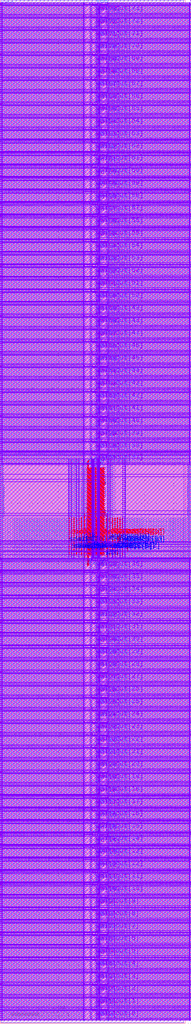
<source format=lef>
VERSION 5.8 ;
BUSBITCHARS "[]" ; 
DIVIDERCHAR "/" ; 


PROPERTYDEFINITIONS 
  MACRO CatenaDesignType STRING ; 
END PROPERTYDEFINITIONS 


MACRO srambank_128x4x74_6t122 
  CLASS BLOCK ; 
  ORIGIN 0 0 ; 
  FOREIGN srambank_128x4x74_6t122 0 0 ; 
  SIZE 64 BY 354.24 ; 
  SYMMETRY X Y ; 
  SITE coreSite ; 
  PIN VDD 
    DIRECTION INOUT ; 
    USE POWER ; 
    PORT 
      LAYER M4 ; 
        RECT 0.376 4.688 65.768 4.88 ; 
        RECT 0.376 9.008 65.768 9.2 ; 
        RECT 0.376 13.328 65.768 13.52 ; 
        RECT 0.376 17.648 65.768 17.84 ; 
        RECT 0.376 21.968 65.768 22.16 ; 
        RECT 0.376 26.288 65.768 26.48 ; 
        RECT 0.376 30.608 65.768 30.8 ; 
        RECT 0.376 34.928 65.768 35.12 ; 
        RECT 0.376 39.248 65.768 39.44 ; 
        RECT 0.376 43.568 65.768 43.76 ; 
        RECT 0.376 47.888 65.768 48.08 ; 
        RECT 0.376 52.208 65.768 52.4 ; 
        RECT 0.376 56.528 65.768 56.72 ; 
        RECT 0.376 60.848 65.768 61.04 ; 
        RECT 0.376 65.168 65.768 65.36 ; 
        RECT 0.376 69.488 65.768 69.68 ; 
        RECT 0.376 73.808 65.768 74 ; 
        RECT 0.376 78.128 65.768 78.32 ; 
        RECT 0.376 82.448 65.768 82.64 ; 
        RECT 0.376 86.768 65.768 86.96 ; 
        RECT 0.376 91.088 65.768 91.28 ; 
        RECT 0.376 95.408 65.768 95.6 ; 
        RECT 0.376 99.728 65.768 99.92 ; 
        RECT 0.376 104.048 65.768 104.24 ; 
        RECT 0.376 108.368 65.768 108.56 ; 
        RECT 0.376 112.688 65.768 112.88 ; 
        RECT 0.376 117.008 65.768 117.2 ; 
        RECT 0.376 121.328 65.768 121.52 ; 
        RECT 0.376 125.648 65.768 125.84 ; 
        RECT 0.376 129.968 65.768 130.16 ; 
        RECT 0.376 134.288 65.768 134.48 ; 
        RECT 0.376 138.608 65.768 138.8 ; 
        RECT 0.376 142.928 65.768 143.12 ; 
        RECT 0.376 147.248 65.768 147.44 ; 
        RECT 0.376 151.568 65.768 151.76 ; 
        RECT 0.376 155.888 65.768 156.08 ; 
        RECT 0.376 160.208 65.768 160.4 ; 
        RECT 14.256 162.132 51.84 162.996 ; 
        RECT 36.788 176.148 37.352 176.244 ; 
        RECT 36.264 161.012 37.316 161.108 ; 
        RECT 29.592 174.804 36.504 175.668 ; 
        RECT 29.592 187.476 36.504 188.34 ; 
        RECT 0.376 197.036 65.768 197.228 ; 
        RECT 0.376 201.356 65.768 201.548 ; 
        RECT 0.376 205.676 65.768 205.868 ; 
        RECT 0.376 209.996 65.768 210.188 ; 
        RECT 0.376 214.316 65.768 214.508 ; 
        RECT 0.376 218.636 65.768 218.828 ; 
        RECT 0.376 222.956 65.768 223.148 ; 
        RECT 0.376 227.276 65.768 227.468 ; 
        RECT 0.376 231.596 65.768 231.788 ; 
        RECT 0.376 235.916 65.768 236.108 ; 
        RECT 0.376 240.236 65.768 240.428 ; 
        RECT 0.376 244.556 65.768 244.748 ; 
        RECT 0.376 248.876 65.768 249.068 ; 
        RECT 0.376 253.196 65.768 253.388 ; 
        RECT 0.376 257.516 65.768 257.708 ; 
        RECT 0.376 261.836 65.768 262.028 ; 
        RECT 0.376 266.156 65.768 266.348 ; 
        RECT 0.376 270.476 65.768 270.668 ; 
        RECT 0.376 274.796 65.768 274.988 ; 
        RECT 0.376 279.116 65.768 279.308 ; 
        RECT 0.376 283.436 65.768 283.628 ; 
        RECT 0.376 287.756 65.768 287.948 ; 
        RECT 0.376 292.076 65.768 292.268 ; 
        RECT 0.376 296.396 65.768 296.588 ; 
        RECT 0.376 300.716 65.768 300.908 ; 
        RECT 0.376 305.036 65.768 305.228 ; 
        RECT 0.376 309.356 65.768 309.548 ; 
        RECT 0.376 313.676 65.768 313.868 ; 
        RECT 0.376 317.996 65.768 318.188 ; 
        RECT 0.376 322.316 65.768 322.508 ; 
        RECT 0.376 326.636 65.768 326.828 ; 
        RECT 0.376 330.956 65.768 331.148 ; 
        RECT 0.376 335.276 65.768 335.468 ; 
        RECT 0.376 339.596 65.768 339.788 ; 
        RECT 0.376 343.916 65.768 344.108 ; 
        RECT 0.376 348.236 65.768 348.428 ; 
        RECT 0.376 352.556 65.768 352.748 ; 
      LAYER M3 ; 
        RECT 65.576 0.866 65.648 5.506 ; 
        RECT 37.136 0.868 37.208 5.504 ; 
        RECT 31.52 1.028 31.88 5.484 ; 
        RECT 28.928 0.868 29 5.504 ; 
        RECT 0.488 0.866 0.56 5.506 ; 
        RECT 65.576 5.186 65.648 9.826 ; 
        RECT 37.136 5.188 37.208 9.824 ; 
        RECT 31.52 5.348 31.88 9.804 ; 
        RECT 28.928 5.188 29 9.824 ; 
        RECT 0.488 5.186 0.56 9.826 ; 
        RECT 65.576 9.506 65.648 14.146 ; 
        RECT 37.136 9.508 37.208 14.144 ; 
        RECT 31.52 9.668 31.88 14.124 ; 
        RECT 28.928 9.508 29 14.144 ; 
        RECT 0.488 9.506 0.56 14.146 ; 
        RECT 65.576 13.826 65.648 18.466 ; 
        RECT 37.136 13.828 37.208 18.464 ; 
        RECT 31.52 13.988 31.88 18.444 ; 
        RECT 28.928 13.828 29 18.464 ; 
        RECT 0.488 13.826 0.56 18.466 ; 
        RECT 65.576 18.146 65.648 22.786 ; 
        RECT 37.136 18.148 37.208 22.784 ; 
        RECT 31.52 18.308 31.88 22.764 ; 
        RECT 28.928 18.148 29 22.784 ; 
        RECT 0.488 18.146 0.56 22.786 ; 
        RECT 65.576 22.466 65.648 27.106 ; 
        RECT 37.136 22.468 37.208 27.104 ; 
        RECT 31.52 22.628 31.88 27.084 ; 
        RECT 28.928 22.468 29 27.104 ; 
        RECT 0.488 22.466 0.56 27.106 ; 
        RECT 65.576 26.786 65.648 31.426 ; 
        RECT 37.136 26.788 37.208 31.424 ; 
        RECT 31.52 26.948 31.88 31.404 ; 
        RECT 28.928 26.788 29 31.424 ; 
        RECT 0.488 26.786 0.56 31.426 ; 
        RECT 65.576 31.106 65.648 35.746 ; 
        RECT 37.136 31.108 37.208 35.744 ; 
        RECT 31.52 31.268 31.88 35.724 ; 
        RECT 28.928 31.108 29 35.744 ; 
        RECT 0.488 31.106 0.56 35.746 ; 
        RECT 65.576 35.426 65.648 40.066 ; 
        RECT 37.136 35.428 37.208 40.064 ; 
        RECT 31.52 35.588 31.88 40.044 ; 
        RECT 28.928 35.428 29 40.064 ; 
        RECT 0.488 35.426 0.56 40.066 ; 
        RECT 65.576 39.746 65.648 44.386 ; 
        RECT 37.136 39.748 37.208 44.384 ; 
        RECT 31.52 39.908 31.88 44.364 ; 
        RECT 28.928 39.748 29 44.384 ; 
        RECT 0.488 39.746 0.56 44.386 ; 
        RECT 65.576 44.066 65.648 48.706 ; 
        RECT 37.136 44.068 37.208 48.704 ; 
        RECT 31.52 44.228 31.88 48.684 ; 
        RECT 28.928 44.068 29 48.704 ; 
        RECT 0.488 44.066 0.56 48.706 ; 
        RECT 65.576 48.386 65.648 53.026 ; 
        RECT 37.136 48.388 37.208 53.024 ; 
        RECT 31.52 48.548 31.88 53.004 ; 
        RECT 28.928 48.388 29 53.024 ; 
        RECT 0.488 48.386 0.56 53.026 ; 
        RECT 65.576 52.706 65.648 57.346 ; 
        RECT 37.136 52.708 37.208 57.344 ; 
        RECT 31.52 52.868 31.88 57.324 ; 
        RECT 28.928 52.708 29 57.344 ; 
        RECT 0.488 52.706 0.56 57.346 ; 
        RECT 65.576 57.026 65.648 61.666 ; 
        RECT 37.136 57.028 37.208 61.664 ; 
        RECT 31.52 57.188 31.88 61.644 ; 
        RECT 28.928 57.028 29 61.664 ; 
        RECT 0.488 57.026 0.56 61.666 ; 
        RECT 65.576 61.346 65.648 65.986 ; 
        RECT 37.136 61.348 37.208 65.984 ; 
        RECT 31.52 61.508 31.88 65.964 ; 
        RECT 28.928 61.348 29 65.984 ; 
        RECT 0.488 61.346 0.56 65.986 ; 
        RECT 65.576 65.666 65.648 70.306 ; 
        RECT 37.136 65.668 37.208 70.304 ; 
        RECT 31.52 65.828 31.88 70.284 ; 
        RECT 28.928 65.668 29 70.304 ; 
        RECT 0.488 65.666 0.56 70.306 ; 
        RECT 65.576 69.986 65.648 74.626 ; 
        RECT 37.136 69.988 37.208 74.624 ; 
        RECT 31.52 70.148 31.88 74.604 ; 
        RECT 28.928 69.988 29 74.624 ; 
        RECT 0.488 69.986 0.56 74.626 ; 
        RECT 65.576 74.306 65.648 78.946 ; 
        RECT 37.136 74.308 37.208 78.944 ; 
        RECT 31.52 74.468 31.88 78.924 ; 
        RECT 28.928 74.308 29 78.944 ; 
        RECT 0.488 74.306 0.56 78.946 ; 
        RECT 65.576 78.626 65.648 83.266 ; 
        RECT 37.136 78.628 37.208 83.264 ; 
        RECT 31.52 78.788 31.88 83.244 ; 
        RECT 28.928 78.628 29 83.264 ; 
        RECT 0.488 78.626 0.56 83.266 ; 
        RECT 65.576 82.946 65.648 87.586 ; 
        RECT 37.136 82.948 37.208 87.584 ; 
        RECT 31.52 83.108 31.88 87.564 ; 
        RECT 28.928 82.948 29 87.584 ; 
        RECT 0.488 82.946 0.56 87.586 ; 
        RECT 65.576 87.266 65.648 91.906 ; 
        RECT 37.136 87.268 37.208 91.904 ; 
        RECT 31.52 87.428 31.88 91.884 ; 
        RECT 28.928 87.268 29 91.904 ; 
        RECT 0.488 87.266 0.56 91.906 ; 
        RECT 65.576 91.586 65.648 96.226 ; 
        RECT 37.136 91.588 37.208 96.224 ; 
        RECT 31.52 91.748 31.88 96.204 ; 
        RECT 28.928 91.588 29 96.224 ; 
        RECT 0.488 91.586 0.56 96.226 ; 
        RECT 65.576 95.906 65.648 100.546 ; 
        RECT 37.136 95.908 37.208 100.544 ; 
        RECT 31.52 96.068 31.88 100.524 ; 
        RECT 28.928 95.908 29 100.544 ; 
        RECT 0.488 95.906 0.56 100.546 ; 
        RECT 65.576 100.226 65.648 104.866 ; 
        RECT 37.136 100.228 37.208 104.864 ; 
        RECT 31.52 100.388 31.88 104.844 ; 
        RECT 28.928 100.228 29 104.864 ; 
        RECT 0.488 100.226 0.56 104.866 ; 
        RECT 65.576 104.546 65.648 109.186 ; 
        RECT 37.136 104.548 37.208 109.184 ; 
        RECT 31.52 104.708 31.88 109.164 ; 
        RECT 28.928 104.548 29 109.184 ; 
        RECT 0.488 104.546 0.56 109.186 ; 
        RECT 65.576 108.866 65.648 113.506 ; 
        RECT 37.136 108.868 37.208 113.504 ; 
        RECT 31.52 109.028 31.88 113.484 ; 
        RECT 28.928 108.868 29 113.504 ; 
        RECT 0.488 108.866 0.56 113.506 ; 
        RECT 65.576 113.186 65.648 117.826 ; 
        RECT 37.136 113.188 37.208 117.824 ; 
        RECT 31.52 113.348 31.88 117.804 ; 
        RECT 28.928 113.188 29 117.824 ; 
        RECT 0.488 113.186 0.56 117.826 ; 
        RECT 65.576 117.506 65.648 122.146 ; 
        RECT 37.136 117.508 37.208 122.144 ; 
        RECT 31.52 117.668 31.88 122.124 ; 
        RECT 28.928 117.508 29 122.144 ; 
        RECT 0.488 117.506 0.56 122.146 ; 
        RECT 65.576 121.826 65.648 126.466 ; 
        RECT 37.136 121.828 37.208 126.464 ; 
        RECT 31.52 121.988 31.88 126.444 ; 
        RECT 28.928 121.828 29 126.464 ; 
        RECT 0.488 121.826 0.56 126.466 ; 
        RECT 65.576 126.146 65.648 130.786 ; 
        RECT 37.136 126.148 37.208 130.784 ; 
        RECT 31.52 126.308 31.88 130.764 ; 
        RECT 28.928 126.148 29 130.784 ; 
        RECT 0.488 126.146 0.56 130.786 ; 
        RECT 65.576 130.466 65.648 135.106 ; 
        RECT 37.136 130.468 37.208 135.104 ; 
        RECT 31.52 130.628 31.88 135.084 ; 
        RECT 28.928 130.468 29 135.104 ; 
        RECT 0.488 130.466 0.56 135.106 ; 
        RECT 65.576 134.786 65.648 139.426 ; 
        RECT 37.136 134.788 37.208 139.424 ; 
        RECT 31.52 134.948 31.88 139.404 ; 
        RECT 28.928 134.788 29 139.424 ; 
        RECT 0.488 134.786 0.56 139.426 ; 
        RECT 65.576 139.106 65.648 143.746 ; 
        RECT 37.136 139.108 37.208 143.744 ; 
        RECT 31.52 139.268 31.88 143.724 ; 
        RECT 28.928 139.108 29 143.744 ; 
        RECT 0.488 139.106 0.56 143.746 ; 
        RECT 65.576 143.426 65.648 148.066 ; 
        RECT 37.136 143.428 37.208 148.064 ; 
        RECT 31.52 143.588 31.88 148.044 ; 
        RECT 28.928 143.428 29 148.064 ; 
        RECT 0.488 143.426 0.56 148.066 ; 
        RECT 65.576 147.746 65.648 152.386 ; 
        RECT 37.136 147.748 37.208 152.384 ; 
        RECT 31.52 147.908 31.88 152.364 ; 
        RECT 28.928 147.748 29 152.384 ; 
        RECT 0.488 147.746 0.56 152.386 ; 
        RECT 65.576 152.066 65.648 156.706 ; 
        RECT 37.136 152.068 37.208 156.704 ; 
        RECT 31.52 152.228 31.88 156.684 ; 
        RECT 28.928 152.068 29 156.704 ; 
        RECT 0.488 152.066 0.56 156.706 ; 
        RECT 65.576 156.386 65.648 161.026 ; 
        RECT 37.136 156.388 37.208 161.024 ; 
        RECT 31.52 156.548 31.88 161.004 ; 
        RECT 28.928 156.388 29 161.024 ; 
        RECT 0.488 156.386 0.56 161.026 ; 
        RECT 65.556 160.682 65.628 193.51 ; 
        RECT 37.188 175.96 37.26 193.354 ; 
        RECT 37.116 160.814 37.188 161.366 ; 
        RECT 31.644 161.976 32.58 192.308 ; 
        RECT 31.5 191.976 31.86 193.48 ; 
        RECT 31.5 160.84 31.86 162.344 ; 
        RECT 0.468 160.682 0.54 193.51 ; 
        RECT 65.576 193.214 65.648 197.854 ; 
        RECT 37.136 193.216 37.208 197.852 ; 
        RECT 31.52 193.376 31.88 197.832 ; 
        RECT 28.928 193.216 29 197.852 ; 
        RECT 0.488 193.214 0.56 197.854 ; 
        RECT 65.576 197.534 65.648 202.174 ; 
        RECT 37.136 197.536 37.208 202.172 ; 
        RECT 31.52 197.696 31.88 202.152 ; 
        RECT 28.928 197.536 29 202.172 ; 
        RECT 0.488 197.534 0.56 202.174 ; 
        RECT 65.576 201.854 65.648 206.494 ; 
        RECT 37.136 201.856 37.208 206.492 ; 
        RECT 31.52 202.016 31.88 206.472 ; 
        RECT 28.928 201.856 29 206.492 ; 
        RECT 0.488 201.854 0.56 206.494 ; 
        RECT 65.576 206.174 65.648 210.814 ; 
        RECT 37.136 206.176 37.208 210.812 ; 
        RECT 31.52 206.336 31.88 210.792 ; 
        RECT 28.928 206.176 29 210.812 ; 
        RECT 0.488 206.174 0.56 210.814 ; 
        RECT 65.576 210.494 65.648 215.134 ; 
        RECT 37.136 210.496 37.208 215.132 ; 
        RECT 31.52 210.656 31.88 215.112 ; 
        RECT 28.928 210.496 29 215.132 ; 
        RECT 0.488 210.494 0.56 215.134 ; 
        RECT 65.576 214.814 65.648 219.454 ; 
        RECT 37.136 214.816 37.208 219.452 ; 
        RECT 31.52 214.976 31.88 219.432 ; 
        RECT 28.928 214.816 29 219.452 ; 
        RECT 0.488 214.814 0.56 219.454 ; 
        RECT 65.576 219.134 65.648 223.774 ; 
        RECT 37.136 219.136 37.208 223.772 ; 
        RECT 31.52 219.296 31.88 223.752 ; 
        RECT 28.928 219.136 29 223.772 ; 
        RECT 0.488 219.134 0.56 223.774 ; 
        RECT 65.576 223.454 65.648 228.094 ; 
        RECT 37.136 223.456 37.208 228.092 ; 
        RECT 31.52 223.616 31.88 228.072 ; 
        RECT 28.928 223.456 29 228.092 ; 
        RECT 0.488 223.454 0.56 228.094 ; 
        RECT 65.576 227.774 65.648 232.414 ; 
        RECT 37.136 227.776 37.208 232.412 ; 
        RECT 31.52 227.936 31.88 232.392 ; 
        RECT 28.928 227.776 29 232.412 ; 
        RECT 0.488 227.774 0.56 232.414 ; 
        RECT 65.576 232.094 65.648 236.734 ; 
        RECT 37.136 232.096 37.208 236.732 ; 
        RECT 31.52 232.256 31.88 236.712 ; 
        RECT 28.928 232.096 29 236.732 ; 
        RECT 0.488 232.094 0.56 236.734 ; 
        RECT 65.576 236.414 65.648 241.054 ; 
        RECT 37.136 236.416 37.208 241.052 ; 
        RECT 31.52 236.576 31.88 241.032 ; 
        RECT 28.928 236.416 29 241.052 ; 
        RECT 0.488 236.414 0.56 241.054 ; 
        RECT 65.576 240.734 65.648 245.374 ; 
        RECT 37.136 240.736 37.208 245.372 ; 
        RECT 31.52 240.896 31.88 245.352 ; 
        RECT 28.928 240.736 29 245.372 ; 
        RECT 0.488 240.734 0.56 245.374 ; 
        RECT 65.576 245.054 65.648 249.694 ; 
        RECT 37.136 245.056 37.208 249.692 ; 
        RECT 31.52 245.216 31.88 249.672 ; 
        RECT 28.928 245.056 29 249.692 ; 
        RECT 0.488 245.054 0.56 249.694 ; 
        RECT 65.576 249.374 65.648 254.014 ; 
        RECT 37.136 249.376 37.208 254.012 ; 
        RECT 31.52 249.536 31.88 253.992 ; 
        RECT 28.928 249.376 29 254.012 ; 
        RECT 0.488 249.374 0.56 254.014 ; 
        RECT 65.576 253.694 65.648 258.334 ; 
        RECT 37.136 253.696 37.208 258.332 ; 
        RECT 31.52 253.856 31.88 258.312 ; 
        RECT 28.928 253.696 29 258.332 ; 
        RECT 0.488 253.694 0.56 258.334 ; 
        RECT 65.576 258.014 65.648 262.654 ; 
        RECT 37.136 258.016 37.208 262.652 ; 
        RECT 31.52 258.176 31.88 262.632 ; 
        RECT 28.928 258.016 29 262.652 ; 
        RECT 0.488 258.014 0.56 262.654 ; 
        RECT 65.576 262.334 65.648 266.974 ; 
        RECT 37.136 262.336 37.208 266.972 ; 
        RECT 31.52 262.496 31.88 266.952 ; 
        RECT 28.928 262.336 29 266.972 ; 
        RECT 0.488 262.334 0.56 266.974 ; 
        RECT 65.576 266.654 65.648 271.294 ; 
        RECT 37.136 266.656 37.208 271.292 ; 
        RECT 31.52 266.816 31.88 271.272 ; 
        RECT 28.928 266.656 29 271.292 ; 
        RECT 0.488 266.654 0.56 271.294 ; 
        RECT 65.576 270.974 65.648 275.614 ; 
        RECT 37.136 270.976 37.208 275.612 ; 
        RECT 31.52 271.136 31.88 275.592 ; 
        RECT 28.928 270.976 29 275.612 ; 
        RECT 0.488 270.974 0.56 275.614 ; 
        RECT 65.576 275.294 65.648 279.934 ; 
        RECT 37.136 275.296 37.208 279.932 ; 
        RECT 31.52 275.456 31.88 279.912 ; 
        RECT 28.928 275.296 29 279.932 ; 
        RECT 0.488 275.294 0.56 279.934 ; 
        RECT 65.576 279.614 65.648 284.254 ; 
        RECT 37.136 279.616 37.208 284.252 ; 
        RECT 31.52 279.776 31.88 284.232 ; 
        RECT 28.928 279.616 29 284.252 ; 
        RECT 0.488 279.614 0.56 284.254 ; 
        RECT 65.576 283.934 65.648 288.574 ; 
        RECT 37.136 283.936 37.208 288.572 ; 
        RECT 31.52 284.096 31.88 288.552 ; 
        RECT 28.928 283.936 29 288.572 ; 
        RECT 0.488 283.934 0.56 288.574 ; 
        RECT 65.576 288.254 65.648 292.894 ; 
        RECT 37.136 288.256 37.208 292.892 ; 
        RECT 31.52 288.416 31.88 292.872 ; 
        RECT 28.928 288.256 29 292.892 ; 
        RECT 0.488 288.254 0.56 292.894 ; 
        RECT 65.576 292.574 65.648 297.214 ; 
        RECT 37.136 292.576 37.208 297.212 ; 
        RECT 31.52 292.736 31.88 297.192 ; 
        RECT 28.928 292.576 29 297.212 ; 
        RECT 0.488 292.574 0.56 297.214 ; 
        RECT 65.576 296.894 65.648 301.534 ; 
        RECT 37.136 296.896 37.208 301.532 ; 
        RECT 31.52 297.056 31.88 301.512 ; 
        RECT 28.928 296.896 29 301.532 ; 
        RECT 0.488 296.894 0.56 301.534 ; 
        RECT 65.576 301.214 65.648 305.854 ; 
        RECT 37.136 301.216 37.208 305.852 ; 
        RECT 31.52 301.376 31.88 305.832 ; 
        RECT 28.928 301.216 29 305.852 ; 
        RECT 0.488 301.214 0.56 305.854 ; 
        RECT 65.576 305.534 65.648 310.174 ; 
        RECT 37.136 305.536 37.208 310.172 ; 
        RECT 31.52 305.696 31.88 310.152 ; 
        RECT 28.928 305.536 29 310.172 ; 
        RECT 0.488 305.534 0.56 310.174 ; 
        RECT 65.576 309.854 65.648 314.494 ; 
        RECT 37.136 309.856 37.208 314.492 ; 
        RECT 31.52 310.016 31.88 314.472 ; 
        RECT 28.928 309.856 29 314.492 ; 
        RECT 0.488 309.854 0.56 314.494 ; 
        RECT 65.576 314.174 65.648 318.814 ; 
        RECT 37.136 314.176 37.208 318.812 ; 
        RECT 31.52 314.336 31.88 318.792 ; 
        RECT 28.928 314.176 29 318.812 ; 
        RECT 0.488 314.174 0.56 318.814 ; 
        RECT 65.576 318.494 65.648 323.134 ; 
        RECT 37.136 318.496 37.208 323.132 ; 
        RECT 31.52 318.656 31.88 323.112 ; 
        RECT 28.928 318.496 29 323.132 ; 
        RECT 0.488 318.494 0.56 323.134 ; 
        RECT 65.576 322.814 65.648 327.454 ; 
        RECT 37.136 322.816 37.208 327.452 ; 
        RECT 31.52 322.976 31.88 327.432 ; 
        RECT 28.928 322.816 29 327.452 ; 
        RECT 0.488 322.814 0.56 327.454 ; 
        RECT 65.576 327.134 65.648 331.774 ; 
        RECT 37.136 327.136 37.208 331.772 ; 
        RECT 31.52 327.296 31.88 331.752 ; 
        RECT 28.928 327.136 29 331.772 ; 
        RECT 0.488 327.134 0.56 331.774 ; 
        RECT 65.576 331.454 65.648 336.094 ; 
        RECT 37.136 331.456 37.208 336.092 ; 
        RECT 31.52 331.616 31.88 336.072 ; 
        RECT 28.928 331.456 29 336.092 ; 
        RECT 0.488 331.454 0.56 336.094 ; 
        RECT 65.576 335.774 65.648 340.414 ; 
        RECT 37.136 335.776 37.208 340.412 ; 
        RECT 31.52 335.936 31.88 340.392 ; 
        RECT 28.928 335.776 29 340.412 ; 
        RECT 0.488 335.774 0.56 340.414 ; 
        RECT 65.576 340.094 65.648 344.734 ; 
        RECT 37.136 340.096 37.208 344.732 ; 
        RECT 31.52 340.256 31.88 344.712 ; 
        RECT 28.928 340.096 29 344.732 ; 
        RECT 0.488 340.094 0.56 344.734 ; 
        RECT 65.576 344.414 65.648 349.054 ; 
        RECT 37.136 344.416 37.208 349.052 ; 
        RECT 31.52 344.576 31.88 349.032 ; 
        RECT 28.928 344.416 29 349.052 ; 
        RECT 0.488 344.414 0.56 349.054 ; 
        RECT 65.576 348.734 65.648 353.374 ; 
        RECT 37.136 348.736 37.208 353.372 ; 
        RECT 31.52 348.896 31.88 353.352 ; 
        RECT 28.928 348.736 29 353.372 ; 
        RECT 0.488 348.734 0.56 353.374 ; 
      LAYER V3 ; 
        RECT 0.488 4.688 0.56 4.88 ; 
        RECT 28.928 4.688 29 4.88 ; 
        RECT 31.52 4.688 31.88 4.88 ; 
        RECT 37.136 4.688 37.208 4.88 ; 
        RECT 65.576 4.688 65.648 4.88 ; 
        RECT 0.488 9.008 0.56 9.2 ; 
        RECT 28.928 9.008 29 9.2 ; 
        RECT 31.52 9.008 31.88 9.2 ; 
        RECT 37.136 9.008 37.208 9.2 ; 
        RECT 65.576 9.008 65.648 9.2 ; 
        RECT 0.488 13.328 0.56 13.52 ; 
        RECT 28.928 13.328 29 13.52 ; 
        RECT 31.52 13.328 31.88 13.52 ; 
        RECT 37.136 13.328 37.208 13.52 ; 
        RECT 65.576 13.328 65.648 13.52 ; 
        RECT 0.488 17.648 0.56 17.84 ; 
        RECT 28.928 17.648 29 17.84 ; 
        RECT 31.52 17.648 31.88 17.84 ; 
        RECT 37.136 17.648 37.208 17.84 ; 
        RECT 65.576 17.648 65.648 17.84 ; 
        RECT 0.488 21.968 0.56 22.16 ; 
        RECT 28.928 21.968 29 22.16 ; 
        RECT 31.52 21.968 31.88 22.16 ; 
        RECT 37.136 21.968 37.208 22.16 ; 
        RECT 65.576 21.968 65.648 22.16 ; 
        RECT 0.488 26.288 0.56 26.48 ; 
        RECT 28.928 26.288 29 26.48 ; 
        RECT 31.52 26.288 31.88 26.48 ; 
        RECT 37.136 26.288 37.208 26.48 ; 
        RECT 65.576 26.288 65.648 26.48 ; 
        RECT 0.488 30.608 0.56 30.8 ; 
        RECT 28.928 30.608 29 30.8 ; 
        RECT 31.52 30.608 31.88 30.8 ; 
        RECT 37.136 30.608 37.208 30.8 ; 
        RECT 65.576 30.608 65.648 30.8 ; 
        RECT 0.488 34.928 0.56 35.12 ; 
        RECT 28.928 34.928 29 35.12 ; 
        RECT 31.52 34.928 31.88 35.12 ; 
        RECT 37.136 34.928 37.208 35.12 ; 
        RECT 65.576 34.928 65.648 35.12 ; 
        RECT 0.488 39.248 0.56 39.44 ; 
        RECT 28.928 39.248 29 39.44 ; 
        RECT 31.52 39.248 31.88 39.44 ; 
        RECT 37.136 39.248 37.208 39.44 ; 
        RECT 65.576 39.248 65.648 39.44 ; 
        RECT 0.488 43.568 0.56 43.76 ; 
        RECT 28.928 43.568 29 43.76 ; 
        RECT 31.52 43.568 31.88 43.76 ; 
        RECT 37.136 43.568 37.208 43.76 ; 
        RECT 65.576 43.568 65.648 43.76 ; 
        RECT 0.488 47.888 0.56 48.08 ; 
        RECT 28.928 47.888 29 48.08 ; 
        RECT 31.52 47.888 31.88 48.08 ; 
        RECT 37.136 47.888 37.208 48.08 ; 
        RECT 65.576 47.888 65.648 48.08 ; 
        RECT 0.488 52.208 0.56 52.4 ; 
        RECT 28.928 52.208 29 52.4 ; 
        RECT 31.52 52.208 31.88 52.4 ; 
        RECT 37.136 52.208 37.208 52.4 ; 
        RECT 65.576 52.208 65.648 52.4 ; 
        RECT 0.488 56.528 0.56 56.72 ; 
        RECT 28.928 56.528 29 56.72 ; 
        RECT 31.52 56.528 31.88 56.72 ; 
        RECT 37.136 56.528 37.208 56.72 ; 
        RECT 65.576 56.528 65.648 56.72 ; 
        RECT 0.488 60.848 0.56 61.04 ; 
        RECT 28.928 60.848 29 61.04 ; 
        RECT 31.52 60.848 31.88 61.04 ; 
        RECT 37.136 60.848 37.208 61.04 ; 
        RECT 65.576 60.848 65.648 61.04 ; 
        RECT 0.488 65.168 0.56 65.36 ; 
        RECT 28.928 65.168 29 65.36 ; 
        RECT 31.52 65.168 31.88 65.36 ; 
        RECT 37.136 65.168 37.208 65.36 ; 
        RECT 65.576 65.168 65.648 65.36 ; 
        RECT 0.488 69.488 0.56 69.68 ; 
        RECT 28.928 69.488 29 69.68 ; 
        RECT 31.52 69.488 31.88 69.68 ; 
        RECT 37.136 69.488 37.208 69.68 ; 
        RECT 65.576 69.488 65.648 69.68 ; 
        RECT 0.488 73.808 0.56 74 ; 
        RECT 28.928 73.808 29 74 ; 
        RECT 31.52 73.808 31.88 74 ; 
        RECT 37.136 73.808 37.208 74 ; 
        RECT 65.576 73.808 65.648 74 ; 
        RECT 0.488 78.128 0.56 78.32 ; 
        RECT 28.928 78.128 29 78.32 ; 
        RECT 31.52 78.128 31.88 78.32 ; 
        RECT 37.136 78.128 37.208 78.32 ; 
        RECT 65.576 78.128 65.648 78.32 ; 
        RECT 0.488 82.448 0.56 82.64 ; 
        RECT 28.928 82.448 29 82.64 ; 
        RECT 31.52 82.448 31.88 82.64 ; 
        RECT 37.136 82.448 37.208 82.64 ; 
        RECT 65.576 82.448 65.648 82.64 ; 
        RECT 0.488 86.768 0.56 86.96 ; 
        RECT 28.928 86.768 29 86.96 ; 
        RECT 31.52 86.768 31.88 86.96 ; 
        RECT 37.136 86.768 37.208 86.96 ; 
        RECT 65.576 86.768 65.648 86.96 ; 
        RECT 0.488 91.088 0.56 91.28 ; 
        RECT 28.928 91.088 29 91.28 ; 
        RECT 31.52 91.088 31.88 91.28 ; 
        RECT 37.136 91.088 37.208 91.28 ; 
        RECT 65.576 91.088 65.648 91.28 ; 
        RECT 0.488 95.408 0.56 95.6 ; 
        RECT 28.928 95.408 29 95.6 ; 
        RECT 31.52 95.408 31.88 95.6 ; 
        RECT 37.136 95.408 37.208 95.6 ; 
        RECT 65.576 95.408 65.648 95.6 ; 
        RECT 0.488 99.728 0.56 99.92 ; 
        RECT 28.928 99.728 29 99.92 ; 
        RECT 31.52 99.728 31.88 99.92 ; 
        RECT 37.136 99.728 37.208 99.92 ; 
        RECT 65.576 99.728 65.648 99.92 ; 
        RECT 0.488 104.048 0.56 104.24 ; 
        RECT 28.928 104.048 29 104.24 ; 
        RECT 31.52 104.048 31.88 104.24 ; 
        RECT 37.136 104.048 37.208 104.24 ; 
        RECT 65.576 104.048 65.648 104.24 ; 
        RECT 0.488 108.368 0.56 108.56 ; 
        RECT 28.928 108.368 29 108.56 ; 
        RECT 31.52 108.368 31.88 108.56 ; 
        RECT 37.136 108.368 37.208 108.56 ; 
        RECT 65.576 108.368 65.648 108.56 ; 
        RECT 0.488 112.688 0.56 112.88 ; 
        RECT 28.928 112.688 29 112.88 ; 
        RECT 31.52 112.688 31.88 112.88 ; 
        RECT 37.136 112.688 37.208 112.88 ; 
        RECT 65.576 112.688 65.648 112.88 ; 
        RECT 0.488 117.008 0.56 117.2 ; 
        RECT 28.928 117.008 29 117.2 ; 
        RECT 31.52 117.008 31.88 117.2 ; 
        RECT 37.136 117.008 37.208 117.2 ; 
        RECT 65.576 117.008 65.648 117.2 ; 
        RECT 0.488 121.328 0.56 121.52 ; 
        RECT 28.928 121.328 29 121.52 ; 
        RECT 31.52 121.328 31.88 121.52 ; 
        RECT 37.136 121.328 37.208 121.52 ; 
        RECT 65.576 121.328 65.648 121.52 ; 
        RECT 0.488 125.648 0.56 125.84 ; 
        RECT 28.928 125.648 29 125.84 ; 
        RECT 31.52 125.648 31.88 125.84 ; 
        RECT 37.136 125.648 37.208 125.84 ; 
        RECT 65.576 125.648 65.648 125.84 ; 
        RECT 0.488 129.968 0.56 130.16 ; 
        RECT 28.928 129.968 29 130.16 ; 
        RECT 31.52 129.968 31.88 130.16 ; 
        RECT 37.136 129.968 37.208 130.16 ; 
        RECT 65.576 129.968 65.648 130.16 ; 
        RECT 0.488 134.288 0.56 134.48 ; 
        RECT 28.928 134.288 29 134.48 ; 
        RECT 31.52 134.288 31.88 134.48 ; 
        RECT 37.136 134.288 37.208 134.48 ; 
        RECT 65.576 134.288 65.648 134.48 ; 
        RECT 0.488 138.608 0.56 138.8 ; 
        RECT 28.928 138.608 29 138.8 ; 
        RECT 31.52 138.608 31.88 138.8 ; 
        RECT 37.136 138.608 37.208 138.8 ; 
        RECT 65.576 138.608 65.648 138.8 ; 
        RECT 0.488 142.928 0.56 143.12 ; 
        RECT 28.928 142.928 29 143.12 ; 
        RECT 31.52 142.928 31.88 143.12 ; 
        RECT 37.136 142.928 37.208 143.12 ; 
        RECT 65.576 142.928 65.648 143.12 ; 
        RECT 0.488 147.248 0.56 147.44 ; 
        RECT 28.928 147.248 29 147.44 ; 
        RECT 31.52 147.248 31.88 147.44 ; 
        RECT 37.136 147.248 37.208 147.44 ; 
        RECT 65.576 147.248 65.648 147.44 ; 
        RECT 0.488 151.568 0.56 151.76 ; 
        RECT 28.928 151.568 29 151.76 ; 
        RECT 31.52 151.568 31.88 151.76 ; 
        RECT 37.136 151.568 37.208 151.76 ; 
        RECT 65.576 151.568 65.648 151.76 ; 
        RECT 0.488 155.888 0.56 156.08 ; 
        RECT 28.928 155.888 29 156.08 ; 
        RECT 31.52 155.888 31.88 156.08 ; 
        RECT 37.136 155.888 37.208 156.08 ; 
        RECT 65.576 155.888 65.648 156.08 ; 
        RECT 0.488 160.208 0.56 160.4 ; 
        RECT 28.928 160.208 29 160.4 ; 
        RECT 31.52 160.208 31.88 160.4 ; 
        RECT 37.136 160.208 37.208 160.4 ; 
        RECT 65.576 160.208 65.648 160.4 ; 
        RECT 31.66 187.476 31.732 188.34 ; 
        RECT 31.66 174.804 31.732 175.668 ; 
        RECT 31.66 162.132 31.732 162.996 ; 
        RECT 31.868 187.476 31.94 188.34 ; 
        RECT 31.868 174.804 31.94 175.668 ; 
        RECT 31.868 162.132 31.94 162.996 ; 
        RECT 32.076 187.476 32.148 188.34 ; 
        RECT 32.076 174.804 32.148 175.668 ; 
        RECT 32.076 162.132 32.148 162.996 ; 
        RECT 32.284 187.476 32.356 188.34 ; 
        RECT 32.284 174.804 32.356 175.668 ; 
        RECT 32.284 162.132 32.356 162.996 ; 
        RECT 32.492 187.476 32.564 188.34 ; 
        RECT 32.492 174.804 32.564 175.668 ; 
        RECT 32.492 162.132 32.564 162.996 ; 
        RECT 37.116 161.012 37.188 161.108 ; 
        RECT 37.188 176.148 37.26 176.244 ; 
        RECT 0.488 197.036 0.56 197.228 ; 
        RECT 28.928 197.036 29 197.228 ; 
        RECT 31.52 197.036 31.88 197.228 ; 
        RECT 37.136 197.036 37.208 197.228 ; 
        RECT 65.576 197.036 65.648 197.228 ; 
        RECT 0.488 201.356 0.56 201.548 ; 
        RECT 28.928 201.356 29 201.548 ; 
        RECT 31.52 201.356 31.88 201.548 ; 
        RECT 37.136 201.356 37.208 201.548 ; 
        RECT 65.576 201.356 65.648 201.548 ; 
        RECT 0.488 205.676 0.56 205.868 ; 
        RECT 28.928 205.676 29 205.868 ; 
        RECT 31.52 205.676 31.88 205.868 ; 
        RECT 37.136 205.676 37.208 205.868 ; 
        RECT 65.576 205.676 65.648 205.868 ; 
        RECT 0.488 209.996 0.56 210.188 ; 
        RECT 28.928 209.996 29 210.188 ; 
        RECT 31.52 209.996 31.88 210.188 ; 
        RECT 37.136 209.996 37.208 210.188 ; 
        RECT 65.576 209.996 65.648 210.188 ; 
        RECT 0.488 214.316 0.56 214.508 ; 
        RECT 28.928 214.316 29 214.508 ; 
        RECT 31.52 214.316 31.88 214.508 ; 
        RECT 37.136 214.316 37.208 214.508 ; 
        RECT 65.576 214.316 65.648 214.508 ; 
        RECT 0.488 218.636 0.56 218.828 ; 
        RECT 28.928 218.636 29 218.828 ; 
        RECT 31.52 218.636 31.88 218.828 ; 
        RECT 37.136 218.636 37.208 218.828 ; 
        RECT 65.576 218.636 65.648 218.828 ; 
        RECT 0.488 222.956 0.56 223.148 ; 
        RECT 28.928 222.956 29 223.148 ; 
        RECT 31.52 222.956 31.88 223.148 ; 
        RECT 37.136 222.956 37.208 223.148 ; 
        RECT 65.576 222.956 65.648 223.148 ; 
        RECT 0.488 227.276 0.56 227.468 ; 
        RECT 28.928 227.276 29 227.468 ; 
        RECT 31.52 227.276 31.88 227.468 ; 
        RECT 37.136 227.276 37.208 227.468 ; 
        RECT 65.576 227.276 65.648 227.468 ; 
        RECT 0.488 231.596 0.56 231.788 ; 
        RECT 28.928 231.596 29 231.788 ; 
        RECT 31.52 231.596 31.88 231.788 ; 
        RECT 37.136 231.596 37.208 231.788 ; 
        RECT 65.576 231.596 65.648 231.788 ; 
        RECT 0.488 235.916 0.56 236.108 ; 
        RECT 28.928 235.916 29 236.108 ; 
        RECT 31.52 235.916 31.88 236.108 ; 
        RECT 37.136 235.916 37.208 236.108 ; 
        RECT 65.576 235.916 65.648 236.108 ; 
        RECT 0.488 240.236 0.56 240.428 ; 
        RECT 28.928 240.236 29 240.428 ; 
        RECT 31.52 240.236 31.88 240.428 ; 
        RECT 37.136 240.236 37.208 240.428 ; 
        RECT 65.576 240.236 65.648 240.428 ; 
        RECT 0.488 244.556 0.56 244.748 ; 
        RECT 28.928 244.556 29 244.748 ; 
        RECT 31.52 244.556 31.88 244.748 ; 
        RECT 37.136 244.556 37.208 244.748 ; 
        RECT 65.576 244.556 65.648 244.748 ; 
        RECT 0.488 248.876 0.56 249.068 ; 
        RECT 28.928 248.876 29 249.068 ; 
        RECT 31.52 248.876 31.88 249.068 ; 
        RECT 37.136 248.876 37.208 249.068 ; 
        RECT 65.576 248.876 65.648 249.068 ; 
        RECT 0.488 253.196 0.56 253.388 ; 
        RECT 28.928 253.196 29 253.388 ; 
        RECT 31.52 253.196 31.88 253.388 ; 
        RECT 37.136 253.196 37.208 253.388 ; 
        RECT 65.576 253.196 65.648 253.388 ; 
        RECT 0.488 257.516 0.56 257.708 ; 
        RECT 28.928 257.516 29 257.708 ; 
        RECT 31.52 257.516 31.88 257.708 ; 
        RECT 37.136 257.516 37.208 257.708 ; 
        RECT 65.576 257.516 65.648 257.708 ; 
        RECT 0.488 261.836 0.56 262.028 ; 
        RECT 28.928 261.836 29 262.028 ; 
        RECT 31.52 261.836 31.88 262.028 ; 
        RECT 37.136 261.836 37.208 262.028 ; 
        RECT 65.576 261.836 65.648 262.028 ; 
        RECT 0.488 266.156 0.56 266.348 ; 
        RECT 28.928 266.156 29 266.348 ; 
        RECT 31.52 266.156 31.88 266.348 ; 
        RECT 37.136 266.156 37.208 266.348 ; 
        RECT 65.576 266.156 65.648 266.348 ; 
        RECT 0.488 270.476 0.56 270.668 ; 
        RECT 28.928 270.476 29 270.668 ; 
        RECT 31.52 270.476 31.88 270.668 ; 
        RECT 37.136 270.476 37.208 270.668 ; 
        RECT 65.576 270.476 65.648 270.668 ; 
        RECT 0.488 274.796 0.56 274.988 ; 
        RECT 28.928 274.796 29 274.988 ; 
        RECT 31.52 274.796 31.88 274.988 ; 
        RECT 37.136 274.796 37.208 274.988 ; 
        RECT 65.576 274.796 65.648 274.988 ; 
        RECT 0.488 279.116 0.56 279.308 ; 
        RECT 28.928 279.116 29 279.308 ; 
        RECT 31.52 279.116 31.88 279.308 ; 
        RECT 37.136 279.116 37.208 279.308 ; 
        RECT 65.576 279.116 65.648 279.308 ; 
        RECT 0.488 283.436 0.56 283.628 ; 
        RECT 28.928 283.436 29 283.628 ; 
        RECT 31.52 283.436 31.88 283.628 ; 
        RECT 37.136 283.436 37.208 283.628 ; 
        RECT 65.576 283.436 65.648 283.628 ; 
        RECT 0.488 287.756 0.56 287.948 ; 
        RECT 28.928 287.756 29 287.948 ; 
        RECT 31.52 287.756 31.88 287.948 ; 
        RECT 37.136 287.756 37.208 287.948 ; 
        RECT 65.576 287.756 65.648 287.948 ; 
        RECT 0.488 292.076 0.56 292.268 ; 
        RECT 28.928 292.076 29 292.268 ; 
        RECT 31.52 292.076 31.88 292.268 ; 
        RECT 37.136 292.076 37.208 292.268 ; 
        RECT 65.576 292.076 65.648 292.268 ; 
        RECT 0.488 296.396 0.56 296.588 ; 
        RECT 28.928 296.396 29 296.588 ; 
        RECT 31.52 296.396 31.88 296.588 ; 
        RECT 37.136 296.396 37.208 296.588 ; 
        RECT 65.576 296.396 65.648 296.588 ; 
        RECT 0.488 300.716 0.56 300.908 ; 
        RECT 28.928 300.716 29 300.908 ; 
        RECT 31.52 300.716 31.88 300.908 ; 
        RECT 37.136 300.716 37.208 300.908 ; 
        RECT 65.576 300.716 65.648 300.908 ; 
        RECT 0.488 305.036 0.56 305.228 ; 
        RECT 28.928 305.036 29 305.228 ; 
        RECT 31.52 305.036 31.88 305.228 ; 
        RECT 37.136 305.036 37.208 305.228 ; 
        RECT 65.576 305.036 65.648 305.228 ; 
        RECT 0.488 309.356 0.56 309.548 ; 
        RECT 28.928 309.356 29 309.548 ; 
        RECT 31.52 309.356 31.88 309.548 ; 
        RECT 37.136 309.356 37.208 309.548 ; 
        RECT 65.576 309.356 65.648 309.548 ; 
        RECT 0.488 313.676 0.56 313.868 ; 
        RECT 28.928 313.676 29 313.868 ; 
        RECT 31.52 313.676 31.88 313.868 ; 
        RECT 37.136 313.676 37.208 313.868 ; 
        RECT 65.576 313.676 65.648 313.868 ; 
        RECT 0.488 317.996 0.56 318.188 ; 
        RECT 28.928 317.996 29 318.188 ; 
        RECT 31.52 317.996 31.88 318.188 ; 
        RECT 37.136 317.996 37.208 318.188 ; 
        RECT 65.576 317.996 65.648 318.188 ; 
        RECT 0.488 322.316 0.56 322.508 ; 
        RECT 28.928 322.316 29 322.508 ; 
        RECT 31.52 322.316 31.88 322.508 ; 
        RECT 37.136 322.316 37.208 322.508 ; 
        RECT 65.576 322.316 65.648 322.508 ; 
        RECT 0.488 326.636 0.56 326.828 ; 
        RECT 28.928 326.636 29 326.828 ; 
        RECT 31.52 326.636 31.88 326.828 ; 
        RECT 37.136 326.636 37.208 326.828 ; 
        RECT 65.576 326.636 65.648 326.828 ; 
        RECT 0.488 330.956 0.56 331.148 ; 
        RECT 28.928 330.956 29 331.148 ; 
        RECT 31.52 330.956 31.88 331.148 ; 
        RECT 37.136 330.956 37.208 331.148 ; 
        RECT 65.576 330.956 65.648 331.148 ; 
        RECT 0.488 335.276 0.56 335.468 ; 
        RECT 28.928 335.276 29 335.468 ; 
        RECT 31.52 335.276 31.88 335.468 ; 
        RECT 37.136 335.276 37.208 335.468 ; 
        RECT 65.576 335.276 65.648 335.468 ; 
        RECT 0.488 339.596 0.56 339.788 ; 
        RECT 28.928 339.596 29 339.788 ; 
        RECT 31.52 339.596 31.88 339.788 ; 
        RECT 37.136 339.596 37.208 339.788 ; 
        RECT 65.576 339.596 65.648 339.788 ; 
        RECT 0.488 343.916 0.56 344.108 ; 
        RECT 28.928 343.916 29 344.108 ; 
        RECT 31.52 343.916 31.88 344.108 ; 
        RECT 37.136 343.916 37.208 344.108 ; 
        RECT 65.576 343.916 65.648 344.108 ; 
        RECT 0.488 348.236 0.56 348.428 ; 
        RECT 28.928 348.236 29 348.428 ; 
        RECT 31.52 348.236 31.88 348.428 ; 
        RECT 37.136 348.236 37.208 348.428 ; 
        RECT 65.576 348.236 65.648 348.428 ; 
        RECT 0.488 352.556 0.56 352.748 ; 
        RECT 28.928 352.556 29 352.748 ; 
        RECT 31.52 352.556 31.88 352.748 ; 
        RECT 37.136 352.556 37.208 352.748 ; 
        RECT 65.576 352.556 65.648 352.748 ; 
      LAYER M5 ; 
        RECT 36.864 160.94 36.96 176.316 ; 
      LAYER V4 ; 
        RECT 36.864 176.148 36.96 176.244 ; 
        RECT 36.864 162.132 36.96 162.996 ; 
        RECT 36.864 161.012 36.96 161.108 ; 
    END 
  END VDD 
  PIN VSS 
    DIRECTION INOUT ; 
    USE POWER ; 
    PORT 
      LAYER M4 ; 
        RECT 0.376 4.304 65.748 4.496 ; 
        RECT 0.376 8.624 65.748 8.816 ; 
        RECT 0.376 12.944 65.748 13.136 ; 
        RECT 0.376 17.264 65.748 17.456 ; 
        RECT 0.376 21.584 65.748 21.776 ; 
        RECT 0.376 25.904 65.748 26.096 ; 
        RECT 0.376 30.224 65.748 30.416 ; 
        RECT 0.376 34.544 65.748 34.736 ; 
        RECT 0.376 38.864 65.748 39.056 ; 
        RECT 0.376 43.184 65.748 43.376 ; 
        RECT 0.376 47.504 65.748 47.696 ; 
        RECT 0.376 51.824 65.748 52.016 ; 
        RECT 0.376 56.144 65.748 56.336 ; 
        RECT 0.376 60.464 65.748 60.656 ; 
        RECT 0.376 64.784 65.748 64.976 ; 
        RECT 0.376 69.104 65.748 69.296 ; 
        RECT 0.376 73.424 65.748 73.616 ; 
        RECT 0.376 77.744 65.748 77.936 ; 
        RECT 0.376 82.064 65.748 82.256 ; 
        RECT 0.376 86.384 65.748 86.576 ; 
        RECT 0.376 90.704 65.748 90.896 ; 
        RECT 0.376 95.024 65.748 95.216 ; 
        RECT 0.376 99.344 65.748 99.536 ; 
        RECT 0.376 103.664 65.748 103.856 ; 
        RECT 0.376 107.984 65.748 108.176 ; 
        RECT 0.376 112.304 65.748 112.496 ; 
        RECT 0.376 116.624 65.748 116.816 ; 
        RECT 0.376 120.944 65.748 121.136 ; 
        RECT 0.376 125.264 65.748 125.456 ; 
        RECT 0.376 129.584 65.748 129.776 ; 
        RECT 0.376 133.904 65.748 134.096 ; 
        RECT 0.376 138.224 65.748 138.416 ; 
        RECT 0.376 142.544 65.748 142.736 ; 
        RECT 0.376 146.864 65.748 147.056 ; 
        RECT 0.376 151.184 65.748 151.376 ; 
        RECT 0.376 155.504 65.748 155.696 ; 
        RECT 0.376 159.824 65.748 160.016 ; 
        RECT 14.256 163.86 51.84 164.724 ; 
        RECT 29.592 176.532 36.504 177.396 ; 
        RECT 29.592 189.204 36.504 190.068 ; 
        RECT 0.376 196.652 65.748 196.844 ; 
        RECT 0.376 200.972 65.748 201.164 ; 
        RECT 0.376 205.292 65.748 205.484 ; 
        RECT 0.376 209.612 65.748 209.804 ; 
        RECT 0.376 213.932 65.748 214.124 ; 
        RECT 0.376 218.252 65.748 218.444 ; 
        RECT 0.376 222.572 65.748 222.764 ; 
        RECT 0.376 226.892 65.748 227.084 ; 
        RECT 0.376 231.212 65.748 231.404 ; 
        RECT 0.376 235.532 65.748 235.724 ; 
        RECT 0.376 239.852 65.748 240.044 ; 
        RECT 0.376 244.172 65.748 244.364 ; 
        RECT 0.376 248.492 65.748 248.684 ; 
        RECT 0.376 252.812 65.748 253.004 ; 
        RECT 0.376 257.132 65.748 257.324 ; 
        RECT 0.376 261.452 65.748 261.644 ; 
        RECT 0.376 265.772 65.748 265.964 ; 
        RECT 0.376 270.092 65.748 270.284 ; 
        RECT 0.376 274.412 65.748 274.604 ; 
        RECT 0.376 278.732 65.748 278.924 ; 
        RECT 0.376 283.052 65.748 283.244 ; 
        RECT 0.376 287.372 65.748 287.564 ; 
        RECT 0.376 291.692 65.748 291.884 ; 
        RECT 0.376 296.012 65.748 296.204 ; 
        RECT 0.376 300.332 65.748 300.524 ; 
        RECT 0.376 304.652 65.748 304.844 ; 
        RECT 0.376 308.972 65.748 309.164 ; 
        RECT 0.376 313.292 65.748 313.484 ; 
        RECT 0.376 317.612 65.748 317.804 ; 
        RECT 0.376 321.932 65.748 322.124 ; 
        RECT 0.376 326.252 65.748 326.444 ; 
        RECT 0.376 330.572 65.748 330.764 ; 
        RECT 0.376 334.892 65.748 335.084 ; 
        RECT 0.376 339.212 65.748 339.404 ; 
        RECT 0.376 343.532 65.748 343.724 ; 
        RECT 0.376 347.852 65.748 348.044 ; 
        RECT 0.376 352.172 65.748 352.364 ; 
      LAYER M3 ; 
        RECT 65.432 0.866 65.504 5.506 ; 
        RECT 37.352 0.866 37.424 5.506 ; 
        RECT 34.292 1.012 34.436 5.468 ; 
        RECT 33.68 1.012 33.788 5.468 ; 
        RECT 28.712 0.866 28.784 5.506 ; 
        RECT 0.632 0.866 0.704 5.506 ; 
        RECT 65.432 5.186 65.504 9.826 ; 
        RECT 37.352 5.186 37.424 9.826 ; 
        RECT 34.292 5.332 34.436 9.788 ; 
        RECT 33.68 5.332 33.788 9.788 ; 
        RECT 28.712 5.186 28.784 9.826 ; 
        RECT 0.632 5.186 0.704 9.826 ; 
        RECT 65.432 9.506 65.504 14.146 ; 
        RECT 37.352 9.506 37.424 14.146 ; 
        RECT 34.292 9.652 34.436 14.108 ; 
        RECT 33.68 9.652 33.788 14.108 ; 
        RECT 28.712 9.506 28.784 14.146 ; 
        RECT 0.632 9.506 0.704 14.146 ; 
        RECT 65.432 13.826 65.504 18.466 ; 
        RECT 37.352 13.826 37.424 18.466 ; 
        RECT 34.292 13.972 34.436 18.428 ; 
        RECT 33.68 13.972 33.788 18.428 ; 
        RECT 28.712 13.826 28.784 18.466 ; 
        RECT 0.632 13.826 0.704 18.466 ; 
        RECT 65.432 18.146 65.504 22.786 ; 
        RECT 37.352 18.146 37.424 22.786 ; 
        RECT 34.292 18.292 34.436 22.748 ; 
        RECT 33.68 18.292 33.788 22.748 ; 
        RECT 28.712 18.146 28.784 22.786 ; 
        RECT 0.632 18.146 0.704 22.786 ; 
        RECT 65.432 22.466 65.504 27.106 ; 
        RECT 37.352 22.466 37.424 27.106 ; 
        RECT 34.292 22.612 34.436 27.068 ; 
        RECT 33.68 22.612 33.788 27.068 ; 
        RECT 28.712 22.466 28.784 27.106 ; 
        RECT 0.632 22.466 0.704 27.106 ; 
        RECT 65.432 26.786 65.504 31.426 ; 
        RECT 37.352 26.786 37.424 31.426 ; 
        RECT 34.292 26.932 34.436 31.388 ; 
        RECT 33.68 26.932 33.788 31.388 ; 
        RECT 28.712 26.786 28.784 31.426 ; 
        RECT 0.632 26.786 0.704 31.426 ; 
        RECT 65.432 31.106 65.504 35.746 ; 
        RECT 37.352 31.106 37.424 35.746 ; 
        RECT 34.292 31.252 34.436 35.708 ; 
        RECT 33.68 31.252 33.788 35.708 ; 
        RECT 28.712 31.106 28.784 35.746 ; 
        RECT 0.632 31.106 0.704 35.746 ; 
        RECT 65.432 35.426 65.504 40.066 ; 
        RECT 37.352 35.426 37.424 40.066 ; 
        RECT 34.292 35.572 34.436 40.028 ; 
        RECT 33.68 35.572 33.788 40.028 ; 
        RECT 28.712 35.426 28.784 40.066 ; 
        RECT 0.632 35.426 0.704 40.066 ; 
        RECT 65.432 39.746 65.504 44.386 ; 
        RECT 37.352 39.746 37.424 44.386 ; 
        RECT 34.292 39.892 34.436 44.348 ; 
        RECT 33.68 39.892 33.788 44.348 ; 
        RECT 28.712 39.746 28.784 44.386 ; 
        RECT 0.632 39.746 0.704 44.386 ; 
        RECT 65.432 44.066 65.504 48.706 ; 
        RECT 37.352 44.066 37.424 48.706 ; 
        RECT 34.292 44.212 34.436 48.668 ; 
        RECT 33.68 44.212 33.788 48.668 ; 
        RECT 28.712 44.066 28.784 48.706 ; 
        RECT 0.632 44.066 0.704 48.706 ; 
        RECT 65.432 48.386 65.504 53.026 ; 
        RECT 37.352 48.386 37.424 53.026 ; 
        RECT 34.292 48.532 34.436 52.988 ; 
        RECT 33.68 48.532 33.788 52.988 ; 
        RECT 28.712 48.386 28.784 53.026 ; 
        RECT 0.632 48.386 0.704 53.026 ; 
        RECT 65.432 52.706 65.504 57.346 ; 
        RECT 37.352 52.706 37.424 57.346 ; 
        RECT 34.292 52.852 34.436 57.308 ; 
        RECT 33.68 52.852 33.788 57.308 ; 
        RECT 28.712 52.706 28.784 57.346 ; 
        RECT 0.632 52.706 0.704 57.346 ; 
        RECT 65.432 57.026 65.504 61.666 ; 
        RECT 37.352 57.026 37.424 61.666 ; 
        RECT 34.292 57.172 34.436 61.628 ; 
        RECT 33.68 57.172 33.788 61.628 ; 
        RECT 28.712 57.026 28.784 61.666 ; 
        RECT 0.632 57.026 0.704 61.666 ; 
        RECT 65.432 61.346 65.504 65.986 ; 
        RECT 37.352 61.346 37.424 65.986 ; 
        RECT 34.292 61.492 34.436 65.948 ; 
        RECT 33.68 61.492 33.788 65.948 ; 
        RECT 28.712 61.346 28.784 65.986 ; 
        RECT 0.632 61.346 0.704 65.986 ; 
        RECT 65.432 65.666 65.504 70.306 ; 
        RECT 37.352 65.666 37.424 70.306 ; 
        RECT 34.292 65.812 34.436 70.268 ; 
        RECT 33.68 65.812 33.788 70.268 ; 
        RECT 28.712 65.666 28.784 70.306 ; 
        RECT 0.632 65.666 0.704 70.306 ; 
        RECT 65.432 69.986 65.504 74.626 ; 
        RECT 37.352 69.986 37.424 74.626 ; 
        RECT 34.292 70.132 34.436 74.588 ; 
        RECT 33.68 70.132 33.788 74.588 ; 
        RECT 28.712 69.986 28.784 74.626 ; 
        RECT 0.632 69.986 0.704 74.626 ; 
        RECT 65.432 74.306 65.504 78.946 ; 
        RECT 37.352 74.306 37.424 78.946 ; 
        RECT 34.292 74.452 34.436 78.908 ; 
        RECT 33.68 74.452 33.788 78.908 ; 
        RECT 28.712 74.306 28.784 78.946 ; 
        RECT 0.632 74.306 0.704 78.946 ; 
        RECT 65.432 78.626 65.504 83.266 ; 
        RECT 37.352 78.626 37.424 83.266 ; 
        RECT 34.292 78.772 34.436 83.228 ; 
        RECT 33.68 78.772 33.788 83.228 ; 
        RECT 28.712 78.626 28.784 83.266 ; 
        RECT 0.632 78.626 0.704 83.266 ; 
        RECT 65.432 82.946 65.504 87.586 ; 
        RECT 37.352 82.946 37.424 87.586 ; 
        RECT 34.292 83.092 34.436 87.548 ; 
        RECT 33.68 83.092 33.788 87.548 ; 
        RECT 28.712 82.946 28.784 87.586 ; 
        RECT 0.632 82.946 0.704 87.586 ; 
        RECT 65.432 87.266 65.504 91.906 ; 
        RECT 37.352 87.266 37.424 91.906 ; 
        RECT 34.292 87.412 34.436 91.868 ; 
        RECT 33.68 87.412 33.788 91.868 ; 
        RECT 28.712 87.266 28.784 91.906 ; 
        RECT 0.632 87.266 0.704 91.906 ; 
        RECT 65.432 91.586 65.504 96.226 ; 
        RECT 37.352 91.586 37.424 96.226 ; 
        RECT 34.292 91.732 34.436 96.188 ; 
        RECT 33.68 91.732 33.788 96.188 ; 
        RECT 28.712 91.586 28.784 96.226 ; 
        RECT 0.632 91.586 0.704 96.226 ; 
        RECT 65.432 95.906 65.504 100.546 ; 
        RECT 37.352 95.906 37.424 100.546 ; 
        RECT 34.292 96.052 34.436 100.508 ; 
        RECT 33.68 96.052 33.788 100.508 ; 
        RECT 28.712 95.906 28.784 100.546 ; 
        RECT 0.632 95.906 0.704 100.546 ; 
        RECT 65.432 100.226 65.504 104.866 ; 
        RECT 37.352 100.226 37.424 104.866 ; 
        RECT 34.292 100.372 34.436 104.828 ; 
        RECT 33.68 100.372 33.788 104.828 ; 
        RECT 28.712 100.226 28.784 104.866 ; 
        RECT 0.632 100.226 0.704 104.866 ; 
        RECT 65.432 104.546 65.504 109.186 ; 
        RECT 37.352 104.546 37.424 109.186 ; 
        RECT 34.292 104.692 34.436 109.148 ; 
        RECT 33.68 104.692 33.788 109.148 ; 
        RECT 28.712 104.546 28.784 109.186 ; 
        RECT 0.632 104.546 0.704 109.186 ; 
        RECT 65.432 108.866 65.504 113.506 ; 
        RECT 37.352 108.866 37.424 113.506 ; 
        RECT 34.292 109.012 34.436 113.468 ; 
        RECT 33.68 109.012 33.788 113.468 ; 
        RECT 28.712 108.866 28.784 113.506 ; 
        RECT 0.632 108.866 0.704 113.506 ; 
        RECT 65.432 113.186 65.504 117.826 ; 
        RECT 37.352 113.186 37.424 117.826 ; 
        RECT 34.292 113.332 34.436 117.788 ; 
        RECT 33.68 113.332 33.788 117.788 ; 
        RECT 28.712 113.186 28.784 117.826 ; 
        RECT 0.632 113.186 0.704 117.826 ; 
        RECT 65.432 117.506 65.504 122.146 ; 
        RECT 37.352 117.506 37.424 122.146 ; 
        RECT 34.292 117.652 34.436 122.108 ; 
        RECT 33.68 117.652 33.788 122.108 ; 
        RECT 28.712 117.506 28.784 122.146 ; 
        RECT 0.632 117.506 0.704 122.146 ; 
        RECT 65.432 121.826 65.504 126.466 ; 
        RECT 37.352 121.826 37.424 126.466 ; 
        RECT 34.292 121.972 34.436 126.428 ; 
        RECT 33.68 121.972 33.788 126.428 ; 
        RECT 28.712 121.826 28.784 126.466 ; 
        RECT 0.632 121.826 0.704 126.466 ; 
        RECT 65.432 126.146 65.504 130.786 ; 
        RECT 37.352 126.146 37.424 130.786 ; 
        RECT 34.292 126.292 34.436 130.748 ; 
        RECT 33.68 126.292 33.788 130.748 ; 
        RECT 28.712 126.146 28.784 130.786 ; 
        RECT 0.632 126.146 0.704 130.786 ; 
        RECT 65.432 130.466 65.504 135.106 ; 
        RECT 37.352 130.466 37.424 135.106 ; 
        RECT 34.292 130.612 34.436 135.068 ; 
        RECT 33.68 130.612 33.788 135.068 ; 
        RECT 28.712 130.466 28.784 135.106 ; 
        RECT 0.632 130.466 0.704 135.106 ; 
        RECT 65.432 134.786 65.504 139.426 ; 
        RECT 37.352 134.786 37.424 139.426 ; 
        RECT 34.292 134.932 34.436 139.388 ; 
        RECT 33.68 134.932 33.788 139.388 ; 
        RECT 28.712 134.786 28.784 139.426 ; 
        RECT 0.632 134.786 0.704 139.426 ; 
        RECT 65.432 139.106 65.504 143.746 ; 
        RECT 37.352 139.106 37.424 143.746 ; 
        RECT 34.292 139.252 34.436 143.708 ; 
        RECT 33.68 139.252 33.788 143.708 ; 
        RECT 28.712 139.106 28.784 143.746 ; 
        RECT 0.632 139.106 0.704 143.746 ; 
        RECT 65.432 143.426 65.504 148.066 ; 
        RECT 37.352 143.426 37.424 148.066 ; 
        RECT 34.292 143.572 34.436 148.028 ; 
        RECT 33.68 143.572 33.788 148.028 ; 
        RECT 28.712 143.426 28.784 148.066 ; 
        RECT 0.632 143.426 0.704 148.066 ; 
        RECT 65.432 147.746 65.504 152.386 ; 
        RECT 37.352 147.746 37.424 152.386 ; 
        RECT 34.292 147.892 34.436 152.348 ; 
        RECT 33.68 147.892 33.788 152.348 ; 
        RECT 28.712 147.746 28.784 152.386 ; 
        RECT 0.632 147.746 0.704 152.386 ; 
        RECT 65.432 152.066 65.504 156.706 ; 
        RECT 37.352 152.066 37.424 156.706 ; 
        RECT 34.292 152.212 34.436 156.668 ; 
        RECT 33.68 152.212 33.788 156.668 ; 
        RECT 28.712 152.066 28.784 156.706 ; 
        RECT 0.632 152.066 0.704 156.706 ; 
        RECT 65.432 156.386 65.504 161.026 ; 
        RECT 37.352 156.386 37.424 161.026 ; 
        RECT 34.292 156.532 34.436 160.988 ; 
        RECT 33.68 156.532 33.788 160.988 ; 
        RECT 28.712 156.386 28.784 161.026 ; 
        RECT 0.632 156.386 0.704 161.026 ; 
        RECT 65.412 160.682 65.484 193.51 ; 
        RECT 37.332 160.682 37.404 193.51 ; 
        RECT 33.516 161.576 34.452 192.308 ; 
        RECT 34.272 160.858 34.416 193.336 ; 
        RECT 33.66 160.856 33.768 193.336 ; 
        RECT 28.692 160.682 28.764 193.51 ; 
        RECT 0.612 160.682 0.684 193.51 ; 
        RECT 65.432 193.214 65.504 197.854 ; 
        RECT 37.352 193.214 37.424 197.854 ; 
        RECT 34.292 193.36 34.436 197.816 ; 
        RECT 33.68 193.36 33.788 197.816 ; 
        RECT 28.712 193.214 28.784 197.854 ; 
        RECT 0.632 193.214 0.704 197.854 ; 
        RECT 65.432 197.534 65.504 202.174 ; 
        RECT 37.352 197.534 37.424 202.174 ; 
        RECT 34.292 197.68 34.436 202.136 ; 
        RECT 33.68 197.68 33.788 202.136 ; 
        RECT 28.712 197.534 28.784 202.174 ; 
        RECT 0.632 197.534 0.704 202.174 ; 
        RECT 65.432 201.854 65.504 206.494 ; 
        RECT 37.352 201.854 37.424 206.494 ; 
        RECT 34.292 202 34.436 206.456 ; 
        RECT 33.68 202 33.788 206.456 ; 
        RECT 28.712 201.854 28.784 206.494 ; 
        RECT 0.632 201.854 0.704 206.494 ; 
        RECT 65.432 206.174 65.504 210.814 ; 
        RECT 37.352 206.174 37.424 210.814 ; 
        RECT 34.292 206.32 34.436 210.776 ; 
        RECT 33.68 206.32 33.788 210.776 ; 
        RECT 28.712 206.174 28.784 210.814 ; 
        RECT 0.632 206.174 0.704 210.814 ; 
        RECT 65.432 210.494 65.504 215.134 ; 
        RECT 37.352 210.494 37.424 215.134 ; 
        RECT 34.292 210.64 34.436 215.096 ; 
        RECT 33.68 210.64 33.788 215.096 ; 
        RECT 28.712 210.494 28.784 215.134 ; 
        RECT 0.632 210.494 0.704 215.134 ; 
        RECT 65.432 214.814 65.504 219.454 ; 
        RECT 37.352 214.814 37.424 219.454 ; 
        RECT 34.292 214.96 34.436 219.416 ; 
        RECT 33.68 214.96 33.788 219.416 ; 
        RECT 28.712 214.814 28.784 219.454 ; 
        RECT 0.632 214.814 0.704 219.454 ; 
        RECT 65.432 219.134 65.504 223.774 ; 
        RECT 37.352 219.134 37.424 223.774 ; 
        RECT 34.292 219.28 34.436 223.736 ; 
        RECT 33.68 219.28 33.788 223.736 ; 
        RECT 28.712 219.134 28.784 223.774 ; 
        RECT 0.632 219.134 0.704 223.774 ; 
        RECT 65.432 223.454 65.504 228.094 ; 
        RECT 37.352 223.454 37.424 228.094 ; 
        RECT 34.292 223.6 34.436 228.056 ; 
        RECT 33.68 223.6 33.788 228.056 ; 
        RECT 28.712 223.454 28.784 228.094 ; 
        RECT 0.632 223.454 0.704 228.094 ; 
        RECT 65.432 227.774 65.504 232.414 ; 
        RECT 37.352 227.774 37.424 232.414 ; 
        RECT 34.292 227.92 34.436 232.376 ; 
        RECT 33.68 227.92 33.788 232.376 ; 
        RECT 28.712 227.774 28.784 232.414 ; 
        RECT 0.632 227.774 0.704 232.414 ; 
        RECT 65.432 232.094 65.504 236.734 ; 
        RECT 37.352 232.094 37.424 236.734 ; 
        RECT 34.292 232.24 34.436 236.696 ; 
        RECT 33.68 232.24 33.788 236.696 ; 
        RECT 28.712 232.094 28.784 236.734 ; 
        RECT 0.632 232.094 0.704 236.734 ; 
        RECT 65.432 236.414 65.504 241.054 ; 
        RECT 37.352 236.414 37.424 241.054 ; 
        RECT 34.292 236.56 34.436 241.016 ; 
        RECT 33.68 236.56 33.788 241.016 ; 
        RECT 28.712 236.414 28.784 241.054 ; 
        RECT 0.632 236.414 0.704 241.054 ; 
        RECT 65.432 240.734 65.504 245.374 ; 
        RECT 37.352 240.734 37.424 245.374 ; 
        RECT 34.292 240.88 34.436 245.336 ; 
        RECT 33.68 240.88 33.788 245.336 ; 
        RECT 28.712 240.734 28.784 245.374 ; 
        RECT 0.632 240.734 0.704 245.374 ; 
        RECT 65.432 245.054 65.504 249.694 ; 
        RECT 37.352 245.054 37.424 249.694 ; 
        RECT 34.292 245.2 34.436 249.656 ; 
        RECT 33.68 245.2 33.788 249.656 ; 
        RECT 28.712 245.054 28.784 249.694 ; 
        RECT 0.632 245.054 0.704 249.694 ; 
        RECT 65.432 249.374 65.504 254.014 ; 
        RECT 37.352 249.374 37.424 254.014 ; 
        RECT 34.292 249.52 34.436 253.976 ; 
        RECT 33.68 249.52 33.788 253.976 ; 
        RECT 28.712 249.374 28.784 254.014 ; 
        RECT 0.632 249.374 0.704 254.014 ; 
        RECT 65.432 253.694 65.504 258.334 ; 
        RECT 37.352 253.694 37.424 258.334 ; 
        RECT 34.292 253.84 34.436 258.296 ; 
        RECT 33.68 253.84 33.788 258.296 ; 
        RECT 28.712 253.694 28.784 258.334 ; 
        RECT 0.632 253.694 0.704 258.334 ; 
        RECT 65.432 258.014 65.504 262.654 ; 
        RECT 37.352 258.014 37.424 262.654 ; 
        RECT 34.292 258.16 34.436 262.616 ; 
        RECT 33.68 258.16 33.788 262.616 ; 
        RECT 28.712 258.014 28.784 262.654 ; 
        RECT 0.632 258.014 0.704 262.654 ; 
        RECT 65.432 262.334 65.504 266.974 ; 
        RECT 37.352 262.334 37.424 266.974 ; 
        RECT 34.292 262.48 34.436 266.936 ; 
        RECT 33.68 262.48 33.788 266.936 ; 
        RECT 28.712 262.334 28.784 266.974 ; 
        RECT 0.632 262.334 0.704 266.974 ; 
        RECT 65.432 266.654 65.504 271.294 ; 
        RECT 37.352 266.654 37.424 271.294 ; 
        RECT 34.292 266.8 34.436 271.256 ; 
        RECT 33.68 266.8 33.788 271.256 ; 
        RECT 28.712 266.654 28.784 271.294 ; 
        RECT 0.632 266.654 0.704 271.294 ; 
        RECT 65.432 270.974 65.504 275.614 ; 
        RECT 37.352 270.974 37.424 275.614 ; 
        RECT 34.292 271.12 34.436 275.576 ; 
        RECT 33.68 271.12 33.788 275.576 ; 
        RECT 28.712 270.974 28.784 275.614 ; 
        RECT 0.632 270.974 0.704 275.614 ; 
        RECT 65.432 275.294 65.504 279.934 ; 
        RECT 37.352 275.294 37.424 279.934 ; 
        RECT 34.292 275.44 34.436 279.896 ; 
        RECT 33.68 275.44 33.788 279.896 ; 
        RECT 28.712 275.294 28.784 279.934 ; 
        RECT 0.632 275.294 0.704 279.934 ; 
        RECT 65.432 279.614 65.504 284.254 ; 
        RECT 37.352 279.614 37.424 284.254 ; 
        RECT 34.292 279.76 34.436 284.216 ; 
        RECT 33.68 279.76 33.788 284.216 ; 
        RECT 28.712 279.614 28.784 284.254 ; 
        RECT 0.632 279.614 0.704 284.254 ; 
        RECT 65.432 283.934 65.504 288.574 ; 
        RECT 37.352 283.934 37.424 288.574 ; 
        RECT 34.292 284.08 34.436 288.536 ; 
        RECT 33.68 284.08 33.788 288.536 ; 
        RECT 28.712 283.934 28.784 288.574 ; 
        RECT 0.632 283.934 0.704 288.574 ; 
        RECT 65.432 288.254 65.504 292.894 ; 
        RECT 37.352 288.254 37.424 292.894 ; 
        RECT 34.292 288.4 34.436 292.856 ; 
        RECT 33.68 288.4 33.788 292.856 ; 
        RECT 28.712 288.254 28.784 292.894 ; 
        RECT 0.632 288.254 0.704 292.894 ; 
        RECT 65.432 292.574 65.504 297.214 ; 
        RECT 37.352 292.574 37.424 297.214 ; 
        RECT 34.292 292.72 34.436 297.176 ; 
        RECT 33.68 292.72 33.788 297.176 ; 
        RECT 28.712 292.574 28.784 297.214 ; 
        RECT 0.632 292.574 0.704 297.214 ; 
        RECT 65.432 296.894 65.504 301.534 ; 
        RECT 37.352 296.894 37.424 301.534 ; 
        RECT 34.292 297.04 34.436 301.496 ; 
        RECT 33.68 297.04 33.788 301.496 ; 
        RECT 28.712 296.894 28.784 301.534 ; 
        RECT 0.632 296.894 0.704 301.534 ; 
        RECT 65.432 301.214 65.504 305.854 ; 
        RECT 37.352 301.214 37.424 305.854 ; 
        RECT 34.292 301.36 34.436 305.816 ; 
        RECT 33.68 301.36 33.788 305.816 ; 
        RECT 28.712 301.214 28.784 305.854 ; 
        RECT 0.632 301.214 0.704 305.854 ; 
        RECT 65.432 305.534 65.504 310.174 ; 
        RECT 37.352 305.534 37.424 310.174 ; 
        RECT 34.292 305.68 34.436 310.136 ; 
        RECT 33.68 305.68 33.788 310.136 ; 
        RECT 28.712 305.534 28.784 310.174 ; 
        RECT 0.632 305.534 0.704 310.174 ; 
        RECT 65.432 309.854 65.504 314.494 ; 
        RECT 37.352 309.854 37.424 314.494 ; 
        RECT 34.292 310 34.436 314.456 ; 
        RECT 33.68 310 33.788 314.456 ; 
        RECT 28.712 309.854 28.784 314.494 ; 
        RECT 0.632 309.854 0.704 314.494 ; 
        RECT 65.432 314.174 65.504 318.814 ; 
        RECT 37.352 314.174 37.424 318.814 ; 
        RECT 34.292 314.32 34.436 318.776 ; 
        RECT 33.68 314.32 33.788 318.776 ; 
        RECT 28.712 314.174 28.784 318.814 ; 
        RECT 0.632 314.174 0.704 318.814 ; 
        RECT 65.432 318.494 65.504 323.134 ; 
        RECT 37.352 318.494 37.424 323.134 ; 
        RECT 34.292 318.64 34.436 323.096 ; 
        RECT 33.68 318.64 33.788 323.096 ; 
        RECT 28.712 318.494 28.784 323.134 ; 
        RECT 0.632 318.494 0.704 323.134 ; 
        RECT 65.432 322.814 65.504 327.454 ; 
        RECT 37.352 322.814 37.424 327.454 ; 
        RECT 34.292 322.96 34.436 327.416 ; 
        RECT 33.68 322.96 33.788 327.416 ; 
        RECT 28.712 322.814 28.784 327.454 ; 
        RECT 0.632 322.814 0.704 327.454 ; 
        RECT 65.432 327.134 65.504 331.774 ; 
        RECT 37.352 327.134 37.424 331.774 ; 
        RECT 34.292 327.28 34.436 331.736 ; 
        RECT 33.68 327.28 33.788 331.736 ; 
        RECT 28.712 327.134 28.784 331.774 ; 
        RECT 0.632 327.134 0.704 331.774 ; 
        RECT 65.432 331.454 65.504 336.094 ; 
        RECT 37.352 331.454 37.424 336.094 ; 
        RECT 34.292 331.6 34.436 336.056 ; 
        RECT 33.68 331.6 33.788 336.056 ; 
        RECT 28.712 331.454 28.784 336.094 ; 
        RECT 0.632 331.454 0.704 336.094 ; 
        RECT 65.432 335.774 65.504 340.414 ; 
        RECT 37.352 335.774 37.424 340.414 ; 
        RECT 34.292 335.92 34.436 340.376 ; 
        RECT 33.68 335.92 33.788 340.376 ; 
        RECT 28.712 335.774 28.784 340.414 ; 
        RECT 0.632 335.774 0.704 340.414 ; 
        RECT 65.432 340.094 65.504 344.734 ; 
        RECT 37.352 340.094 37.424 344.734 ; 
        RECT 34.292 340.24 34.436 344.696 ; 
        RECT 33.68 340.24 33.788 344.696 ; 
        RECT 28.712 340.094 28.784 344.734 ; 
        RECT 0.632 340.094 0.704 344.734 ; 
        RECT 65.432 344.414 65.504 349.054 ; 
        RECT 37.352 344.414 37.424 349.054 ; 
        RECT 34.292 344.56 34.436 349.016 ; 
        RECT 33.68 344.56 33.788 349.016 ; 
        RECT 28.712 344.414 28.784 349.054 ; 
        RECT 0.632 344.414 0.704 349.054 ; 
        RECT 65.432 348.734 65.504 353.374 ; 
        RECT 37.352 348.734 37.424 353.374 ; 
        RECT 34.292 348.88 34.436 353.336 ; 
        RECT 33.68 348.88 33.788 353.336 ; 
        RECT 28.712 348.734 28.784 353.374 ; 
        RECT 0.632 348.734 0.704 353.374 ; 
      LAYER V3 ; 
        RECT 0.632 4.304 0.704 4.496 ; 
        RECT 28.712 4.304 28.784 4.496 ; 
        RECT 33.68 4.304 33.788 4.496 ; 
        RECT 34.292 4.304 34.436 4.496 ; 
        RECT 37.352 4.304 37.424 4.496 ; 
        RECT 65.432 4.304 65.504 4.496 ; 
        RECT 0.632 8.624 0.704 8.816 ; 
        RECT 28.712 8.624 28.784 8.816 ; 
        RECT 33.68 8.624 33.788 8.816 ; 
        RECT 34.292 8.624 34.436 8.816 ; 
        RECT 37.352 8.624 37.424 8.816 ; 
        RECT 65.432 8.624 65.504 8.816 ; 
        RECT 0.632 12.944 0.704 13.136 ; 
        RECT 28.712 12.944 28.784 13.136 ; 
        RECT 33.68 12.944 33.788 13.136 ; 
        RECT 34.292 12.944 34.436 13.136 ; 
        RECT 37.352 12.944 37.424 13.136 ; 
        RECT 65.432 12.944 65.504 13.136 ; 
        RECT 0.632 17.264 0.704 17.456 ; 
        RECT 28.712 17.264 28.784 17.456 ; 
        RECT 33.68 17.264 33.788 17.456 ; 
        RECT 34.292 17.264 34.436 17.456 ; 
        RECT 37.352 17.264 37.424 17.456 ; 
        RECT 65.432 17.264 65.504 17.456 ; 
        RECT 0.632 21.584 0.704 21.776 ; 
        RECT 28.712 21.584 28.784 21.776 ; 
        RECT 33.68 21.584 33.788 21.776 ; 
        RECT 34.292 21.584 34.436 21.776 ; 
        RECT 37.352 21.584 37.424 21.776 ; 
        RECT 65.432 21.584 65.504 21.776 ; 
        RECT 0.632 25.904 0.704 26.096 ; 
        RECT 28.712 25.904 28.784 26.096 ; 
        RECT 33.68 25.904 33.788 26.096 ; 
        RECT 34.292 25.904 34.436 26.096 ; 
        RECT 37.352 25.904 37.424 26.096 ; 
        RECT 65.432 25.904 65.504 26.096 ; 
        RECT 0.632 30.224 0.704 30.416 ; 
        RECT 28.712 30.224 28.784 30.416 ; 
        RECT 33.68 30.224 33.788 30.416 ; 
        RECT 34.292 30.224 34.436 30.416 ; 
        RECT 37.352 30.224 37.424 30.416 ; 
        RECT 65.432 30.224 65.504 30.416 ; 
        RECT 0.632 34.544 0.704 34.736 ; 
        RECT 28.712 34.544 28.784 34.736 ; 
        RECT 33.68 34.544 33.788 34.736 ; 
        RECT 34.292 34.544 34.436 34.736 ; 
        RECT 37.352 34.544 37.424 34.736 ; 
        RECT 65.432 34.544 65.504 34.736 ; 
        RECT 0.632 38.864 0.704 39.056 ; 
        RECT 28.712 38.864 28.784 39.056 ; 
        RECT 33.68 38.864 33.788 39.056 ; 
        RECT 34.292 38.864 34.436 39.056 ; 
        RECT 37.352 38.864 37.424 39.056 ; 
        RECT 65.432 38.864 65.504 39.056 ; 
        RECT 0.632 43.184 0.704 43.376 ; 
        RECT 28.712 43.184 28.784 43.376 ; 
        RECT 33.68 43.184 33.788 43.376 ; 
        RECT 34.292 43.184 34.436 43.376 ; 
        RECT 37.352 43.184 37.424 43.376 ; 
        RECT 65.432 43.184 65.504 43.376 ; 
        RECT 0.632 47.504 0.704 47.696 ; 
        RECT 28.712 47.504 28.784 47.696 ; 
        RECT 33.68 47.504 33.788 47.696 ; 
        RECT 34.292 47.504 34.436 47.696 ; 
        RECT 37.352 47.504 37.424 47.696 ; 
        RECT 65.432 47.504 65.504 47.696 ; 
        RECT 0.632 51.824 0.704 52.016 ; 
        RECT 28.712 51.824 28.784 52.016 ; 
        RECT 33.68 51.824 33.788 52.016 ; 
        RECT 34.292 51.824 34.436 52.016 ; 
        RECT 37.352 51.824 37.424 52.016 ; 
        RECT 65.432 51.824 65.504 52.016 ; 
        RECT 0.632 56.144 0.704 56.336 ; 
        RECT 28.712 56.144 28.784 56.336 ; 
        RECT 33.68 56.144 33.788 56.336 ; 
        RECT 34.292 56.144 34.436 56.336 ; 
        RECT 37.352 56.144 37.424 56.336 ; 
        RECT 65.432 56.144 65.504 56.336 ; 
        RECT 0.632 60.464 0.704 60.656 ; 
        RECT 28.712 60.464 28.784 60.656 ; 
        RECT 33.68 60.464 33.788 60.656 ; 
        RECT 34.292 60.464 34.436 60.656 ; 
        RECT 37.352 60.464 37.424 60.656 ; 
        RECT 65.432 60.464 65.504 60.656 ; 
        RECT 0.632 64.784 0.704 64.976 ; 
        RECT 28.712 64.784 28.784 64.976 ; 
        RECT 33.68 64.784 33.788 64.976 ; 
        RECT 34.292 64.784 34.436 64.976 ; 
        RECT 37.352 64.784 37.424 64.976 ; 
        RECT 65.432 64.784 65.504 64.976 ; 
        RECT 0.632 69.104 0.704 69.296 ; 
        RECT 28.712 69.104 28.784 69.296 ; 
        RECT 33.68 69.104 33.788 69.296 ; 
        RECT 34.292 69.104 34.436 69.296 ; 
        RECT 37.352 69.104 37.424 69.296 ; 
        RECT 65.432 69.104 65.504 69.296 ; 
        RECT 0.632 73.424 0.704 73.616 ; 
        RECT 28.712 73.424 28.784 73.616 ; 
        RECT 33.68 73.424 33.788 73.616 ; 
        RECT 34.292 73.424 34.436 73.616 ; 
        RECT 37.352 73.424 37.424 73.616 ; 
        RECT 65.432 73.424 65.504 73.616 ; 
        RECT 0.632 77.744 0.704 77.936 ; 
        RECT 28.712 77.744 28.784 77.936 ; 
        RECT 33.68 77.744 33.788 77.936 ; 
        RECT 34.292 77.744 34.436 77.936 ; 
        RECT 37.352 77.744 37.424 77.936 ; 
        RECT 65.432 77.744 65.504 77.936 ; 
        RECT 0.632 82.064 0.704 82.256 ; 
        RECT 28.712 82.064 28.784 82.256 ; 
        RECT 33.68 82.064 33.788 82.256 ; 
        RECT 34.292 82.064 34.436 82.256 ; 
        RECT 37.352 82.064 37.424 82.256 ; 
        RECT 65.432 82.064 65.504 82.256 ; 
        RECT 0.632 86.384 0.704 86.576 ; 
        RECT 28.712 86.384 28.784 86.576 ; 
        RECT 33.68 86.384 33.788 86.576 ; 
        RECT 34.292 86.384 34.436 86.576 ; 
        RECT 37.352 86.384 37.424 86.576 ; 
        RECT 65.432 86.384 65.504 86.576 ; 
        RECT 0.632 90.704 0.704 90.896 ; 
        RECT 28.712 90.704 28.784 90.896 ; 
        RECT 33.68 90.704 33.788 90.896 ; 
        RECT 34.292 90.704 34.436 90.896 ; 
        RECT 37.352 90.704 37.424 90.896 ; 
        RECT 65.432 90.704 65.504 90.896 ; 
        RECT 0.632 95.024 0.704 95.216 ; 
        RECT 28.712 95.024 28.784 95.216 ; 
        RECT 33.68 95.024 33.788 95.216 ; 
        RECT 34.292 95.024 34.436 95.216 ; 
        RECT 37.352 95.024 37.424 95.216 ; 
        RECT 65.432 95.024 65.504 95.216 ; 
        RECT 0.632 99.344 0.704 99.536 ; 
        RECT 28.712 99.344 28.784 99.536 ; 
        RECT 33.68 99.344 33.788 99.536 ; 
        RECT 34.292 99.344 34.436 99.536 ; 
        RECT 37.352 99.344 37.424 99.536 ; 
        RECT 65.432 99.344 65.504 99.536 ; 
        RECT 0.632 103.664 0.704 103.856 ; 
        RECT 28.712 103.664 28.784 103.856 ; 
        RECT 33.68 103.664 33.788 103.856 ; 
        RECT 34.292 103.664 34.436 103.856 ; 
        RECT 37.352 103.664 37.424 103.856 ; 
        RECT 65.432 103.664 65.504 103.856 ; 
        RECT 0.632 107.984 0.704 108.176 ; 
        RECT 28.712 107.984 28.784 108.176 ; 
        RECT 33.68 107.984 33.788 108.176 ; 
        RECT 34.292 107.984 34.436 108.176 ; 
        RECT 37.352 107.984 37.424 108.176 ; 
        RECT 65.432 107.984 65.504 108.176 ; 
        RECT 0.632 112.304 0.704 112.496 ; 
        RECT 28.712 112.304 28.784 112.496 ; 
        RECT 33.68 112.304 33.788 112.496 ; 
        RECT 34.292 112.304 34.436 112.496 ; 
        RECT 37.352 112.304 37.424 112.496 ; 
        RECT 65.432 112.304 65.504 112.496 ; 
        RECT 0.632 116.624 0.704 116.816 ; 
        RECT 28.712 116.624 28.784 116.816 ; 
        RECT 33.68 116.624 33.788 116.816 ; 
        RECT 34.292 116.624 34.436 116.816 ; 
        RECT 37.352 116.624 37.424 116.816 ; 
        RECT 65.432 116.624 65.504 116.816 ; 
        RECT 0.632 120.944 0.704 121.136 ; 
        RECT 28.712 120.944 28.784 121.136 ; 
        RECT 33.68 120.944 33.788 121.136 ; 
        RECT 34.292 120.944 34.436 121.136 ; 
        RECT 37.352 120.944 37.424 121.136 ; 
        RECT 65.432 120.944 65.504 121.136 ; 
        RECT 0.632 125.264 0.704 125.456 ; 
        RECT 28.712 125.264 28.784 125.456 ; 
        RECT 33.68 125.264 33.788 125.456 ; 
        RECT 34.292 125.264 34.436 125.456 ; 
        RECT 37.352 125.264 37.424 125.456 ; 
        RECT 65.432 125.264 65.504 125.456 ; 
        RECT 0.632 129.584 0.704 129.776 ; 
        RECT 28.712 129.584 28.784 129.776 ; 
        RECT 33.68 129.584 33.788 129.776 ; 
        RECT 34.292 129.584 34.436 129.776 ; 
        RECT 37.352 129.584 37.424 129.776 ; 
        RECT 65.432 129.584 65.504 129.776 ; 
        RECT 0.632 133.904 0.704 134.096 ; 
        RECT 28.712 133.904 28.784 134.096 ; 
        RECT 33.68 133.904 33.788 134.096 ; 
        RECT 34.292 133.904 34.436 134.096 ; 
        RECT 37.352 133.904 37.424 134.096 ; 
        RECT 65.432 133.904 65.504 134.096 ; 
        RECT 0.632 138.224 0.704 138.416 ; 
        RECT 28.712 138.224 28.784 138.416 ; 
        RECT 33.68 138.224 33.788 138.416 ; 
        RECT 34.292 138.224 34.436 138.416 ; 
        RECT 37.352 138.224 37.424 138.416 ; 
        RECT 65.432 138.224 65.504 138.416 ; 
        RECT 0.632 142.544 0.704 142.736 ; 
        RECT 28.712 142.544 28.784 142.736 ; 
        RECT 33.68 142.544 33.788 142.736 ; 
        RECT 34.292 142.544 34.436 142.736 ; 
        RECT 37.352 142.544 37.424 142.736 ; 
        RECT 65.432 142.544 65.504 142.736 ; 
        RECT 0.632 146.864 0.704 147.056 ; 
        RECT 28.712 146.864 28.784 147.056 ; 
        RECT 33.68 146.864 33.788 147.056 ; 
        RECT 34.292 146.864 34.436 147.056 ; 
        RECT 37.352 146.864 37.424 147.056 ; 
        RECT 65.432 146.864 65.504 147.056 ; 
        RECT 0.632 151.184 0.704 151.376 ; 
        RECT 28.712 151.184 28.784 151.376 ; 
        RECT 33.68 151.184 33.788 151.376 ; 
        RECT 34.292 151.184 34.436 151.376 ; 
        RECT 37.352 151.184 37.424 151.376 ; 
        RECT 65.432 151.184 65.504 151.376 ; 
        RECT 0.632 155.504 0.704 155.696 ; 
        RECT 28.712 155.504 28.784 155.696 ; 
        RECT 33.68 155.504 33.788 155.696 ; 
        RECT 34.292 155.504 34.436 155.696 ; 
        RECT 37.352 155.504 37.424 155.696 ; 
        RECT 65.432 155.504 65.504 155.696 ; 
        RECT 0.632 159.824 0.704 160.016 ; 
        RECT 28.712 159.824 28.784 160.016 ; 
        RECT 33.68 159.824 33.788 160.016 ; 
        RECT 34.292 159.824 34.436 160.016 ; 
        RECT 37.352 159.824 37.424 160.016 ; 
        RECT 65.432 159.824 65.504 160.016 ; 
        RECT 33.532 189.204 33.604 190.068 ; 
        RECT 33.532 176.532 33.604 177.396 ; 
        RECT 33.532 163.86 33.604 164.724 ; 
        RECT 33.74 189.204 33.812 190.068 ; 
        RECT 33.74 176.532 33.812 177.396 ; 
        RECT 33.74 163.86 33.812 164.724 ; 
        RECT 33.948 189.204 34.02 190.068 ; 
        RECT 33.948 176.532 34.02 177.396 ; 
        RECT 33.948 163.86 34.02 164.724 ; 
        RECT 34.156 189.204 34.228 190.068 ; 
        RECT 34.156 176.532 34.228 177.396 ; 
        RECT 34.156 163.86 34.228 164.724 ; 
        RECT 34.364 189.204 34.436 190.068 ; 
        RECT 34.364 176.532 34.436 177.396 ; 
        RECT 34.364 163.86 34.436 164.724 ; 
        RECT 37.332 163.862 37.404 164.726 ; 
        RECT 0.632 196.652 0.704 196.844 ; 
        RECT 28.712 196.652 28.784 196.844 ; 
        RECT 33.68 196.652 33.788 196.844 ; 
        RECT 34.292 196.652 34.436 196.844 ; 
        RECT 37.352 196.652 37.424 196.844 ; 
        RECT 65.432 196.652 65.504 196.844 ; 
        RECT 0.632 200.972 0.704 201.164 ; 
        RECT 28.712 200.972 28.784 201.164 ; 
        RECT 33.68 200.972 33.788 201.164 ; 
        RECT 34.292 200.972 34.436 201.164 ; 
        RECT 37.352 200.972 37.424 201.164 ; 
        RECT 65.432 200.972 65.504 201.164 ; 
        RECT 0.632 205.292 0.704 205.484 ; 
        RECT 28.712 205.292 28.784 205.484 ; 
        RECT 33.68 205.292 33.788 205.484 ; 
        RECT 34.292 205.292 34.436 205.484 ; 
        RECT 37.352 205.292 37.424 205.484 ; 
        RECT 65.432 205.292 65.504 205.484 ; 
        RECT 0.632 209.612 0.704 209.804 ; 
        RECT 28.712 209.612 28.784 209.804 ; 
        RECT 33.68 209.612 33.788 209.804 ; 
        RECT 34.292 209.612 34.436 209.804 ; 
        RECT 37.352 209.612 37.424 209.804 ; 
        RECT 65.432 209.612 65.504 209.804 ; 
        RECT 0.632 213.932 0.704 214.124 ; 
        RECT 28.712 213.932 28.784 214.124 ; 
        RECT 33.68 213.932 33.788 214.124 ; 
        RECT 34.292 213.932 34.436 214.124 ; 
        RECT 37.352 213.932 37.424 214.124 ; 
        RECT 65.432 213.932 65.504 214.124 ; 
        RECT 0.632 218.252 0.704 218.444 ; 
        RECT 28.712 218.252 28.784 218.444 ; 
        RECT 33.68 218.252 33.788 218.444 ; 
        RECT 34.292 218.252 34.436 218.444 ; 
        RECT 37.352 218.252 37.424 218.444 ; 
        RECT 65.432 218.252 65.504 218.444 ; 
        RECT 0.632 222.572 0.704 222.764 ; 
        RECT 28.712 222.572 28.784 222.764 ; 
        RECT 33.68 222.572 33.788 222.764 ; 
        RECT 34.292 222.572 34.436 222.764 ; 
        RECT 37.352 222.572 37.424 222.764 ; 
        RECT 65.432 222.572 65.504 222.764 ; 
        RECT 0.632 226.892 0.704 227.084 ; 
        RECT 28.712 226.892 28.784 227.084 ; 
        RECT 33.68 226.892 33.788 227.084 ; 
        RECT 34.292 226.892 34.436 227.084 ; 
        RECT 37.352 226.892 37.424 227.084 ; 
        RECT 65.432 226.892 65.504 227.084 ; 
        RECT 0.632 231.212 0.704 231.404 ; 
        RECT 28.712 231.212 28.784 231.404 ; 
        RECT 33.68 231.212 33.788 231.404 ; 
        RECT 34.292 231.212 34.436 231.404 ; 
        RECT 37.352 231.212 37.424 231.404 ; 
        RECT 65.432 231.212 65.504 231.404 ; 
        RECT 0.632 235.532 0.704 235.724 ; 
        RECT 28.712 235.532 28.784 235.724 ; 
        RECT 33.68 235.532 33.788 235.724 ; 
        RECT 34.292 235.532 34.436 235.724 ; 
        RECT 37.352 235.532 37.424 235.724 ; 
        RECT 65.432 235.532 65.504 235.724 ; 
        RECT 0.632 239.852 0.704 240.044 ; 
        RECT 28.712 239.852 28.784 240.044 ; 
        RECT 33.68 239.852 33.788 240.044 ; 
        RECT 34.292 239.852 34.436 240.044 ; 
        RECT 37.352 239.852 37.424 240.044 ; 
        RECT 65.432 239.852 65.504 240.044 ; 
        RECT 0.632 244.172 0.704 244.364 ; 
        RECT 28.712 244.172 28.784 244.364 ; 
        RECT 33.68 244.172 33.788 244.364 ; 
        RECT 34.292 244.172 34.436 244.364 ; 
        RECT 37.352 244.172 37.424 244.364 ; 
        RECT 65.432 244.172 65.504 244.364 ; 
        RECT 0.632 248.492 0.704 248.684 ; 
        RECT 28.712 248.492 28.784 248.684 ; 
        RECT 33.68 248.492 33.788 248.684 ; 
        RECT 34.292 248.492 34.436 248.684 ; 
        RECT 37.352 248.492 37.424 248.684 ; 
        RECT 65.432 248.492 65.504 248.684 ; 
        RECT 0.632 252.812 0.704 253.004 ; 
        RECT 28.712 252.812 28.784 253.004 ; 
        RECT 33.68 252.812 33.788 253.004 ; 
        RECT 34.292 252.812 34.436 253.004 ; 
        RECT 37.352 252.812 37.424 253.004 ; 
        RECT 65.432 252.812 65.504 253.004 ; 
        RECT 0.632 257.132 0.704 257.324 ; 
        RECT 28.712 257.132 28.784 257.324 ; 
        RECT 33.68 257.132 33.788 257.324 ; 
        RECT 34.292 257.132 34.436 257.324 ; 
        RECT 37.352 257.132 37.424 257.324 ; 
        RECT 65.432 257.132 65.504 257.324 ; 
        RECT 0.632 261.452 0.704 261.644 ; 
        RECT 28.712 261.452 28.784 261.644 ; 
        RECT 33.68 261.452 33.788 261.644 ; 
        RECT 34.292 261.452 34.436 261.644 ; 
        RECT 37.352 261.452 37.424 261.644 ; 
        RECT 65.432 261.452 65.504 261.644 ; 
        RECT 0.632 265.772 0.704 265.964 ; 
        RECT 28.712 265.772 28.784 265.964 ; 
        RECT 33.68 265.772 33.788 265.964 ; 
        RECT 34.292 265.772 34.436 265.964 ; 
        RECT 37.352 265.772 37.424 265.964 ; 
        RECT 65.432 265.772 65.504 265.964 ; 
        RECT 0.632 270.092 0.704 270.284 ; 
        RECT 28.712 270.092 28.784 270.284 ; 
        RECT 33.68 270.092 33.788 270.284 ; 
        RECT 34.292 270.092 34.436 270.284 ; 
        RECT 37.352 270.092 37.424 270.284 ; 
        RECT 65.432 270.092 65.504 270.284 ; 
        RECT 0.632 274.412 0.704 274.604 ; 
        RECT 28.712 274.412 28.784 274.604 ; 
        RECT 33.68 274.412 33.788 274.604 ; 
        RECT 34.292 274.412 34.436 274.604 ; 
        RECT 37.352 274.412 37.424 274.604 ; 
        RECT 65.432 274.412 65.504 274.604 ; 
        RECT 0.632 278.732 0.704 278.924 ; 
        RECT 28.712 278.732 28.784 278.924 ; 
        RECT 33.68 278.732 33.788 278.924 ; 
        RECT 34.292 278.732 34.436 278.924 ; 
        RECT 37.352 278.732 37.424 278.924 ; 
        RECT 65.432 278.732 65.504 278.924 ; 
        RECT 0.632 283.052 0.704 283.244 ; 
        RECT 28.712 283.052 28.784 283.244 ; 
        RECT 33.68 283.052 33.788 283.244 ; 
        RECT 34.292 283.052 34.436 283.244 ; 
        RECT 37.352 283.052 37.424 283.244 ; 
        RECT 65.432 283.052 65.504 283.244 ; 
        RECT 0.632 287.372 0.704 287.564 ; 
        RECT 28.712 287.372 28.784 287.564 ; 
        RECT 33.68 287.372 33.788 287.564 ; 
        RECT 34.292 287.372 34.436 287.564 ; 
        RECT 37.352 287.372 37.424 287.564 ; 
        RECT 65.432 287.372 65.504 287.564 ; 
        RECT 0.632 291.692 0.704 291.884 ; 
        RECT 28.712 291.692 28.784 291.884 ; 
        RECT 33.68 291.692 33.788 291.884 ; 
        RECT 34.292 291.692 34.436 291.884 ; 
        RECT 37.352 291.692 37.424 291.884 ; 
        RECT 65.432 291.692 65.504 291.884 ; 
        RECT 0.632 296.012 0.704 296.204 ; 
        RECT 28.712 296.012 28.784 296.204 ; 
        RECT 33.68 296.012 33.788 296.204 ; 
        RECT 34.292 296.012 34.436 296.204 ; 
        RECT 37.352 296.012 37.424 296.204 ; 
        RECT 65.432 296.012 65.504 296.204 ; 
        RECT 0.632 300.332 0.704 300.524 ; 
        RECT 28.712 300.332 28.784 300.524 ; 
        RECT 33.68 300.332 33.788 300.524 ; 
        RECT 34.292 300.332 34.436 300.524 ; 
        RECT 37.352 300.332 37.424 300.524 ; 
        RECT 65.432 300.332 65.504 300.524 ; 
        RECT 0.632 304.652 0.704 304.844 ; 
        RECT 28.712 304.652 28.784 304.844 ; 
        RECT 33.68 304.652 33.788 304.844 ; 
        RECT 34.292 304.652 34.436 304.844 ; 
        RECT 37.352 304.652 37.424 304.844 ; 
        RECT 65.432 304.652 65.504 304.844 ; 
        RECT 0.632 308.972 0.704 309.164 ; 
        RECT 28.712 308.972 28.784 309.164 ; 
        RECT 33.68 308.972 33.788 309.164 ; 
        RECT 34.292 308.972 34.436 309.164 ; 
        RECT 37.352 308.972 37.424 309.164 ; 
        RECT 65.432 308.972 65.504 309.164 ; 
        RECT 0.632 313.292 0.704 313.484 ; 
        RECT 28.712 313.292 28.784 313.484 ; 
        RECT 33.68 313.292 33.788 313.484 ; 
        RECT 34.292 313.292 34.436 313.484 ; 
        RECT 37.352 313.292 37.424 313.484 ; 
        RECT 65.432 313.292 65.504 313.484 ; 
        RECT 0.632 317.612 0.704 317.804 ; 
        RECT 28.712 317.612 28.784 317.804 ; 
        RECT 33.68 317.612 33.788 317.804 ; 
        RECT 34.292 317.612 34.436 317.804 ; 
        RECT 37.352 317.612 37.424 317.804 ; 
        RECT 65.432 317.612 65.504 317.804 ; 
        RECT 0.632 321.932 0.704 322.124 ; 
        RECT 28.712 321.932 28.784 322.124 ; 
        RECT 33.68 321.932 33.788 322.124 ; 
        RECT 34.292 321.932 34.436 322.124 ; 
        RECT 37.352 321.932 37.424 322.124 ; 
        RECT 65.432 321.932 65.504 322.124 ; 
        RECT 0.632 326.252 0.704 326.444 ; 
        RECT 28.712 326.252 28.784 326.444 ; 
        RECT 33.68 326.252 33.788 326.444 ; 
        RECT 34.292 326.252 34.436 326.444 ; 
        RECT 37.352 326.252 37.424 326.444 ; 
        RECT 65.432 326.252 65.504 326.444 ; 
        RECT 0.632 330.572 0.704 330.764 ; 
        RECT 28.712 330.572 28.784 330.764 ; 
        RECT 33.68 330.572 33.788 330.764 ; 
        RECT 34.292 330.572 34.436 330.764 ; 
        RECT 37.352 330.572 37.424 330.764 ; 
        RECT 65.432 330.572 65.504 330.764 ; 
        RECT 0.632 334.892 0.704 335.084 ; 
        RECT 28.712 334.892 28.784 335.084 ; 
        RECT 33.68 334.892 33.788 335.084 ; 
        RECT 34.292 334.892 34.436 335.084 ; 
        RECT 37.352 334.892 37.424 335.084 ; 
        RECT 65.432 334.892 65.504 335.084 ; 
        RECT 0.632 339.212 0.704 339.404 ; 
        RECT 28.712 339.212 28.784 339.404 ; 
        RECT 33.68 339.212 33.788 339.404 ; 
        RECT 34.292 339.212 34.436 339.404 ; 
        RECT 37.352 339.212 37.424 339.404 ; 
        RECT 65.432 339.212 65.504 339.404 ; 
        RECT 0.632 343.532 0.704 343.724 ; 
        RECT 28.712 343.532 28.784 343.724 ; 
        RECT 33.68 343.532 33.788 343.724 ; 
        RECT 34.292 343.532 34.436 343.724 ; 
        RECT 37.352 343.532 37.424 343.724 ; 
        RECT 65.432 343.532 65.504 343.724 ; 
        RECT 0.632 347.852 0.704 348.044 ; 
        RECT 28.712 347.852 28.784 348.044 ; 
        RECT 33.68 347.852 33.788 348.044 ; 
        RECT 34.292 347.852 34.436 348.044 ; 
        RECT 37.352 347.852 37.424 348.044 ; 
        RECT 65.432 347.852 65.504 348.044 ; 
        RECT 0.632 352.172 0.704 352.364 ; 
        RECT 28.712 352.172 28.784 352.364 ; 
        RECT 33.68 352.172 33.788 352.364 ; 
        RECT 34.292 352.172 34.436 352.364 ; 
        RECT 37.352 352.172 37.424 352.364 ; 
        RECT 65.432 352.172 65.504 352.364 ; 
    END 
  END VSS 
  PIN ADDRESS[0] 
    DIRECTION INPUT ; 
    USE SIGNAL ; 
    PORT 
      LAYER M3 ; 
        RECT 43.164 165.748 43.236 165.896 ; 
      LAYER M4 ; 
        RECT 42.956 165.78 43.292 165.876 ; 
      LAYER M5 ; 
        RECT 43.152 161.976 43.248 174.936 ; 
      LAYER V3 ; 
        RECT 43.164 165.78 43.236 165.876 ; 
      LAYER V4 ; 
        RECT 43.152 165.78 43.248 165.876 ; 
    END 
  END ADDRESS[0] 
  PIN ADDRESS[1] 
    DIRECTION INPUT ; 
    USE SIGNAL ; 
    PORT 
      LAYER M3 ; 
        RECT 42.3 165.76 42.372 165.908 ; 
      LAYER M4 ; 
        RECT 42.092 165.78 42.428 165.876 ; 
      LAYER M5 ; 
        RECT 42.288 161.976 42.384 174.936 ; 
      LAYER V3 ; 
        RECT 42.3 165.78 42.372 165.876 ; 
      LAYER V4 ; 
        RECT 42.288 165.78 42.384 165.876 ; 
    END 
  END ADDRESS[1] 
  PIN ADDRESS[2] 
    DIRECTION INPUT ; 
    USE SIGNAL ; 
    PORT 
      LAYER M3 ; 
        RECT 41.436 163.444 41.508 163.592 ; 
      LAYER M4 ; 
        RECT 41.228 163.476 41.564 163.572 ; 
      LAYER M5 ; 
        RECT 41.424 161.976 41.52 174.936 ; 
      LAYER V3 ; 
        RECT 41.436 163.476 41.508 163.572 ; 
      LAYER V4 ; 
        RECT 41.424 163.476 41.52 163.572 ; 
    END 
  END ADDRESS[2] 
  PIN ADDRESS[3] 
    DIRECTION INPUT ; 
    USE SIGNAL ; 
    PORT 
      LAYER M3 ; 
        RECT 40.572 164.404 40.644 165.128 ; 
      LAYER M4 ; 
        RECT 40.364 165.012 40.7 165.108 ; 
      LAYER M5 ; 
        RECT 40.56 161.976 40.656 174.936 ; 
      LAYER V3 ; 
        RECT 40.572 165.012 40.644 165.108 ; 
      LAYER V4 ; 
        RECT 40.56 165.012 40.656 165.108 ; 
    END 
  END ADDRESS[3] 
  PIN ADDRESS[4] 
    DIRECTION INPUT ; 
    USE SIGNAL ; 
    PORT 
      LAYER M3 ; 
        RECT 39.708 163.456 39.78 163.724 ; 
      LAYER M4 ; 
        RECT 39.5 163.476 39.836 163.572 ; 
      LAYER M5 ; 
        RECT 39.696 161.976 39.792 174.936 ; 
      LAYER V3 ; 
        RECT 39.708 163.476 39.78 163.572 ; 
      LAYER V4 ; 
        RECT 39.696 163.476 39.792 163.572 ; 
    END 
  END ADDRESS[4] 
  PIN ADDRESS[5] 
    DIRECTION INPUT ; 
    USE SIGNAL ; 
    PORT 
      LAYER M3 ; 
        RECT 38.844 162.388 38.916 163.4 ; 
      LAYER M4 ; 
        RECT 38.636 163.284 38.972 163.38 ; 
      LAYER M5 ; 
        RECT 38.832 161.976 38.928 174.936 ; 
      LAYER V3 ; 
        RECT 38.844 163.284 38.916 163.38 ; 
      LAYER V4 ; 
        RECT 38.832 163.284 38.928 163.38 ; 
    END 
  END ADDRESS[5] 
  PIN ADDRESS[6] 
    DIRECTION INPUT ; 
    USE SIGNAL ; 
    PORT 
      LAYER M3 ; 
        RECT 37.98 166.528 38.052 166.676 ; 
      LAYER M4 ; 
        RECT 37.772 166.548 38.108 166.644 ; 
      LAYER M5 ; 
        RECT 37.968 161.976 38.064 174.936 ; 
      LAYER V3 ; 
        RECT 37.98 166.548 38.052 166.644 ; 
      LAYER V4 ; 
        RECT 37.968 166.548 38.064 166.644 ; 
    END 
  END ADDRESS[6] 
  PIN ADDRESS[7] 
    DIRECTION INPUT ; 
    USE SIGNAL ; 
    PORT 
      LAYER M3 ; 
        RECT 37.116 165.916 37.188 166.28 ; 
      LAYER M4 ; 
        RECT 36.908 166.164 37.244 166.26 ; 
      LAYER M5 ; 
        RECT 37.104 161.976 37.2 174.936 ; 
      LAYER V3 ; 
        RECT 37.116 166.164 37.188 166.26 ; 
      LAYER V4 ; 
        RECT 37.104 166.164 37.2 166.26 ; 
    END 
  END ADDRESS[7] 
  PIN ADDRESS[8] 
    DIRECTION INPUT ; 
    USE SIGNAL ; 
    PORT 
      LAYER M3 ; 
        RECT 34.524 163.456 34.596 163.724 ; 
      LAYER M4 ; 
        RECT 33.388 163.476 34.64 163.572 ; 
      LAYER M5 ; 
        RECT 33.432 161.976 33.528 174.936 ; 
      LAYER V3 ; 
        RECT 34.524 163.476 34.596 163.572 ; 
      LAYER V4 ; 
        RECT 33.432 163.476 33.528 163.572 ; 
    END 
  END ADDRESS[8] 
  PIN banksel 
    DIRECTION INPUT ; 
    USE SIGNAL ; 
    PORT 
      LAYER M3 ; 
        RECT 32.94 162.388 33.012 163.4 ; 
      LAYER M4 ; 
        RECT 32.092 163.284 33.056 163.38 ; 
      LAYER M5 ; 
        RECT 32.136 161.976 32.232 174.936 ; 
      LAYER V3 ; 
        RECT 32.94 163.284 33.012 163.38 ; 
      LAYER V4 ; 
        RECT 32.136 163.284 32.232 163.38 ; 
    END 
  END banksel 
  PIN write 
    DIRECTION INPUT ; 
    USE SIGNAL ; 
    PORT 
      LAYER M3 ; 
        RECT 29.772 163.456 29.844 163.724 ; 
      LAYER M4 ; 
        RECT 29.564 163.476 29.9 163.572 ; 
      LAYER M5 ; 
        RECT 29.76 161.976 29.856 174.936 ; 
      LAYER V3 ; 
        RECT 29.772 163.476 29.844 163.572 ; 
      LAYER V4 ; 
        RECT 29.76 163.476 29.856 163.572 ; 
    END 
  END write 
  PIN clk 
    DIRECTION INPUT ; 
    USE SIGNAL ; 
    PORT 
      LAYER M3 ; 
        RECT 28.908 166.912 28.98 167.108 ; 
      LAYER M4 ; 
        RECT 28.7 166.932 29.036 167.028 ; 
      LAYER M5 ; 
        RECT 28.896 161.976 28.992 174.936 ; 
      LAYER V3 ; 
        RECT 28.908 166.932 28.98 167.028 ; 
      LAYER V4 ; 
        RECT 28.896 166.932 28.992 167.028 ; 
    END 
  END clk 
  PIN read 
    DIRECTION INPUT ; 
    USE SIGNAL ; 
    PORT 
      LAYER M3 ; 
        RECT 29.052 162.388 29.124 163.4 ; 
      LAYER M4 ; 
        RECT 27.988 163.284 29.168 163.38 ; 
      LAYER M5 ; 
        RECT 28.032 161.976 28.128 174.936 ; 
      LAYER V3 ; 
        RECT 29.052 163.284 29.124 163.38 ; 
      LAYER V4 ; 
        RECT 28.032 163.284 28.128 163.38 ; 
    END 
  END read 
  PIN sdel[0] 
    DIRECTION INPUT ; 
    USE SIGNAL ; 
    PORT 
      LAYER M3 ; 
        RECT 27.18 165.748 27.252 165.896 ; 
      LAYER M4 ; 
        RECT 26.972 165.78 27.308 165.876 ; 
      LAYER M5 ; 
        RECT 27.168 161.976 27.264 174.936 ; 
      LAYER V3 ; 
        RECT 27.18 165.78 27.252 165.876 ; 
      LAYER V4 ; 
        RECT 27.168 165.78 27.264 165.876 ; 
    END 
  END sdel[0] 
  PIN sdel[1] 
    DIRECTION INPUT ; 
    USE SIGNAL ; 
    PORT 
      LAYER M3 ; 
        RECT 26.316 163.456 26.388 164.372 ; 
      LAYER M4 ; 
        RECT 26.108 163.476 26.444 163.572 ; 
      LAYER M5 ; 
        RECT 26.304 161.976 26.4 174.936 ; 
      LAYER V3 ; 
        RECT 26.316 163.476 26.388 163.572 ; 
      LAYER V4 ; 
        RECT 26.304 163.476 26.4 163.572 ; 
    END 
  END sdel[1] 
  PIN sdel[2] 
    DIRECTION INPUT ; 
    USE SIGNAL ; 
    PORT 
      LAYER M3 ; 
        RECT 25.452 162.388 25.524 163.4 ; 
      LAYER M4 ; 
        RECT 25.244 163.284 25.58 163.38 ; 
      LAYER M5 ; 
        RECT 25.44 161.976 25.536 174.936 ; 
      LAYER V3 ; 
        RECT 25.452 163.284 25.524 163.38 ; 
      LAYER V4 ; 
        RECT 25.44 163.284 25.536 163.38 ; 
    END 
  END sdel[2] 
  PIN sdel[3] 
    DIRECTION INPUT ; 
    USE SIGNAL ; 
    PORT 
      LAYER M3 ; 
        RECT 24.588 163.444 24.66 163.592 ; 
      LAYER M4 ; 
        RECT 24.38 163.476 24.716 163.572 ; 
      LAYER M5 ; 
        RECT 24.576 161.976 24.672 174.936 ; 
      LAYER V3 ; 
        RECT 24.588 163.476 24.66 163.572 ; 
      LAYER V4 ; 
        RECT 24.576 163.476 24.672 163.572 ; 
    END 
  END sdel[3] 
  PIN sdel[4] 
    DIRECTION INPUT ; 
    USE SIGNAL ; 
    PORT 
      LAYER M3 ; 
        RECT 23.724 165.748 23.796 165.896 ; 
      LAYER M4 ; 
        RECT 23.516 165.78 23.852 165.876 ; 
      LAYER M5 ; 
        RECT 23.712 161.976 23.808 174.936 ; 
      LAYER V3 ; 
        RECT 23.724 165.78 23.796 165.876 ; 
      LAYER V4 ; 
        RECT 23.712 165.78 23.808 165.876 ; 
    END 
  END sdel[4] 
  PIN dataout[0] 
    DIRECTION OUTPUT ; 
    USE SIGNAL ; 
    PORT 
      LAYER M4 ; 
        RECT 31.796 1.712 34.388 1.808 ; 
      LAYER M3 ; 
        RECT 34.148 1.51 34.22 2.468 ; 
      LAYER V3 ; 
        RECT 34.148 1.712 34.22 1.808 ; 
    END 
  END dataout[0] 
  PIN wd[0] 
    DIRECTION INPUT ; 
    USE SIGNAL ; 
    PORT 
      LAYER M4 ; 
        RECT 31.796 1.328 34.66 1.424 ; 
      LAYER M3 ; 
        RECT 33.248 1.08 33.32 2.7 ; 
      LAYER V3 ; 
        RECT 33.248 1.328 33.32 1.424 ; 
    END 
  END wd[0] 
  PIN dataout[1] 
    DIRECTION OUTPUT ; 
    USE SIGNAL ; 
    PORT 
      LAYER M4 ; 
        RECT 31.796 6.032 34.388 6.128 ; 
      LAYER M3 ; 
        RECT 34.148 5.83 34.22 6.788 ; 
      LAYER V3 ; 
        RECT 34.148 6.032 34.22 6.128 ; 
    END 
  END dataout[1] 
  PIN wd[1] 
    DIRECTION INPUT ; 
    USE SIGNAL ; 
    PORT 
      LAYER M4 ; 
        RECT 31.796 5.648 34.66 5.744 ; 
      LAYER M3 ; 
        RECT 33.248 5.4 33.32 7.02 ; 
      LAYER V3 ; 
        RECT 33.248 5.648 33.32 5.744 ; 
    END 
  END wd[1] 
  PIN dataout[2] 
    DIRECTION OUTPUT ; 
    USE SIGNAL ; 
    PORT 
      LAYER M4 ; 
        RECT 31.796 10.352 34.388 10.448 ; 
      LAYER M3 ; 
        RECT 34.148 10.15 34.22 11.108 ; 
      LAYER V3 ; 
        RECT 34.148 10.352 34.22 10.448 ; 
    END 
  END dataout[2] 
  PIN wd[2] 
    DIRECTION INPUT ; 
    USE SIGNAL ; 
    PORT 
      LAYER M4 ; 
        RECT 31.796 9.968 34.66 10.064 ; 
      LAYER M3 ; 
        RECT 33.248 9.72 33.32 11.34 ; 
      LAYER V3 ; 
        RECT 33.248 9.968 33.32 10.064 ; 
    END 
  END wd[2] 
  PIN dataout[3] 
    DIRECTION OUTPUT ; 
    USE SIGNAL ; 
    PORT 
      LAYER M4 ; 
        RECT 31.796 14.672 34.388 14.768 ; 
      LAYER M3 ; 
        RECT 34.148 14.47 34.22 15.428 ; 
      LAYER V3 ; 
        RECT 34.148 14.672 34.22 14.768 ; 
    END 
  END dataout[3] 
  PIN wd[3] 
    DIRECTION INPUT ; 
    USE SIGNAL ; 
    PORT 
      LAYER M4 ; 
        RECT 31.796 14.288 34.66 14.384 ; 
      LAYER M3 ; 
        RECT 33.248 14.04 33.32 15.66 ; 
      LAYER V3 ; 
        RECT 33.248 14.288 33.32 14.384 ; 
    END 
  END wd[3] 
  PIN dataout[4] 
    DIRECTION OUTPUT ; 
    USE SIGNAL ; 
    PORT 
      LAYER M4 ; 
        RECT 31.796 18.992 34.388 19.088 ; 
      LAYER M3 ; 
        RECT 34.148 18.79 34.22 19.748 ; 
      LAYER V3 ; 
        RECT 34.148 18.992 34.22 19.088 ; 
    END 
  END dataout[4] 
  PIN wd[4] 
    DIRECTION INPUT ; 
    USE SIGNAL ; 
    PORT 
      LAYER M4 ; 
        RECT 31.796 18.608 34.66 18.704 ; 
      LAYER M3 ; 
        RECT 33.248 18.36 33.32 19.98 ; 
      LAYER V3 ; 
        RECT 33.248 18.608 33.32 18.704 ; 
    END 
  END wd[4] 
  PIN dataout[5] 
    DIRECTION OUTPUT ; 
    USE SIGNAL ; 
    PORT 
      LAYER M4 ; 
        RECT 31.796 23.312 34.388 23.408 ; 
      LAYER M3 ; 
        RECT 34.148 23.11 34.22 24.068 ; 
      LAYER V3 ; 
        RECT 34.148 23.312 34.22 23.408 ; 
    END 
  END dataout[5] 
  PIN wd[5] 
    DIRECTION INPUT ; 
    USE SIGNAL ; 
    PORT 
      LAYER M4 ; 
        RECT 31.796 22.928 34.66 23.024 ; 
      LAYER M3 ; 
        RECT 33.248 22.68 33.32 24.3 ; 
      LAYER V3 ; 
        RECT 33.248 22.928 33.32 23.024 ; 
    END 
  END wd[5] 
  PIN dataout[6] 
    DIRECTION OUTPUT ; 
    USE SIGNAL ; 
    PORT 
      LAYER M4 ; 
        RECT 31.796 27.632 34.388 27.728 ; 
      LAYER M3 ; 
        RECT 34.148 27.43 34.22 28.388 ; 
      LAYER V3 ; 
        RECT 34.148 27.632 34.22 27.728 ; 
    END 
  END dataout[6] 
  PIN wd[6] 
    DIRECTION INPUT ; 
    USE SIGNAL ; 
    PORT 
      LAYER M4 ; 
        RECT 31.796 27.248 34.66 27.344 ; 
      LAYER M3 ; 
        RECT 33.248 27 33.32 28.62 ; 
      LAYER V3 ; 
        RECT 33.248 27.248 33.32 27.344 ; 
    END 
  END wd[6] 
  PIN dataout[7] 
    DIRECTION OUTPUT ; 
    USE SIGNAL ; 
    PORT 
      LAYER M4 ; 
        RECT 31.796 31.952 34.388 32.048 ; 
      LAYER M3 ; 
        RECT 34.148 31.75 34.22 32.708 ; 
      LAYER V3 ; 
        RECT 34.148 31.952 34.22 32.048 ; 
    END 
  END dataout[7] 
  PIN wd[7] 
    DIRECTION INPUT ; 
    USE SIGNAL ; 
    PORT 
      LAYER M4 ; 
        RECT 31.796 31.568 34.66 31.664 ; 
      LAYER M3 ; 
        RECT 33.248 31.32 33.32 32.94 ; 
      LAYER V3 ; 
        RECT 33.248 31.568 33.32 31.664 ; 
    END 
  END wd[7] 
  PIN dataout[8] 
    DIRECTION OUTPUT ; 
    USE SIGNAL ; 
    PORT 
      LAYER M4 ; 
        RECT 31.796 36.272 34.388 36.368 ; 
      LAYER M3 ; 
        RECT 34.148 36.07 34.22 37.028 ; 
      LAYER V3 ; 
        RECT 34.148 36.272 34.22 36.368 ; 
    END 
  END dataout[8] 
  PIN wd[8] 
    DIRECTION INPUT ; 
    USE SIGNAL ; 
    PORT 
      LAYER M4 ; 
        RECT 31.796 35.888 34.66 35.984 ; 
      LAYER M3 ; 
        RECT 33.248 35.64 33.32 37.26 ; 
      LAYER V3 ; 
        RECT 33.248 35.888 33.32 35.984 ; 
    END 
  END wd[8] 
  PIN dataout[9] 
    DIRECTION OUTPUT ; 
    USE SIGNAL ; 
    PORT 
      LAYER M4 ; 
        RECT 31.796 40.592 34.388 40.688 ; 
      LAYER M3 ; 
        RECT 34.148 40.39 34.22 41.348 ; 
      LAYER V3 ; 
        RECT 34.148 40.592 34.22 40.688 ; 
    END 
  END dataout[9] 
  PIN wd[9] 
    DIRECTION INPUT ; 
    USE SIGNAL ; 
    PORT 
      LAYER M4 ; 
        RECT 31.796 40.208 34.66 40.304 ; 
      LAYER M3 ; 
        RECT 33.248 39.96 33.32 41.58 ; 
      LAYER V3 ; 
        RECT 33.248 40.208 33.32 40.304 ; 
    END 
  END wd[9] 
  PIN dataout[10] 
    DIRECTION OUTPUT ; 
    USE SIGNAL ; 
    PORT 
      LAYER M4 ; 
        RECT 31.796 44.912 34.388 45.008 ; 
      LAYER M3 ; 
        RECT 34.148 44.71 34.22 45.668 ; 
      LAYER V3 ; 
        RECT 34.148 44.912 34.22 45.008 ; 
    END 
  END dataout[10] 
  PIN wd[10] 
    DIRECTION INPUT ; 
    USE SIGNAL ; 
    PORT 
      LAYER M4 ; 
        RECT 31.796 44.528 34.66 44.624 ; 
      LAYER M3 ; 
        RECT 33.248 44.28 33.32 45.9 ; 
      LAYER V3 ; 
        RECT 33.248 44.528 33.32 44.624 ; 
    END 
  END wd[10] 
  PIN dataout[11] 
    DIRECTION OUTPUT ; 
    USE SIGNAL ; 
    PORT 
      LAYER M4 ; 
        RECT 31.796 49.232 34.388 49.328 ; 
      LAYER M3 ; 
        RECT 34.148 49.03 34.22 49.988 ; 
      LAYER V3 ; 
        RECT 34.148 49.232 34.22 49.328 ; 
    END 
  END dataout[11] 
  PIN wd[11] 
    DIRECTION INPUT ; 
    USE SIGNAL ; 
    PORT 
      LAYER M4 ; 
        RECT 31.796 48.848 34.66 48.944 ; 
      LAYER M3 ; 
        RECT 33.248 48.6 33.32 50.22 ; 
      LAYER V3 ; 
        RECT 33.248 48.848 33.32 48.944 ; 
    END 
  END wd[11] 
  PIN dataout[12] 
    DIRECTION OUTPUT ; 
    USE SIGNAL ; 
    PORT 
      LAYER M4 ; 
        RECT 31.796 53.552 34.388 53.648 ; 
      LAYER M3 ; 
        RECT 34.148 53.35 34.22 54.308 ; 
      LAYER V3 ; 
        RECT 34.148 53.552 34.22 53.648 ; 
    END 
  END dataout[12] 
  PIN wd[12] 
    DIRECTION INPUT ; 
    USE SIGNAL ; 
    PORT 
      LAYER M4 ; 
        RECT 31.796 53.168 34.66 53.264 ; 
      LAYER M3 ; 
        RECT 33.248 52.92 33.32 54.54 ; 
      LAYER V3 ; 
        RECT 33.248 53.168 33.32 53.264 ; 
    END 
  END wd[12] 
  PIN dataout[13] 
    DIRECTION OUTPUT ; 
    USE SIGNAL ; 
    PORT 
      LAYER M4 ; 
        RECT 31.796 57.872 34.388 57.968 ; 
      LAYER M3 ; 
        RECT 34.148 57.67 34.22 58.628 ; 
      LAYER V3 ; 
        RECT 34.148 57.872 34.22 57.968 ; 
    END 
  END dataout[13] 
  PIN wd[13] 
    DIRECTION INPUT ; 
    USE SIGNAL ; 
    PORT 
      LAYER M4 ; 
        RECT 31.796 57.488 34.66 57.584 ; 
      LAYER M3 ; 
        RECT 33.248 57.24 33.32 58.86 ; 
      LAYER V3 ; 
        RECT 33.248 57.488 33.32 57.584 ; 
    END 
  END wd[13] 
  PIN dataout[14] 
    DIRECTION OUTPUT ; 
    USE SIGNAL ; 
    PORT 
      LAYER M4 ; 
        RECT 31.796 62.192 34.388 62.288 ; 
      LAYER M3 ; 
        RECT 34.148 61.99 34.22 62.948 ; 
      LAYER V3 ; 
        RECT 34.148 62.192 34.22 62.288 ; 
    END 
  END dataout[14] 
  PIN wd[14] 
    DIRECTION INPUT ; 
    USE SIGNAL ; 
    PORT 
      LAYER M4 ; 
        RECT 31.796 61.808 34.66 61.904 ; 
      LAYER M3 ; 
        RECT 33.248 61.56 33.32 63.18 ; 
      LAYER V3 ; 
        RECT 33.248 61.808 33.32 61.904 ; 
    END 
  END wd[14] 
  PIN dataout[15] 
    DIRECTION OUTPUT ; 
    USE SIGNAL ; 
    PORT 
      LAYER M4 ; 
        RECT 31.796 66.512 34.388 66.608 ; 
      LAYER M3 ; 
        RECT 34.148 66.31 34.22 67.268 ; 
      LAYER V3 ; 
        RECT 34.148 66.512 34.22 66.608 ; 
    END 
  END dataout[15] 
  PIN wd[15] 
    DIRECTION INPUT ; 
    USE SIGNAL ; 
    PORT 
      LAYER M4 ; 
        RECT 31.796 66.128 34.66 66.224 ; 
      LAYER M3 ; 
        RECT 33.248 65.88 33.32 67.5 ; 
      LAYER V3 ; 
        RECT 33.248 66.128 33.32 66.224 ; 
    END 
  END wd[15] 
  PIN dataout[16] 
    DIRECTION OUTPUT ; 
    USE SIGNAL ; 
    PORT 
      LAYER M4 ; 
        RECT 31.796 70.832 34.388 70.928 ; 
      LAYER M3 ; 
        RECT 34.148 70.63 34.22 71.588 ; 
      LAYER V3 ; 
        RECT 34.148 70.832 34.22 70.928 ; 
    END 
  END dataout[16] 
  PIN wd[16] 
    DIRECTION INPUT ; 
    USE SIGNAL ; 
    PORT 
      LAYER M4 ; 
        RECT 31.796 70.448 34.66 70.544 ; 
      LAYER M3 ; 
        RECT 33.248 70.2 33.32 71.82 ; 
      LAYER V3 ; 
        RECT 33.248 70.448 33.32 70.544 ; 
    END 
  END wd[16] 
  PIN dataout[17] 
    DIRECTION OUTPUT ; 
    USE SIGNAL ; 
    PORT 
      LAYER M4 ; 
        RECT 31.796 75.152 34.388 75.248 ; 
      LAYER M3 ; 
        RECT 34.148 74.95 34.22 75.908 ; 
      LAYER V3 ; 
        RECT 34.148 75.152 34.22 75.248 ; 
    END 
  END dataout[17] 
  PIN wd[17] 
    DIRECTION INPUT ; 
    USE SIGNAL ; 
    PORT 
      LAYER M4 ; 
        RECT 31.796 74.768 34.66 74.864 ; 
      LAYER M3 ; 
        RECT 33.248 74.52 33.32 76.14 ; 
      LAYER V3 ; 
        RECT 33.248 74.768 33.32 74.864 ; 
    END 
  END wd[17] 
  PIN dataout[18] 
    DIRECTION OUTPUT ; 
    USE SIGNAL ; 
    PORT 
      LAYER M4 ; 
        RECT 31.796 79.472 34.388 79.568 ; 
      LAYER M3 ; 
        RECT 34.148 79.27 34.22 80.228 ; 
      LAYER V3 ; 
        RECT 34.148 79.472 34.22 79.568 ; 
    END 
  END dataout[18] 
  PIN wd[18] 
    DIRECTION INPUT ; 
    USE SIGNAL ; 
    PORT 
      LAYER M4 ; 
        RECT 31.796 79.088 34.66 79.184 ; 
      LAYER M3 ; 
        RECT 33.248 78.84 33.32 80.46 ; 
      LAYER V3 ; 
        RECT 33.248 79.088 33.32 79.184 ; 
    END 
  END wd[18] 
  PIN dataout[19] 
    DIRECTION OUTPUT ; 
    USE SIGNAL ; 
    PORT 
      LAYER M4 ; 
        RECT 31.796 83.792 34.388 83.888 ; 
      LAYER M3 ; 
        RECT 34.148 83.59 34.22 84.548 ; 
      LAYER V3 ; 
        RECT 34.148 83.792 34.22 83.888 ; 
    END 
  END dataout[19] 
  PIN wd[19] 
    DIRECTION INPUT ; 
    USE SIGNAL ; 
    PORT 
      LAYER M4 ; 
        RECT 31.796 83.408 34.66 83.504 ; 
      LAYER M3 ; 
        RECT 33.248 83.16 33.32 84.78 ; 
      LAYER V3 ; 
        RECT 33.248 83.408 33.32 83.504 ; 
    END 
  END wd[19] 
  PIN dataout[20] 
    DIRECTION OUTPUT ; 
    USE SIGNAL ; 
    PORT 
      LAYER M4 ; 
        RECT 31.796 88.112 34.388 88.208 ; 
      LAYER M3 ; 
        RECT 34.148 87.91 34.22 88.868 ; 
      LAYER V3 ; 
        RECT 34.148 88.112 34.22 88.208 ; 
    END 
  END dataout[20] 
  PIN wd[20] 
    DIRECTION INPUT ; 
    USE SIGNAL ; 
    PORT 
      LAYER M4 ; 
        RECT 31.796 87.728 34.66 87.824 ; 
      LAYER M3 ; 
        RECT 33.248 87.48 33.32 89.1 ; 
      LAYER V3 ; 
        RECT 33.248 87.728 33.32 87.824 ; 
    END 
  END wd[20] 
  PIN dataout[21] 
    DIRECTION OUTPUT ; 
    USE SIGNAL ; 
    PORT 
      LAYER M4 ; 
        RECT 31.796 92.432 34.388 92.528 ; 
      LAYER M3 ; 
        RECT 34.148 92.23 34.22 93.188 ; 
      LAYER V3 ; 
        RECT 34.148 92.432 34.22 92.528 ; 
    END 
  END dataout[21] 
  PIN wd[21] 
    DIRECTION INPUT ; 
    USE SIGNAL ; 
    PORT 
      LAYER M4 ; 
        RECT 31.796 92.048 34.66 92.144 ; 
      LAYER M3 ; 
        RECT 33.248 91.8 33.32 93.42 ; 
      LAYER V3 ; 
        RECT 33.248 92.048 33.32 92.144 ; 
    END 
  END wd[21] 
  PIN dataout[22] 
    DIRECTION OUTPUT ; 
    USE SIGNAL ; 
    PORT 
      LAYER M4 ; 
        RECT 31.796 96.752 34.388 96.848 ; 
      LAYER M3 ; 
        RECT 34.148 96.55 34.22 97.508 ; 
      LAYER V3 ; 
        RECT 34.148 96.752 34.22 96.848 ; 
    END 
  END dataout[22] 
  PIN wd[22] 
    DIRECTION INPUT ; 
    USE SIGNAL ; 
    PORT 
      LAYER M4 ; 
        RECT 31.796 96.368 34.66 96.464 ; 
      LAYER M3 ; 
        RECT 33.248 96.12 33.32 97.74 ; 
      LAYER V3 ; 
        RECT 33.248 96.368 33.32 96.464 ; 
    END 
  END wd[22] 
  PIN dataout[23] 
    DIRECTION OUTPUT ; 
    USE SIGNAL ; 
    PORT 
      LAYER M4 ; 
        RECT 31.796 101.072 34.388 101.168 ; 
      LAYER M3 ; 
        RECT 34.148 100.87 34.22 101.828 ; 
      LAYER V3 ; 
        RECT 34.148 101.072 34.22 101.168 ; 
    END 
  END dataout[23] 
  PIN wd[23] 
    DIRECTION INPUT ; 
    USE SIGNAL ; 
    PORT 
      LAYER M4 ; 
        RECT 31.796 100.688 34.66 100.784 ; 
      LAYER M3 ; 
        RECT 33.248 100.44 33.32 102.06 ; 
      LAYER V3 ; 
        RECT 33.248 100.688 33.32 100.784 ; 
    END 
  END wd[23] 
  PIN dataout[24] 
    DIRECTION OUTPUT ; 
    USE SIGNAL ; 
    PORT 
      LAYER M4 ; 
        RECT 31.796 105.392 34.388 105.488 ; 
      LAYER M3 ; 
        RECT 34.148 105.19 34.22 106.148 ; 
      LAYER V3 ; 
        RECT 34.148 105.392 34.22 105.488 ; 
    END 
  END dataout[24] 
  PIN wd[24] 
    DIRECTION INPUT ; 
    USE SIGNAL ; 
    PORT 
      LAYER M4 ; 
        RECT 31.796 105.008 34.66 105.104 ; 
      LAYER M3 ; 
        RECT 33.248 104.76 33.32 106.38 ; 
      LAYER V3 ; 
        RECT 33.248 105.008 33.32 105.104 ; 
    END 
  END wd[24] 
  PIN dataout[25] 
    DIRECTION OUTPUT ; 
    USE SIGNAL ; 
    PORT 
      LAYER M4 ; 
        RECT 31.796 109.712 34.388 109.808 ; 
      LAYER M3 ; 
        RECT 34.148 109.51 34.22 110.468 ; 
      LAYER V3 ; 
        RECT 34.148 109.712 34.22 109.808 ; 
    END 
  END dataout[25] 
  PIN wd[25] 
    DIRECTION INPUT ; 
    USE SIGNAL ; 
    PORT 
      LAYER M4 ; 
        RECT 31.796 109.328 34.66 109.424 ; 
      LAYER M3 ; 
        RECT 33.248 109.08 33.32 110.7 ; 
      LAYER V3 ; 
        RECT 33.248 109.328 33.32 109.424 ; 
    END 
  END wd[25] 
  PIN dataout[26] 
    DIRECTION OUTPUT ; 
    USE SIGNAL ; 
    PORT 
      LAYER M4 ; 
        RECT 31.796 114.032 34.388 114.128 ; 
      LAYER M3 ; 
        RECT 34.148 113.83 34.22 114.788 ; 
      LAYER V3 ; 
        RECT 34.148 114.032 34.22 114.128 ; 
    END 
  END dataout[26] 
  PIN wd[26] 
    DIRECTION INPUT ; 
    USE SIGNAL ; 
    PORT 
      LAYER M4 ; 
        RECT 31.796 113.648 34.66 113.744 ; 
      LAYER M3 ; 
        RECT 33.248 113.4 33.32 115.02 ; 
      LAYER V3 ; 
        RECT 33.248 113.648 33.32 113.744 ; 
    END 
  END wd[26] 
  PIN dataout[27] 
    DIRECTION OUTPUT ; 
    USE SIGNAL ; 
    PORT 
      LAYER M4 ; 
        RECT 31.796 118.352 34.388 118.448 ; 
      LAYER M3 ; 
        RECT 34.148 118.15 34.22 119.108 ; 
      LAYER V3 ; 
        RECT 34.148 118.352 34.22 118.448 ; 
    END 
  END dataout[27] 
  PIN wd[27] 
    DIRECTION INPUT ; 
    USE SIGNAL ; 
    PORT 
      LAYER M4 ; 
        RECT 31.796 117.968 34.66 118.064 ; 
      LAYER M3 ; 
        RECT 33.248 117.72 33.32 119.34 ; 
      LAYER V3 ; 
        RECT 33.248 117.968 33.32 118.064 ; 
    END 
  END wd[27] 
  PIN dataout[28] 
    DIRECTION OUTPUT ; 
    USE SIGNAL ; 
    PORT 
      LAYER M4 ; 
        RECT 31.796 122.672 34.388 122.768 ; 
      LAYER M3 ; 
        RECT 34.148 122.47 34.22 123.428 ; 
      LAYER V3 ; 
        RECT 34.148 122.672 34.22 122.768 ; 
    END 
  END dataout[28] 
  PIN wd[28] 
    DIRECTION INPUT ; 
    USE SIGNAL ; 
    PORT 
      LAYER M4 ; 
        RECT 31.796 122.288 34.66 122.384 ; 
      LAYER M3 ; 
        RECT 33.248 122.04 33.32 123.66 ; 
      LAYER V3 ; 
        RECT 33.248 122.288 33.32 122.384 ; 
    END 
  END wd[28] 
  PIN dataout[29] 
    DIRECTION OUTPUT ; 
    USE SIGNAL ; 
    PORT 
      LAYER M4 ; 
        RECT 31.796 126.992 34.388 127.088 ; 
      LAYER M3 ; 
        RECT 34.148 126.79 34.22 127.748 ; 
      LAYER V3 ; 
        RECT 34.148 126.992 34.22 127.088 ; 
    END 
  END dataout[29] 
  PIN wd[29] 
    DIRECTION INPUT ; 
    USE SIGNAL ; 
    PORT 
      LAYER M4 ; 
        RECT 31.796 126.608 34.66 126.704 ; 
      LAYER M3 ; 
        RECT 33.248 126.36 33.32 127.98 ; 
      LAYER V3 ; 
        RECT 33.248 126.608 33.32 126.704 ; 
    END 
  END wd[29] 
  PIN dataout[30] 
    DIRECTION OUTPUT ; 
    USE SIGNAL ; 
    PORT 
      LAYER M4 ; 
        RECT 31.796 131.312 34.388 131.408 ; 
      LAYER M3 ; 
        RECT 34.148 131.11 34.22 132.068 ; 
      LAYER V3 ; 
        RECT 34.148 131.312 34.22 131.408 ; 
    END 
  END dataout[30] 
  PIN wd[30] 
    DIRECTION INPUT ; 
    USE SIGNAL ; 
    PORT 
      LAYER M4 ; 
        RECT 31.796 130.928 34.66 131.024 ; 
      LAYER M3 ; 
        RECT 33.248 130.68 33.32 132.3 ; 
      LAYER V3 ; 
        RECT 33.248 130.928 33.32 131.024 ; 
    END 
  END wd[30] 
  PIN dataout[31] 
    DIRECTION OUTPUT ; 
    USE SIGNAL ; 
    PORT 
      LAYER M4 ; 
        RECT 31.796 135.632 34.388 135.728 ; 
      LAYER M3 ; 
        RECT 34.148 135.43 34.22 136.388 ; 
      LAYER V3 ; 
        RECT 34.148 135.632 34.22 135.728 ; 
    END 
  END dataout[31] 
  PIN wd[31] 
    DIRECTION INPUT ; 
    USE SIGNAL ; 
    PORT 
      LAYER M4 ; 
        RECT 31.796 135.248 34.66 135.344 ; 
      LAYER M3 ; 
        RECT 33.248 135 33.32 136.62 ; 
      LAYER V3 ; 
        RECT 33.248 135.248 33.32 135.344 ; 
    END 
  END wd[31] 
  PIN dataout[32] 
    DIRECTION OUTPUT ; 
    USE SIGNAL ; 
    PORT 
      LAYER M4 ; 
        RECT 31.796 139.952 34.388 140.048 ; 
      LAYER M3 ; 
        RECT 34.148 139.75 34.22 140.708 ; 
      LAYER V3 ; 
        RECT 34.148 139.952 34.22 140.048 ; 
    END 
  END dataout[32] 
  PIN wd[32] 
    DIRECTION INPUT ; 
    USE SIGNAL ; 
    PORT 
      LAYER M4 ; 
        RECT 31.796 139.568 34.66 139.664 ; 
      LAYER M3 ; 
        RECT 33.248 139.32 33.32 140.94 ; 
      LAYER V3 ; 
        RECT 33.248 139.568 33.32 139.664 ; 
    END 
  END wd[32] 
  PIN dataout[33] 
    DIRECTION OUTPUT ; 
    USE SIGNAL ; 
    PORT 
      LAYER M4 ; 
        RECT 31.796 144.272 34.388 144.368 ; 
      LAYER M3 ; 
        RECT 34.148 144.07 34.22 145.028 ; 
      LAYER V3 ; 
        RECT 34.148 144.272 34.22 144.368 ; 
    END 
  END dataout[33] 
  PIN wd[33] 
    DIRECTION INPUT ; 
    USE SIGNAL ; 
    PORT 
      LAYER M4 ; 
        RECT 31.796 143.888 34.66 143.984 ; 
      LAYER M3 ; 
        RECT 33.248 143.64 33.32 145.26 ; 
      LAYER V3 ; 
        RECT 33.248 143.888 33.32 143.984 ; 
    END 
  END wd[33] 
  PIN dataout[34] 
    DIRECTION OUTPUT ; 
    USE SIGNAL ; 
    PORT 
      LAYER M4 ; 
        RECT 31.796 148.592 34.388 148.688 ; 
      LAYER M3 ; 
        RECT 34.148 148.39 34.22 149.348 ; 
      LAYER V3 ; 
        RECT 34.148 148.592 34.22 148.688 ; 
    END 
  END dataout[34] 
  PIN wd[34] 
    DIRECTION INPUT ; 
    USE SIGNAL ; 
    PORT 
      LAYER M4 ; 
        RECT 31.796 148.208 34.66 148.304 ; 
      LAYER M3 ; 
        RECT 33.248 147.96 33.32 149.58 ; 
      LAYER V3 ; 
        RECT 33.248 148.208 33.32 148.304 ; 
    END 
  END wd[34] 
  PIN dataout[35] 
    DIRECTION OUTPUT ; 
    USE SIGNAL ; 
    PORT 
      LAYER M4 ; 
        RECT 31.796 152.912 34.388 153.008 ; 
      LAYER M3 ; 
        RECT 34.148 152.71 34.22 153.668 ; 
      LAYER V3 ; 
        RECT 34.148 152.912 34.22 153.008 ; 
    END 
  END dataout[35] 
  PIN wd[35] 
    DIRECTION INPUT ; 
    USE SIGNAL ; 
    PORT 
      LAYER M4 ; 
        RECT 31.796 152.528 34.66 152.624 ; 
      LAYER M3 ; 
        RECT 33.248 152.28 33.32 153.9 ; 
      LAYER V3 ; 
        RECT 33.248 152.528 33.32 152.624 ; 
    END 
  END wd[35] 
  PIN dataout[36] 
    DIRECTION OUTPUT ; 
    USE SIGNAL ; 
    PORT 
      LAYER M4 ; 
        RECT 31.796 157.232 34.388 157.328 ; 
      LAYER M3 ; 
        RECT 34.148 157.03 34.22 157.988 ; 
      LAYER V3 ; 
        RECT 34.148 157.232 34.22 157.328 ; 
    END 
  END dataout[36] 
  PIN wd[36] 
    DIRECTION INPUT ; 
    USE SIGNAL ; 
    PORT 
      LAYER M4 ; 
        RECT 31.796 156.848 34.66 156.944 ; 
      LAYER M3 ; 
        RECT 33.248 156.6 33.32 158.22 ; 
      LAYER V3 ; 
        RECT 33.248 156.848 33.32 156.944 ; 
    END 
  END wd[36] 
  PIN dataout[37] 
    DIRECTION OUTPUT ; 
    USE SIGNAL ; 
    PORT 
      LAYER M4 ; 
        RECT 31.796 194.06 34.388 194.156 ; 
      LAYER M3 ; 
        RECT 34.148 193.858 34.22 194.816 ; 
      LAYER V3 ; 
        RECT 34.148 194.06 34.22 194.156 ; 
    END 
  END dataout[37] 
  PIN wd[37] 
    DIRECTION INPUT ; 
    USE SIGNAL ; 
    PORT 
      LAYER M4 ; 
        RECT 31.796 193.676 34.66 193.772 ; 
      LAYER M3 ; 
        RECT 33.248 193.428 33.32 195.048 ; 
      LAYER V3 ; 
        RECT 33.248 193.676 33.32 193.772 ; 
    END 
  END wd[37] 
  PIN dataout[38] 
    DIRECTION OUTPUT ; 
    USE SIGNAL ; 
    PORT 
      LAYER M4 ; 
        RECT 31.796 198.38 34.388 198.476 ; 
      LAYER M3 ; 
        RECT 34.148 198.178 34.22 199.136 ; 
      LAYER V3 ; 
        RECT 34.148 198.38 34.22 198.476 ; 
    END 
  END dataout[38] 
  PIN wd[38] 
    DIRECTION INPUT ; 
    USE SIGNAL ; 
    PORT 
      LAYER M4 ; 
        RECT 31.796 197.996 34.66 198.092 ; 
      LAYER M3 ; 
        RECT 33.248 197.748 33.32 199.368 ; 
      LAYER V3 ; 
        RECT 33.248 197.996 33.32 198.092 ; 
    END 
  END wd[38] 
  PIN dataout[39] 
    DIRECTION OUTPUT ; 
    USE SIGNAL ; 
    PORT 
      LAYER M4 ; 
        RECT 31.796 202.7 34.388 202.796 ; 
      LAYER M3 ; 
        RECT 34.148 202.498 34.22 203.456 ; 
      LAYER V3 ; 
        RECT 34.148 202.7 34.22 202.796 ; 
    END 
  END dataout[39] 
  PIN wd[39] 
    DIRECTION INPUT ; 
    USE SIGNAL ; 
    PORT 
      LAYER M4 ; 
        RECT 31.796 202.316 34.66 202.412 ; 
      LAYER M3 ; 
        RECT 33.248 202.068 33.32 203.688 ; 
      LAYER V3 ; 
        RECT 33.248 202.316 33.32 202.412 ; 
    END 
  END wd[39] 
  PIN dataout[40] 
    DIRECTION OUTPUT ; 
    USE SIGNAL ; 
    PORT 
      LAYER M4 ; 
        RECT 31.796 207.02 34.388 207.116 ; 
      LAYER M3 ; 
        RECT 34.148 206.818 34.22 207.776 ; 
      LAYER V3 ; 
        RECT 34.148 207.02 34.22 207.116 ; 
    END 
  END dataout[40] 
  PIN wd[40] 
    DIRECTION INPUT ; 
    USE SIGNAL ; 
    PORT 
      LAYER M4 ; 
        RECT 31.796 206.636 34.66 206.732 ; 
      LAYER M3 ; 
        RECT 33.248 206.388 33.32 208.008 ; 
      LAYER V3 ; 
        RECT 33.248 206.636 33.32 206.732 ; 
    END 
  END wd[40] 
  PIN dataout[41] 
    DIRECTION OUTPUT ; 
    USE SIGNAL ; 
    PORT 
      LAYER M4 ; 
        RECT 31.796 211.34 34.388 211.436 ; 
      LAYER M3 ; 
        RECT 34.148 211.138 34.22 212.096 ; 
      LAYER V3 ; 
        RECT 34.148 211.34 34.22 211.436 ; 
    END 
  END dataout[41] 
  PIN wd[41] 
    DIRECTION INPUT ; 
    USE SIGNAL ; 
    PORT 
      LAYER M4 ; 
        RECT 31.796 210.956 34.66 211.052 ; 
      LAYER M3 ; 
        RECT 33.248 210.708 33.32 212.328 ; 
      LAYER V3 ; 
        RECT 33.248 210.956 33.32 211.052 ; 
    END 
  END wd[41] 
  PIN dataout[42] 
    DIRECTION OUTPUT ; 
    USE SIGNAL ; 
    PORT 
      LAYER M4 ; 
        RECT 31.796 215.66 34.388 215.756 ; 
      LAYER M3 ; 
        RECT 34.148 215.458 34.22 216.416 ; 
      LAYER V3 ; 
        RECT 34.148 215.66 34.22 215.756 ; 
    END 
  END dataout[42] 
  PIN wd[42] 
    DIRECTION INPUT ; 
    USE SIGNAL ; 
    PORT 
      LAYER M4 ; 
        RECT 31.796 215.276 34.66 215.372 ; 
      LAYER M3 ; 
        RECT 33.248 215.028 33.32 216.648 ; 
      LAYER V3 ; 
        RECT 33.248 215.276 33.32 215.372 ; 
    END 
  END wd[42] 
  PIN dataout[43] 
    DIRECTION OUTPUT ; 
    USE SIGNAL ; 
    PORT 
      LAYER M4 ; 
        RECT 31.796 219.98 34.388 220.076 ; 
      LAYER M3 ; 
        RECT 34.148 219.778 34.22 220.736 ; 
      LAYER V3 ; 
        RECT 34.148 219.98 34.22 220.076 ; 
    END 
  END dataout[43] 
  PIN wd[43] 
    DIRECTION INPUT ; 
    USE SIGNAL ; 
    PORT 
      LAYER M4 ; 
        RECT 31.796 219.596 34.66 219.692 ; 
      LAYER M3 ; 
        RECT 33.248 219.348 33.32 220.968 ; 
      LAYER V3 ; 
        RECT 33.248 219.596 33.32 219.692 ; 
    END 
  END wd[43] 
  PIN dataout[44] 
    DIRECTION OUTPUT ; 
    USE SIGNAL ; 
    PORT 
      LAYER M4 ; 
        RECT 31.796 224.3 34.388 224.396 ; 
      LAYER M3 ; 
        RECT 34.148 224.098 34.22 225.056 ; 
      LAYER V3 ; 
        RECT 34.148 224.3 34.22 224.396 ; 
    END 
  END dataout[44] 
  PIN wd[44] 
    DIRECTION INPUT ; 
    USE SIGNAL ; 
    PORT 
      LAYER M4 ; 
        RECT 31.796 223.916 34.66 224.012 ; 
      LAYER M3 ; 
        RECT 33.248 223.668 33.32 225.288 ; 
      LAYER V3 ; 
        RECT 33.248 223.916 33.32 224.012 ; 
    END 
  END wd[44] 
  PIN dataout[45] 
    DIRECTION OUTPUT ; 
    USE SIGNAL ; 
    PORT 
      LAYER M4 ; 
        RECT 31.796 228.62 34.388 228.716 ; 
      LAYER M3 ; 
        RECT 34.148 228.418 34.22 229.376 ; 
      LAYER V3 ; 
        RECT 34.148 228.62 34.22 228.716 ; 
    END 
  END dataout[45] 
  PIN wd[45] 
    DIRECTION INPUT ; 
    USE SIGNAL ; 
    PORT 
      LAYER M4 ; 
        RECT 31.796 228.236 34.66 228.332 ; 
      LAYER M3 ; 
        RECT 33.248 227.988 33.32 229.608 ; 
      LAYER V3 ; 
        RECT 33.248 228.236 33.32 228.332 ; 
    END 
  END wd[45] 
  PIN dataout[46] 
    DIRECTION OUTPUT ; 
    USE SIGNAL ; 
    PORT 
      LAYER M4 ; 
        RECT 31.796 232.94 34.388 233.036 ; 
      LAYER M3 ; 
        RECT 34.148 232.738 34.22 233.696 ; 
      LAYER V3 ; 
        RECT 34.148 232.94 34.22 233.036 ; 
    END 
  END dataout[46] 
  PIN wd[46] 
    DIRECTION INPUT ; 
    USE SIGNAL ; 
    PORT 
      LAYER M4 ; 
        RECT 31.796 232.556 34.66 232.652 ; 
      LAYER M3 ; 
        RECT 33.248 232.308 33.32 233.928 ; 
      LAYER V3 ; 
        RECT 33.248 232.556 33.32 232.652 ; 
    END 
  END wd[46] 
  PIN dataout[47] 
    DIRECTION OUTPUT ; 
    USE SIGNAL ; 
    PORT 
      LAYER M4 ; 
        RECT 31.796 237.26 34.388 237.356 ; 
      LAYER M3 ; 
        RECT 34.148 237.058 34.22 238.016 ; 
      LAYER V3 ; 
        RECT 34.148 237.26 34.22 237.356 ; 
    END 
  END dataout[47] 
  PIN wd[47] 
    DIRECTION INPUT ; 
    USE SIGNAL ; 
    PORT 
      LAYER M4 ; 
        RECT 31.796 236.876 34.66 236.972 ; 
      LAYER M3 ; 
        RECT 33.248 236.628 33.32 238.248 ; 
      LAYER V3 ; 
        RECT 33.248 236.876 33.32 236.972 ; 
    END 
  END wd[47] 
  PIN dataout[48] 
    DIRECTION OUTPUT ; 
    USE SIGNAL ; 
    PORT 
      LAYER M4 ; 
        RECT 31.796 241.58 34.388 241.676 ; 
      LAYER M3 ; 
        RECT 34.148 241.378 34.22 242.336 ; 
      LAYER V3 ; 
        RECT 34.148 241.58 34.22 241.676 ; 
    END 
  END dataout[48] 
  PIN wd[48] 
    DIRECTION INPUT ; 
    USE SIGNAL ; 
    PORT 
      LAYER M4 ; 
        RECT 31.796 241.196 34.66 241.292 ; 
      LAYER M3 ; 
        RECT 33.248 240.948 33.32 242.568 ; 
      LAYER V3 ; 
        RECT 33.248 241.196 33.32 241.292 ; 
    END 
  END wd[48] 
  PIN dataout[49] 
    DIRECTION OUTPUT ; 
    USE SIGNAL ; 
    PORT 
      LAYER M4 ; 
        RECT 31.796 245.9 34.388 245.996 ; 
      LAYER M3 ; 
        RECT 34.148 245.698 34.22 246.656 ; 
      LAYER V3 ; 
        RECT 34.148 245.9 34.22 245.996 ; 
    END 
  END dataout[49] 
  PIN wd[49] 
    DIRECTION INPUT ; 
    USE SIGNAL ; 
    PORT 
      LAYER M4 ; 
        RECT 31.796 245.516 34.66 245.612 ; 
      LAYER M3 ; 
        RECT 33.248 245.268 33.32 246.888 ; 
      LAYER V3 ; 
        RECT 33.248 245.516 33.32 245.612 ; 
    END 
  END wd[49] 
  PIN dataout[50] 
    DIRECTION OUTPUT ; 
    USE SIGNAL ; 
    PORT 
      LAYER M4 ; 
        RECT 31.796 250.22 34.388 250.316 ; 
      LAYER M3 ; 
        RECT 34.148 250.018 34.22 250.976 ; 
      LAYER V3 ; 
        RECT 34.148 250.22 34.22 250.316 ; 
    END 
  END dataout[50] 
  PIN wd[50] 
    DIRECTION INPUT ; 
    USE SIGNAL ; 
    PORT 
      LAYER M4 ; 
        RECT 31.796 249.836 34.66 249.932 ; 
      LAYER M3 ; 
        RECT 33.248 249.588 33.32 251.208 ; 
      LAYER V3 ; 
        RECT 33.248 249.836 33.32 249.932 ; 
    END 
  END wd[50] 
  PIN dataout[51] 
    DIRECTION OUTPUT ; 
    USE SIGNAL ; 
    PORT 
      LAYER M4 ; 
        RECT 31.796 254.54 34.388 254.636 ; 
      LAYER M3 ; 
        RECT 34.148 254.338 34.22 255.296 ; 
      LAYER V3 ; 
        RECT 34.148 254.54 34.22 254.636 ; 
    END 
  END dataout[51] 
  PIN wd[51] 
    DIRECTION INPUT ; 
    USE SIGNAL ; 
    PORT 
      LAYER M4 ; 
        RECT 31.796 254.156 34.66 254.252 ; 
      LAYER M3 ; 
        RECT 33.248 253.908 33.32 255.528 ; 
      LAYER V3 ; 
        RECT 33.248 254.156 33.32 254.252 ; 
    END 
  END wd[51] 
  PIN dataout[52] 
    DIRECTION OUTPUT ; 
    USE SIGNAL ; 
    PORT 
      LAYER M4 ; 
        RECT 31.796 258.86 34.388 258.956 ; 
      LAYER M3 ; 
        RECT 34.148 258.658 34.22 259.616 ; 
      LAYER V3 ; 
        RECT 34.148 258.86 34.22 258.956 ; 
    END 
  END dataout[52] 
  PIN wd[52] 
    DIRECTION INPUT ; 
    USE SIGNAL ; 
    PORT 
      LAYER M4 ; 
        RECT 31.796 258.476 34.66 258.572 ; 
      LAYER M3 ; 
        RECT 33.248 258.228 33.32 259.848 ; 
      LAYER V3 ; 
        RECT 33.248 258.476 33.32 258.572 ; 
    END 
  END wd[52] 
  PIN dataout[53] 
    DIRECTION OUTPUT ; 
    USE SIGNAL ; 
    PORT 
      LAYER M4 ; 
        RECT 31.796 263.18 34.388 263.276 ; 
      LAYER M3 ; 
        RECT 34.148 262.978 34.22 263.936 ; 
      LAYER V3 ; 
        RECT 34.148 263.18 34.22 263.276 ; 
    END 
  END dataout[53] 
  PIN wd[53] 
    DIRECTION INPUT ; 
    USE SIGNAL ; 
    PORT 
      LAYER M4 ; 
        RECT 31.796 262.796 34.66 262.892 ; 
      LAYER M3 ; 
        RECT 33.248 262.548 33.32 264.168 ; 
      LAYER V3 ; 
        RECT 33.248 262.796 33.32 262.892 ; 
    END 
  END wd[53] 
  PIN dataout[54] 
    DIRECTION OUTPUT ; 
    USE SIGNAL ; 
    PORT 
      LAYER M4 ; 
        RECT 31.796 267.5 34.388 267.596 ; 
      LAYER M3 ; 
        RECT 34.148 267.298 34.22 268.256 ; 
      LAYER V3 ; 
        RECT 34.148 267.5 34.22 267.596 ; 
    END 
  END dataout[54] 
  PIN wd[54] 
    DIRECTION INPUT ; 
    USE SIGNAL ; 
    PORT 
      LAYER M4 ; 
        RECT 31.796 267.116 34.66 267.212 ; 
      LAYER M3 ; 
        RECT 33.248 266.868 33.32 268.488 ; 
      LAYER V3 ; 
        RECT 33.248 267.116 33.32 267.212 ; 
    END 
  END wd[54] 
  PIN dataout[55] 
    DIRECTION OUTPUT ; 
    USE SIGNAL ; 
    PORT 
      LAYER M4 ; 
        RECT 31.796 271.82 34.388 271.916 ; 
      LAYER M3 ; 
        RECT 34.148 271.618 34.22 272.576 ; 
      LAYER V3 ; 
        RECT 34.148 271.82 34.22 271.916 ; 
    END 
  END dataout[55] 
  PIN wd[55] 
    DIRECTION INPUT ; 
    USE SIGNAL ; 
    PORT 
      LAYER M4 ; 
        RECT 31.796 271.436 34.66 271.532 ; 
      LAYER M3 ; 
        RECT 33.248 271.188 33.32 272.808 ; 
      LAYER V3 ; 
        RECT 33.248 271.436 33.32 271.532 ; 
    END 
  END wd[55] 
  PIN dataout[56] 
    DIRECTION OUTPUT ; 
    USE SIGNAL ; 
    PORT 
      LAYER M4 ; 
        RECT 31.796 276.14 34.388 276.236 ; 
      LAYER M3 ; 
        RECT 34.148 275.938 34.22 276.896 ; 
      LAYER V3 ; 
        RECT 34.148 276.14 34.22 276.236 ; 
    END 
  END dataout[56] 
  PIN wd[56] 
    DIRECTION INPUT ; 
    USE SIGNAL ; 
    PORT 
      LAYER M4 ; 
        RECT 31.796 275.756 34.66 275.852 ; 
      LAYER M3 ; 
        RECT 33.248 275.508 33.32 277.128 ; 
      LAYER V3 ; 
        RECT 33.248 275.756 33.32 275.852 ; 
    END 
  END wd[56] 
  PIN dataout[57] 
    DIRECTION OUTPUT ; 
    USE SIGNAL ; 
    PORT 
      LAYER M4 ; 
        RECT 31.796 280.46 34.388 280.556 ; 
      LAYER M3 ; 
        RECT 34.148 280.258 34.22 281.216 ; 
      LAYER V3 ; 
        RECT 34.148 280.46 34.22 280.556 ; 
    END 
  END dataout[57] 
  PIN wd[57] 
    DIRECTION INPUT ; 
    USE SIGNAL ; 
    PORT 
      LAYER M4 ; 
        RECT 31.796 280.076 34.66 280.172 ; 
      LAYER M3 ; 
        RECT 33.248 279.828 33.32 281.448 ; 
      LAYER V3 ; 
        RECT 33.248 280.076 33.32 280.172 ; 
    END 
  END wd[57] 
  PIN dataout[58] 
    DIRECTION OUTPUT ; 
    USE SIGNAL ; 
    PORT 
      LAYER M4 ; 
        RECT 31.796 284.78 34.388 284.876 ; 
      LAYER M3 ; 
        RECT 34.148 284.578 34.22 285.536 ; 
      LAYER V3 ; 
        RECT 34.148 284.78 34.22 284.876 ; 
    END 
  END dataout[58] 
  PIN wd[58] 
    DIRECTION INPUT ; 
    USE SIGNAL ; 
    PORT 
      LAYER M4 ; 
        RECT 31.796 284.396 34.66 284.492 ; 
      LAYER M3 ; 
        RECT 33.248 284.148 33.32 285.768 ; 
      LAYER V3 ; 
        RECT 33.248 284.396 33.32 284.492 ; 
    END 
  END wd[58] 
  PIN dataout[59] 
    DIRECTION OUTPUT ; 
    USE SIGNAL ; 
    PORT 
      LAYER M4 ; 
        RECT 31.796 289.1 34.388 289.196 ; 
      LAYER M3 ; 
        RECT 34.148 288.898 34.22 289.856 ; 
      LAYER V3 ; 
        RECT 34.148 289.1 34.22 289.196 ; 
    END 
  END dataout[59] 
  PIN wd[59] 
    DIRECTION INPUT ; 
    USE SIGNAL ; 
    PORT 
      LAYER M4 ; 
        RECT 31.796 288.716 34.66 288.812 ; 
      LAYER M3 ; 
        RECT 33.248 288.468 33.32 290.088 ; 
      LAYER V3 ; 
        RECT 33.248 288.716 33.32 288.812 ; 
    END 
  END wd[59] 
  PIN dataout[60] 
    DIRECTION OUTPUT ; 
    USE SIGNAL ; 
    PORT 
      LAYER M4 ; 
        RECT 31.796 293.42 34.388 293.516 ; 
      LAYER M3 ; 
        RECT 34.148 293.218 34.22 294.176 ; 
      LAYER V3 ; 
        RECT 34.148 293.42 34.22 293.516 ; 
    END 
  END dataout[60] 
  PIN wd[60] 
    DIRECTION INPUT ; 
    USE SIGNAL ; 
    PORT 
      LAYER M4 ; 
        RECT 31.796 293.036 34.66 293.132 ; 
      LAYER M3 ; 
        RECT 33.248 292.788 33.32 294.408 ; 
      LAYER V3 ; 
        RECT 33.248 293.036 33.32 293.132 ; 
    END 
  END wd[60] 
  PIN dataout[61] 
    DIRECTION OUTPUT ; 
    USE SIGNAL ; 
    PORT 
      LAYER M4 ; 
        RECT 31.796 297.74 34.388 297.836 ; 
      LAYER M3 ; 
        RECT 34.148 297.538 34.22 298.496 ; 
      LAYER V3 ; 
        RECT 34.148 297.74 34.22 297.836 ; 
    END 
  END dataout[61] 
  PIN wd[61] 
    DIRECTION INPUT ; 
    USE SIGNAL ; 
    PORT 
      LAYER M4 ; 
        RECT 31.796 297.356 34.66 297.452 ; 
      LAYER M3 ; 
        RECT 33.248 297.108 33.32 298.728 ; 
      LAYER V3 ; 
        RECT 33.248 297.356 33.32 297.452 ; 
    END 
  END wd[61] 
  PIN dataout[62] 
    DIRECTION OUTPUT ; 
    USE SIGNAL ; 
    PORT 
      LAYER M4 ; 
        RECT 31.796 302.06 34.388 302.156 ; 
      LAYER M3 ; 
        RECT 34.148 301.858 34.22 302.816 ; 
      LAYER V3 ; 
        RECT 34.148 302.06 34.22 302.156 ; 
    END 
  END dataout[62] 
  PIN wd[62] 
    DIRECTION INPUT ; 
    USE SIGNAL ; 
    PORT 
      LAYER M4 ; 
        RECT 31.796 301.676 34.66 301.772 ; 
      LAYER M3 ; 
        RECT 33.248 301.428 33.32 303.048 ; 
      LAYER V3 ; 
        RECT 33.248 301.676 33.32 301.772 ; 
    END 
  END wd[62] 
  PIN dataout[63] 
    DIRECTION OUTPUT ; 
    USE SIGNAL ; 
    PORT 
      LAYER M4 ; 
        RECT 31.796 306.38 34.388 306.476 ; 
      LAYER M3 ; 
        RECT 34.148 306.178 34.22 307.136 ; 
      LAYER V3 ; 
        RECT 34.148 306.38 34.22 306.476 ; 
    END 
  END dataout[63] 
  PIN wd[63] 
    DIRECTION INPUT ; 
    USE SIGNAL ; 
    PORT 
      LAYER M4 ; 
        RECT 31.796 305.996 34.66 306.092 ; 
      LAYER M3 ; 
        RECT 33.248 305.748 33.32 307.368 ; 
      LAYER V3 ; 
        RECT 33.248 305.996 33.32 306.092 ; 
    END 
  END wd[63] 
  PIN dataout[64] 
    DIRECTION OUTPUT ; 
    USE SIGNAL ; 
    PORT 
      LAYER M4 ; 
        RECT 31.796 310.7 34.388 310.796 ; 
      LAYER M3 ; 
        RECT 34.148 310.498 34.22 311.456 ; 
      LAYER V3 ; 
        RECT 34.148 310.7 34.22 310.796 ; 
    END 
  END dataout[64] 
  PIN wd[64] 
    DIRECTION INPUT ; 
    USE SIGNAL ; 
    PORT 
      LAYER M4 ; 
        RECT 31.796 310.316 34.66 310.412 ; 
      LAYER M3 ; 
        RECT 33.248 310.068 33.32 311.688 ; 
      LAYER V3 ; 
        RECT 33.248 310.316 33.32 310.412 ; 
    END 
  END wd[64] 
  PIN dataout[65] 
    DIRECTION OUTPUT ; 
    USE SIGNAL ; 
    PORT 
      LAYER M4 ; 
        RECT 31.796 315.02 34.388 315.116 ; 
      LAYER M3 ; 
        RECT 34.148 314.818 34.22 315.776 ; 
      LAYER V3 ; 
        RECT 34.148 315.02 34.22 315.116 ; 
    END 
  END dataout[65] 
  PIN wd[65] 
    DIRECTION INPUT ; 
    USE SIGNAL ; 
    PORT 
      LAYER M4 ; 
        RECT 31.796 314.636 34.66 314.732 ; 
      LAYER M3 ; 
        RECT 33.248 314.388 33.32 316.008 ; 
      LAYER V3 ; 
        RECT 33.248 314.636 33.32 314.732 ; 
    END 
  END wd[65] 
  PIN dataout[66] 
    DIRECTION OUTPUT ; 
    USE SIGNAL ; 
    PORT 
      LAYER M4 ; 
        RECT 31.796 319.34 34.388 319.436 ; 
      LAYER M3 ; 
        RECT 34.148 319.138 34.22 320.096 ; 
      LAYER V3 ; 
        RECT 34.148 319.34 34.22 319.436 ; 
    END 
  END dataout[66] 
  PIN wd[66] 
    DIRECTION INPUT ; 
    USE SIGNAL ; 
    PORT 
      LAYER M4 ; 
        RECT 31.796 318.956 34.66 319.052 ; 
      LAYER M3 ; 
        RECT 33.248 318.708 33.32 320.328 ; 
      LAYER V3 ; 
        RECT 33.248 318.956 33.32 319.052 ; 
    END 
  END wd[66] 
  PIN dataout[67] 
    DIRECTION OUTPUT ; 
    USE SIGNAL ; 
    PORT 
      LAYER M4 ; 
        RECT 31.796 323.66 34.388 323.756 ; 
      LAYER M3 ; 
        RECT 34.148 323.458 34.22 324.416 ; 
      LAYER V3 ; 
        RECT 34.148 323.66 34.22 323.756 ; 
    END 
  END dataout[67] 
  PIN wd[67] 
    DIRECTION INPUT ; 
    USE SIGNAL ; 
    PORT 
      LAYER M4 ; 
        RECT 31.796 323.276 34.66 323.372 ; 
      LAYER M3 ; 
        RECT 33.248 323.028 33.32 324.648 ; 
      LAYER V3 ; 
        RECT 33.248 323.276 33.32 323.372 ; 
    END 
  END wd[67] 
  PIN dataout[68] 
    DIRECTION OUTPUT ; 
    USE SIGNAL ; 
    PORT 
      LAYER M4 ; 
        RECT 31.796 327.98 34.388 328.076 ; 
      LAYER M3 ; 
        RECT 34.148 327.778 34.22 328.736 ; 
      LAYER V3 ; 
        RECT 34.148 327.98 34.22 328.076 ; 
    END 
  END dataout[68] 
  PIN wd[68] 
    DIRECTION INPUT ; 
    USE SIGNAL ; 
    PORT 
      LAYER M4 ; 
        RECT 31.796 327.596 34.66 327.692 ; 
      LAYER M3 ; 
        RECT 33.248 327.348 33.32 328.968 ; 
      LAYER V3 ; 
        RECT 33.248 327.596 33.32 327.692 ; 
    END 
  END wd[68] 
  PIN dataout[69] 
    DIRECTION OUTPUT ; 
    USE SIGNAL ; 
    PORT 
      LAYER M4 ; 
        RECT 31.796 332.3 34.388 332.396 ; 
      LAYER M3 ; 
        RECT 34.148 332.098 34.22 333.056 ; 
      LAYER V3 ; 
        RECT 34.148 332.3 34.22 332.396 ; 
    END 
  END dataout[69] 
  PIN wd[69] 
    DIRECTION INPUT ; 
    USE SIGNAL ; 
    PORT 
      LAYER M4 ; 
        RECT 31.796 331.916 34.66 332.012 ; 
      LAYER M3 ; 
        RECT 33.248 331.668 33.32 333.288 ; 
      LAYER V3 ; 
        RECT 33.248 331.916 33.32 332.012 ; 
    END 
  END wd[69] 
  PIN dataout[70] 
    DIRECTION OUTPUT ; 
    USE SIGNAL ; 
    PORT 
      LAYER M4 ; 
        RECT 31.796 336.62 34.388 336.716 ; 
      LAYER M3 ; 
        RECT 34.148 336.418 34.22 337.376 ; 
      LAYER V3 ; 
        RECT 34.148 336.62 34.22 336.716 ; 
    END 
  END dataout[70] 
  PIN wd[70] 
    DIRECTION INPUT ; 
    USE SIGNAL ; 
    PORT 
      LAYER M4 ; 
        RECT 31.796 336.236 34.66 336.332 ; 
      LAYER M3 ; 
        RECT 33.248 335.988 33.32 337.608 ; 
      LAYER V3 ; 
        RECT 33.248 336.236 33.32 336.332 ; 
    END 
  END wd[70] 
  PIN dataout[71] 
    DIRECTION OUTPUT ; 
    USE SIGNAL ; 
    PORT 
      LAYER M4 ; 
        RECT 31.796 340.94 34.388 341.036 ; 
      LAYER M3 ; 
        RECT 34.148 340.738 34.22 341.696 ; 
      LAYER V3 ; 
        RECT 34.148 340.94 34.22 341.036 ; 
    END 
  END dataout[71] 
  PIN wd[71] 
    DIRECTION INPUT ; 
    USE SIGNAL ; 
    PORT 
      LAYER M4 ; 
        RECT 31.796 340.556 34.66 340.652 ; 
      LAYER M3 ; 
        RECT 33.248 340.308 33.32 341.928 ; 
      LAYER V3 ; 
        RECT 33.248 340.556 33.32 340.652 ; 
    END 
  END wd[71] 
  PIN dataout[72] 
    DIRECTION OUTPUT ; 
    USE SIGNAL ; 
    PORT 
      LAYER M4 ; 
        RECT 31.796 345.26 34.388 345.356 ; 
      LAYER M3 ; 
        RECT 34.148 345.058 34.22 346.016 ; 
      LAYER V3 ; 
        RECT 34.148 345.26 34.22 345.356 ; 
    END 
  END dataout[72] 
  PIN wd[72] 
    DIRECTION INPUT ; 
    USE SIGNAL ; 
    PORT 
      LAYER M4 ; 
        RECT 31.796 344.876 34.66 344.972 ; 
      LAYER M3 ; 
        RECT 33.248 344.628 33.32 346.248 ; 
      LAYER V3 ; 
        RECT 33.248 344.876 33.32 344.972 ; 
    END 
  END wd[72] 
  PIN dataout[73] 
    DIRECTION OUTPUT ; 
    USE SIGNAL ; 
    PORT 
      LAYER M4 ; 
        RECT 31.796 349.58 34.388 349.676 ; 
      LAYER M3 ; 
        RECT 34.148 349.378 34.22 350.336 ; 
      LAYER V3 ; 
        RECT 34.148 349.58 34.22 349.676 ; 
    END 
  END dataout[73] 
  PIN wd[73] 
    DIRECTION INPUT ; 
    USE SIGNAL ; 
    PORT 
      LAYER M4 ; 
        RECT 31.796 349.196 34.66 349.292 ; 
      LAYER M3 ; 
        RECT 33.248 348.948 33.32 350.568 ; 
      LAYER V3 ; 
        RECT 33.248 349.196 33.32 349.292 ; 
    END 
  END wd[73] 
OBS 
  LAYER M1 SPACING 0.072 ; 
      RECT 0.02 1.026 66.116 5.4 ; 
      RECT 0.02 5.346 66.116 9.72 ; 
      RECT 0.02 9.666 66.116 14.04 ; 
      RECT 0.02 13.986 66.116 18.36 ; 
      RECT 0.02 18.306 66.116 22.68 ; 
      RECT 0.02 22.626 66.116 27 ; 
      RECT 0.02 26.946 66.116 31.32 ; 
      RECT 0.02 31.266 66.116 35.64 ; 
      RECT 0.02 35.586 66.116 39.96 ; 
      RECT 0.02 39.906 66.116 44.28 ; 
      RECT 0.02 44.226 66.116 48.6 ; 
      RECT 0.02 48.546 66.116 52.92 ; 
      RECT 0.02 52.866 66.116 57.24 ; 
      RECT 0.02 57.186 66.116 61.56 ; 
      RECT 0.02 61.506 66.116 65.88 ; 
      RECT 0.02 65.826 66.116 70.2 ; 
      RECT 0.02 70.146 66.116 74.52 ; 
      RECT 0.02 74.466 66.116 78.84 ; 
      RECT 0.02 78.786 66.116 83.16 ; 
      RECT 0.02 83.106 66.116 87.48 ; 
      RECT 0.02 87.426 66.116 91.8 ; 
      RECT 0.02 91.746 66.116 96.12 ; 
      RECT 0.02 96.066 66.116 100.44 ; 
      RECT 0.02 100.386 66.116 104.76 ; 
      RECT 0.02 104.706 66.116 109.08 ; 
      RECT 0.02 109.026 66.116 113.4 ; 
      RECT 0.02 113.346 66.116 117.72 ; 
      RECT 0.02 117.666 66.116 122.04 ; 
      RECT 0.02 121.986 66.116 126.36 ; 
      RECT 0.02 126.306 66.116 130.68 ; 
      RECT 0.02 130.626 66.116 135 ; 
      RECT 0.02 134.946 66.116 139.32 ; 
      RECT 0.02 139.266 66.116 143.64 ; 
      RECT 0.02 143.586 66.116 147.96 ; 
      RECT 0.02 147.906 66.116 152.28 ; 
      RECT 0.02 152.226 66.116 156.6 ; 
      RECT 0.02 156.546 66.116 160.92 ; 
      RECT 0 160.788 66.096 195.402 ; 
        RECT 0.02 193.374 66.116 197.748 ; 
        RECT 0.02 197.694 66.116 202.068 ; 
        RECT 0.02 202.014 66.116 206.388 ; 
        RECT 0.02 206.334 66.116 210.708 ; 
        RECT 0.02 210.654 66.116 215.028 ; 
        RECT 0.02 214.974 66.116 219.348 ; 
        RECT 0.02 219.294 66.116 223.668 ; 
        RECT 0.02 223.614 66.116 227.988 ; 
        RECT 0.02 227.934 66.116 232.308 ; 
        RECT 0.02 232.254 66.116 236.628 ; 
        RECT 0.02 236.574 66.116 240.948 ; 
        RECT 0.02 240.894 66.116 245.268 ; 
        RECT 0.02 245.214 66.116 249.588 ; 
        RECT 0.02 249.534 66.116 253.908 ; 
        RECT 0.02 253.854 66.116 258.228 ; 
        RECT 0.02 258.174 66.116 262.548 ; 
        RECT 0.02 262.494 66.116 266.868 ; 
        RECT 0.02 266.814 66.116 271.188 ; 
        RECT 0.02 271.134 66.116 275.508 ; 
        RECT 0.02 275.454 66.116 279.828 ; 
        RECT 0.02 279.774 66.116 284.148 ; 
        RECT 0.02 284.094 66.116 288.468 ; 
        RECT 0.02 288.414 66.116 292.788 ; 
        RECT 0.02 292.734 66.116 297.108 ; 
        RECT 0.02 297.054 66.116 301.428 ; 
        RECT 0.02 301.374 66.116 305.748 ; 
        RECT 0.02 305.694 66.116 310.068 ; 
        RECT 0.02 310.014 66.116 314.388 ; 
        RECT 0.02 314.334 66.116 318.708 ; 
        RECT 0.02 318.654 66.116 323.028 ; 
        RECT 0.02 322.974 66.116 327.348 ; 
        RECT 0.02 327.294 66.116 331.668 ; 
        RECT 0.02 331.614 66.116 335.988 ; 
        RECT 0.02 335.934 66.116 340.308 ; 
        RECT 0.02 340.254 66.116 344.628 ; 
        RECT 0.02 344.574 66.116 348.948 ; 
        RECT 0.02 348.894 66.116 353.268 ; 
  LAYER M2 SPACING 0.072 ; 
      RECT 0.02 1.026 66.116 5.4 ; 
      RECT 0.02 5.346 66.116 9.72 ; 
      RECT 0.02 9.666 66.116 14.04 ; 
      RECT 0.02 13.986 66.116 18.36 ; 
      RECT 0.02 18.306 66.116 22.68 ; 
      RECT 0.02 22.626 66.116 27 ; 
      RECT 0.02 26.946 66.116 31.32 ; 
      RECT 0.02 31.266 66.116 35.64 ; 
      RECT 0.02 35.586 66.116 39.96 ; 
      RECT 0.02 39.906 66.116 44.28 ; 
      RECT 0.02 44.226 66.116 48.6 ; 
      RECT 0.02 48.546 66.116 52.92 ; 
      RECT 0.02 52.866 66.116 57.24 ; 
      RECT 0.02 57.186 66.116 61.56 ; 
      RECT 0.02 61.506 66.116 65.88 ; 
      RECT 0.02 65.826 66.116 70.2 ; 
      RECT 0.02 70.146 66.116 74.52 ; 
      RECT 0.02 74.466 66.116 78.84 ; 
      RECT 0.02 78.786 66.116 83.16 ; 
      RECT 0.02 83.106 66.116 87.48 ; 
      RECT 0.02 87.426 66.116 91.8 ; 
      RECT 0.02 91.746 66.116 96.12 ; 
      RECT 0.02 96.066 66.116 100.44 ; 
      RECT 0.02 100.386 66.116 104.76 ; 
      RECT 0.02 104.706 66.116 109.08 ; 
      RECT 0.02 109.026 66.116 113.4 ; 
      RECT 0.02 113.346 66.116 117.72 ; 
      RECT 0.02 117.666 66.116 122.04 ; 
      RECT 0.02 121.986 66.116 126.36 ; 
      RECT 0.02 126.306 66.116 130.68 ; 
      RECT 0.02 130.626 66.116 135 ; 
      RECT 0.02 134.946 66.116 139.32 ; 
      RECT 0.02 139.266 66.116 143.64 ; 
      RECT 0.02 143.586 66.116 147.96 ; 
      RECT 0.02 147.906 66.116 152.28 ; 
      RECT 0.02 152.226 66.116 156.6 ; 
      RECT 0.02 156.546 66.116 160.92 ; 
      RECT 0 160.788 66.096 195.402 ; 
        RECT 0.02 193.374 66.116 197.748 ; 
        RECT 0.02 197.694 66.116 202.068 ; 
        RECT 0.02 202.014 66.116 206.388 ; 
        RECT 0.02 206.334 66.116 210.708 ; 
        RECT 0.02 210.654 66.116 215.028 ; 
        RECT 0.02 214.974 66.116 219.348 ; 
        RECT 0.02 219.294 66.116 223.668 ; 
        RECT 0.02 223.614 66.116 227.988 ; 
        RECT 0.02 227.934 66.116 232.308 ; 
        RECT 0.02 232.254 66.116 236.628 ; 
        RECT 0.02 236.574 66.116 240.948 ; 
        RECT 0.02 240.894 66.116 245.268 ; 
        RECT 0.02 245.214 66.116 249.588 ; 
        RECT 0.02 249.534 66.116 253.908 ; 
        RECT 0.02 253.854 66.116 258.228 ; 
        RECT 0.02 258.174 66.116 262.548 ; 
        RECT 0.02 262.494 66.116 266.868 ; 
        RECT 0.02 266.814 66.116 271.188 ; 
        RECT 0.02 271.134 66.116 275.508 ; 
        RECT 0.02 275.454 66.116 279.828 ; 
        RECT 0.02 279.774 66.116 284.148 ; 
        RECT 0.02 284.094 66.116 288.468 ; 
        RECT 0.02 288.414 66.116 292.788 ; 
        RECT 0.02 292.734 66.116 297.108 ; 
        RECT 0.02 297.054 66.116 301.428 ; 
        RECT 0.02 301.374 66.116 305.748 ; 
        RECT 0.02 305.694 66.116 310.068 ; 
        RECT 0.02 310.014 66.116 314.388 ; 
        RECT 0.02 314.334 66.116 318.708 ; 
        RECT 0.02 318.654 66.116 323.028 ; 
        RECT 0.02 322.974 66.116 327.348 ; 
        RECT 0.02 327.294 66.116 331.668 ; 
        RECT 0.02 331.614 66.116 335.988 ; 
        RECT 0.02 335.934 66.116 340.308 ; 
        RECT 0.02 340.254 66.116 344.628 ; 
        RECT 0.02 344.574 66.116 348.948 ; 
        RECT 0.02 348.894 66.116 353.268 ; 
  LAYER V1 SPACING 0.072 ; 
      RECT 0.02 1.026 66.116 5.4 ; 
      RECT 0.02 5.346 66.116 9.72 ; 
      RECT 0.02 9.666 66.116 14.04 ; 
      RECT 0.02 13.986 66.116 18.36 ; 
      RECT 0.02 18.306 66.116 22.68 ; 
      RECT 0.02 22.626 66.116 27 ; 
      RECT 0.02 26.946 66.116 31.32 ; 
      RECT 0.02 31.266 66.116 35.64 ; 
      RECT 0.02 35.586 66.116 39.96 ; 
      RECT 0.02 39.906 66.116 44.28 ; 
      RECT 0.02 44.226 66.116 48.6 ; 
      RECT 0.02 48.546 66.116 52.92 ; 
      RECT 0.02 52.866 66.116 57.24 ; 
      RECT 0.02 57.186 66.116 61.56 ; 
      RECT 0.02 61.506 66.116 65.88 ; 
      RECT 0.02 65.826 66.116 70.2 ; 
      RECT 0.02 70.146 66.116 74.52 ; 
      RECT 0.02 74.466 66.116 78.84 ; 
      RECT 0.02 78.786 66.116 83.16 ; 
      RECT 0.02 83.106 66.116 87.48 ; 
      RECT 0.02 87.426 66.116 91.8 ; 
      RECT 0.02 91.746 66.116 96.12 ; 
      RECT 0.02 96.066 66.116 100.44 ; 
      RECT 0.02 100.386 66.116 104.76 ; 
      RECT 0.02 104.706 66.116 109.08 ; 
      RECT 0.02 109.026 66.116 113.4 ; 
      RECT 0.02 113.346 66.116 117.72 ; 
      RECT 0.02 117.666 66.116 122.04 ; 
      RECT 0.02 121.986 66.116 126.36 ; 
      RECT 0.02 126.306 66.116 130.68 ; 
      RECT 0.02 130.626 66.116 135 ; 
      RECT 0.02 134.946 66.116 139.32 ; 
      RECT 0.02 139.266 66.116 143.64 ; 
      RECT 0.02 143.586 66.116 147.96 ; 
      RECT 0.02 147.906 66.116 152.28 ; 
      RECT 0.02 152.226 66.116 156.6 ; 
      RECT 0.02 156.546 66.116 160.92 ; 
      RECT 0 160.788 66.096 195.402 ; 
        RECT 0.02 193.374 66.116 197.748 ; 
        RECT 0.02 197.694 66.116 202.068 ; 
        RECT 0.02 202.014 66.116 206.388 ; 
        RECT 0.02 206.334 66.116 210.708 ; 
        RECT 0.02 210.654 66.116 215.028 ; 
        RECT 0.02 214.974 66.116 219.348 ; 
        RECT 0.02 219.294 66.116 223.668 ; 
        RECT 0.02 223.614 66.116 227.988 ; 
        RECT 0.02 227.934 66.116 232.308 ; 
        RECT 0.02 232.254 66.116 236.628 ; 
        RECT 0.02 236.574 66.116 240.948 ; 
        RECT 0.02 240.894 66.116 245.268 ; 
        RECT 0.02 245.214 66.116 249.588 ; 
        RECT 0.02 249.534 66.116 253.908 ; 
        RECT 0.02 253.854 66.116 258.228 ; 
        RECT 0.02 258.174 66.116 262.548 ; 
        RECT 0.02 262.494 66.116 266.868 ; 
        RECT 0.02 266.814 66.116 271.188 ; 
        RECT 0.02 271.134 66.116 275.508 ; 
        RECT 0.02 275.454 66.116 279.828 ; 
        RECT 0.02 279.774 66.116 284.148 ; 
        RECT 0.02 284.094 66.116 288.468 ; 
        RECT 0.02 288.414 66.116 292.788 ; 
        RECT 0.02 292.734 66.116 297.108 ; 
        RECT 0.02 297.054 66.116 301.428 ; 
        RECT 0.02 301.374 66.116 305.748 ; 
        RECT 0.02 305.694 66.116 310.068 ; 
        RECT 0.02 310.014 66.116 314.388 ; 
        RECT 0.02 314.334 66.116 318.708 ; 
        RECT 0.02 318.654 66.116 323.028 ; 
        RECT 0.02 322.974 66.116 327.348 ; 
        RECT 0.02 327.294 66.116 331.668 ; 
        RECT 0.02 331.614 66.116 335.988 ; 
        RECT 0.02 335.934 66.116 340.308 ; 
        RECT 0.02 340.254 66.116 344.628 ; 
        RECT 0.02 344.574 66.116 348.948 ; 
        RECT 0.02 348.894 66.116 353.268 ; 
  LAYER V2 SPACING 0.072 ; 
      RECT 0.02 1.026 66.116 5.4 ; 
      RECT 0.02 5.346 66.116 9.72 ; 
      RECT 0.02 9.666 66.116 14.04 ; 
      RECT 0.02 13.986 66.116 18.36 ; 
      RECT 0.02 18.306 66.116 22.68 ; 
      RECT 0.02 22.626 66.116 27 ; 
      RECT 0.02 26.946 66.116 31.32 ; 
      RECT 0.02 31.266 66.116 35.64 ; 
      RECT 0.02 35.586 66.116 39.96 ; 
      RECT 0.02 39.906 66.116 44.28 ; 
      RECT 0.02 44.226 66.116 48.6 ; 
      RECT 0.02 48.546 66.116 52.92 ; 
      RECT 0.02 52.866 66.116 57.24 ; 
      RECT 0.02 57.186 66.116 61.56 ; 
      RECT 0.02 61.506 66.116 65.88 ; 
      RECT 0.02 65.826 66.116 70.2 ; 
      RECT 0.02 70.146 66.116 74.52 ; 
      RECT 0.02 74.466 66.116 78.84 ; 
      RECT 0.02 78.786 66.116 83.16 ; 
      RECT 0.02 83.106 66.116 87.48 ; 
      RECT 0.02 87.426 66.116 91.8 ; 
      RECT 0.02 91.746 66.116 96.12 ; 
      RECT 0.02 96.066 66.116 100.44 ; 
      RECT 0.02 100.386 66.116 104.76 ; 
      RECT 0.02 104.706 66.116 109.08 ; 
      RECT 0.02 109.026 66.116 113.4 ; 
      RECT 0.02 113.346 66.116 117.72 ; 
      RECT 0.02 117.666 66.116 122.04 ; 
      RECT 0.02 121.986 66.116 126.36 ; 
      RECT 0.02 126.306 66.116 130.68 ; 
      RECT 0.02 130.626 66.116 135 ; 
      RECT 0.02 134.946 66.116 139.32 ; 
      RECT 0.02 139.266 66.116 143.64 ; 
      RECT 0.02 143.586 66.116 147.96 ; 
      RECT 0.02 147.906 66.116 152.28 ; 
      RECT 0.02 152.226 66.116 156.6 ; 
      RECT 0.02 156.546 66.116 160.92 ; 
      RECT 0 160.788 66.096 195.402 ; 
        RECT 0.02 193.374 66.116 197.748 ; 
        RECT 0.02 197.694 66.116 202.068 ; 
        RECT 0.02 202.014 66.116 206.388 ; 
        RECT 0.02 206.334 66.116 210.708 ; 
        RECT 0.02 210.654 66.116 215.028 ; 
        RECT 0.02 214.974 66.116 219.348 ; 
        RECT 0.02 219.294 66.116 223.668 ; 
        RECT 0.02 223.614 66.116 227.988 ; 
        RECT 0.02 227.934 66.116 232.308 ; 
        RECT 0.02 232.254 66.116 236.628 ; 
        RECT 0.02 236.574 66.116 240.948 ; 
        RECT 0.02 240.894 66.116 245.268 ; 
        RECT 0.02 245.214 66.116 249.588 ; 
        RECT 0.02 249.534 66.116 253.908 ; 
        RECT 0.02 253.854 66.116 258.228 ; 
        RECT 0.02 258.174 66.116 262.548 ; 
        RECT 0.02 262.494 66.116 266.868 ; 
        RECT 0.02 266.814 66.116 271.188 ; 
        RECT 0.02 271.134 66.116 275.508 ; 
        RECT 0.02 275.454 66.116 279.828 ; 
        RECT 0.02 279.774 66.116 284.148 ; 
        RECT 0.02 284.094 66.116 288.468 ; 
        RECT 0.02 288.414 66.116 292.788 ; 
        RECT 0.02 292.734 66.116 297.108 ; 
        RECT 0.02 297.054 66.116 301.428 ; 
        RECT 0.02 301.374 66.116 305.748 ; 
        RECT 0.02 305.694 66.116 310.068 ; 
        RECT 0.02 310.014 66.116 314.388 ; 
        RECT 0.02 314.334 66.116 318.708 ; 
        RECT 0.02 318.654 66.116 323.028 ; 
        RECT 0.02 322.974 66.116 327.348 ; 
        RECT 0.02 327.294 66.116 331.668 ; 
        RECT 0.02 331.614 66.116 335.988 ; 
        RECT 0.02 335.934 66.116 340.308 ; 
        RECT 0.02 340.254 66.116 344.628 ; 
        RECT 0.02 344.574 66.116 348.948 ; 
        RECT 0.02 348.894 66.116 353.268 ; 
  LAYER M3 ; 
      RECT 34.796 1.38 34.868 5.122 ; 
      RECT 34.652 1.38 34.724 5.122 ; 
      RECT 34.508 3.688 34.58 4.978 ; 
      RECT 34.04 4.476 34.112 4.914 ; 
      RECT 34.004 1.51 34.076 2.468 ; 
      RECT 33.86 3.834 33.932 4.448 ; 
      RECT 33.536 3.936 33.608 4.968 ; 
      RECT 31.376 1.38 31.448 5.122 ; 
      RECT 31.232 1.38 31.304 5.122 ; 
      RECT 31.088 2.104 31.16 4.376 ; 
      RECT 34.796 5.7 34.868 9.442 ; 
      RECT 34.652 5.7 34.724 9.442 ; 
      RECT 34.508 8.008 34.58 9.298 ; 
      RECT 34.04 8.796 34.112 9.234 ; 
      RECT 34.004 5.83 34.076 6.788 ; 
      RECT 33.86 8.154 33.932 8.768 ; 
      RECT 33.536 8.256 33.608 9.288 ; 
      RECT 31.376 5.7 31.448 9.442 ; 
      RECT 31.232 5.7 31.304 9.442 ; 
      RECT 31.088 6.424 31.16 8.696 ; 
      RECT 34.796 10.02 34.868 13.762 ; 
      RECT 34.652 10.02 34.724 13.762 ; 
      RECT 34.508 12.328 34.58 13.618 ; 
      RECT 34.04 13.116 34.112 13.554 ; 
      RECT 34.004 10.15 34.076 11.108 ; 
      RECT 33.86 12.474 33.932 13.088 ; 
      RECT 33.536 12.576 33.608 13.608 ; 
      RECT 31.376 10.02 31.448 13.762 ; 
      RECT 31.232 10.02 31.304 13.762 ; 
      RECT 31.088 10.744 31.16 13.016 ; 
      RECT 34.796 14.34 34.868 18.082 ; 
      RECT 34.652 14.34 34.724 18.082 ; 
      RECT 34.508 16.648 34.58 17.938 ; 
      RECT 34.04 17.436 34.112 17.874 ; 
      RECT 34.004 14.47 34.076 15.428 ; 
      RECT 33.86 16.794 33.932 17.408 ; 
      RECT 33.536 16.896 33.608 17.928 ; 
      RECT 31.376 14.34 31.448 18.082 ; 
      RECT 31.232 14.34 31.304 18.082 ; 
      RECT 31.088 15.064 31.16 17.336 ; 
      RECT 34.796 18.66 34.868 22.402 ; 
      RECT 34.652 18.66 34.724 22.402 ; 
      RECT 34.508 20.968 34.58 22.258 ; 
      RECT 34.04 21.756 34.112 22.194 ; 
      RECT 34.004 18.79 34.076 19.748 ; 
      RECT 33.86 21.114 33.932 21.728 ; 
      RECT 33.536 21.216 33.608 22.248 ; 
      RECT 31.376 18.66 31.448 22.402 ; 
      RECT 31.232 18.66 31.304 22.402 ; 
      RECT 31.088 19.384 31.16 21.656 ; 
      RECT 34.796 22.98 34.868 26.722 ; 
      RECT 34.652 22.98 34.724 26.722 ; 
      RECT 34.508 25.288 34.58 26.578 ; 
      RECT 34.04 26.076 34.112 26.514 ; 
      RECT 34.004 23.11 34.076 24.068 ; 
      RECT 33.86 25.434 33.932 26.048 ; 
      RECT 33.536 25.536 33.608 26.568 ; 
      RECT 31.376 22.98 31.448 26.722 ; 
      RECT 31.232 22.98 31.304 26.722 ; 
      RECT 31.088 23.704 31.16 25.976 ; 
      RECT 34.796 27.3 34.868 31.042 ; 
      RECT 34.652 27.3 34.724 31.042 ; 
      RECT 34.508 29.608 34.58 30.898 ; 
      RECT 34.04 30.396 34.112 30.834 ; 
      RECT 34.004 27.43 34.076 28.388 ; 
      RECT 33.86 29.754 33.932 30.368 ; 
      RECT 33.536 29.856 33.608 30.888 ; 
      RECT 31.376 27.3 31.448 31.042 ; 
      RECT 31.232 27.3 31.304 31.042 ; 
      RECT 31.088 28.024 31.16 30.296 ; 
      RECT 34.796 31.62 34.868 35.362 ; 
      RECT 34.652 31.62 34.724 35.362 ; 
      RECT 34.508 33.928 34.58 35.218 ; 
      RECT 34.04 34.716 34.112 35.154 ; 
      RECT 34.004 31.75 34.076 32.708 ; 
      RECT 33.86 34.074 33.932 34.688 ; 
      RECT 33.536 34.176 33.608 35.208 ; 
      RECT 31.376 31.62 31.448 35.362 ; 
      RECT 31.232 31.62 31.304 35.362 ; 
      RECT 31.088 32.344 31.16 34.616 ; 
      RECT 34.796 35.94 34.868 39.682 ; 
      RECT 34.652 35.94 34.724 39.682 ; 
      RECT 34.508 38.248 34.58 39.538 ; 
      RECT 34.04 39.036 34.112 39.474 ; 
      RECT 34.004 36.07 34.076 37.028 ; 
      RECT 33.86 38.394 33.932 39.008 ; 
      RECT 33.536 38.496 33.608 39.528 ; 
      RECT 31.376 35.94 31.448 39.682 ; 
      RECT 31.232 35.94 31.304 39.682 ; 
      RECT 31.088 36.664 31.16 38.936 ; 
      RECT 34.796 40.26 34.868 44.002 ; 
      RECT 34.652 40.26 34.724 44.002 ; 
      RECT 34.508 42.568 34.58 43.858 ; 
      RECT 34.04 43.356 34.112 43.794 ; 
      RECT 34.004 40.39 34.076 41.348 ; 
      RECT 33.86 42.714 33.932 43.328 ; 
      RECT 33.536 42.816 33.608 43.848 ; 
      RECT 31.376 40.26 31.448 44.002 ; 
      RECT 31.232 40.26 31.304 44.002 ; 
      RECT 31.088 40.984 31.16 43.256 ; 
      RECT 34.796 44.58 34.868 48.322 ; 
      RECT 34.652 44.58 34.724 48.322 ; 
      RECT 34.508 46.888 34.58 48.178 ; 
      RECT 34.04 47.676 34.112 48.114 ; 
      RECT 34.004 44.71 34.076 45.668 ; 
      RECT 33.86 47.034 33.932 47.648 ; 
      RECT 33.536 47.136 33.608 48.168 ; 
      RECT 31.376 44.58 31.448 48.322 ; 
      RECT 31.232 44.58 31.304 48.322 ; 
      RECT 31.088 45.304 31.16 47.576 ; 
      RECT 34.796 48.9 34.868 52.642 ; 
      RECT 34.652 48.9 34.724 52.642 ; 
      RECT 34.508 51.208 34.58 52.498 ; 
      RECT 34.04 51.996 34.112 52.434 ; 
      RECT 34.004 49.03 34.076 49.988 ; 
      RECT 33.86 51.354 33.932 51.968 ; 
      RECT 33.536 51.456 33.608 52.488 ; 
      RECT 31.376 48.9 31.448 52.642 ; 
      RECT 31.232 48.9 31.304 52.642 ; 
      RECT 31.088 49.624 31.16 51.896 ; 
      RECT 34.796 53.22 34.868 56.962 ; 
      RECT 34.652 53.22 34.724 56.962 ; 
      RECT 34.508 55.528 34.58 56.818 ; 
      RECT 34.04 56.316 34.112 56.754 ; 
      RECT 34.004 53.35 34.076 54.308 ; 
      RECT 33.86 55.674 33.932 56.288 ; 
      RECT 33.536 55.776 33.608 56.808 ; 
      RECT 31.376 53.22 31.448 56.962 ; 
      RECT 31.232 53.22 31.304 56.962 ; 
      RECT 31.088 53.944 31.16 56.216 ; 
      RECT 34.796 57.54 34.868 61.282 ; 
      RECT 34.652 57.54 34.724 61.282 ; 
      RECT 34.508 59.848 34.58 61.138 ; 
      RECT 34.04 60.636 34.112 61.074 ; 
      RECT 34.004 57.67 34.076 58.628 ; 
      RECT 33.86 59.994 33.932 60.608 ; 
      RECT 33.536 60.096 33.608 61.128 ; 
      RECT 31.376 57.54 31.448 61.282 ; 
      RECT 31.232 57.54 31.304 61.282 ; 
      RECT 31.088 58.264 31.16 60.536 ; 
      RECT 34.796 61.86 34.868 65.602 ; 
      RECT 34.652 61.86 34.724 65.602 ; 
      RECT 34.508 64.168 34.58 65.458 ; 
      RECT 34.04 64.956 34.112 65.394 ; 
      RECT 34.004 61.99 34.076 62.948 ; 
      RECT 33.86 64.314 33.932 64.928 ; 
      RECT 33.536 64.416 33.608 65.448 ; 
      RECT 31.376 61.86 31.448 65.602 ; 
      RECT 31.232 61.86 31.304 65.602 ; 
      RECT 31.088 62.584 31.16 64.856 ; 
      RECT 34.796 66.18 34.868 69.922 ; 
      RECT 34.652 66.18 34.724 69.922 ; 
      RECT 34.508 68.488 34.58 69.778 ; 
      RECT 34.04 69.276 34.112 69.714 ; 
      RECT 34.004 66.31 34.076 67.268 ; 
      RECT 33.86 68.634 33.932 69.248 ; 
      RECT 33.536 68.736 33.608 69.768 ; 
      RECT 31.376 66.18 31.448 69.922 ; 
      RECT 31.232 66.18 31.304 69.922 ; 
      RECT 31.088 66.904 31.16 69.176 ; 
      RECT 34.796 70.5 34.868 74.242 ; 
      RECT 34.652 70.5 34.724 74.242 ; 
      RECT 34.508 72.808 34.58 74.098 ; 
      RECT 34.04 73.596 34.112 74.034 ; 
      RECT 34.004 70.63 34.076 71.588 ; 
      RECT 33.86 72.954 33.932 73.568 ; 
      RECT 33.536 73.056 33.608 74.088 ; 
      RECT 31.376 70.5 31.448 74.242 ; 
      RECT 31.232 70.5 31.304 74.242 ; 
      RECT 31.088 71.224 31.16 73.496 ; 
      RECT 34.796 74.82 34.868 78.562 ; 
      RECT 34.652 74.82 34.724 78.562 ; 
      RECT 34.508 77.128 34.58 78.418 ; 
      RECT 34.04 77.916 34.112 78.354 ; 
      RECT 34.004 74.95 34.076 75.908 ; 
      RECT 33.86 77.274 33.932 77.888 ; 
      RECT 33.536 77.376 33.608 78.408 ; 
      RECT 31.376 74.82 31.448 78.562 ; 
      RECT 31.232 74.82 31.304 78.562 ; 
      RECT 31.088 75.544 31.16 77.816 ; 
      RECT 34.796 79.14 34.868 82.882 ; 
      RECT 34.652 79.14 34.724 82.882 ; 
      RECT 34.508 81.448 34.58 82.738 ; 
      RECT 34.04 82.236 34.112 82.674 ; 
      RECT 34.004 79.27 34.076 80.228 ; 
      RECT 33.86 81.594 33.932 82.208 ; 
      RECT 33.536 81.696 33.608 82.728 ; 
      RECT 31.376 79.14 31.448 82.882 ; 
      RECT 31.232 79.14 31.304 82.882 ; 
      RECT 31.088 79.864 31.16 82.136 ; 
      RECT 34.796 83.46 34.868 87.202 ; 
      RECT 34.652 83.46 34.724 87.202 ; 
      RECT 34.508 85.768 34.58 87.058 ; 
      RECT 34.04 86.556 34.112 86.994 ; 
      RECT 34.004 83.59 34.076 84.548 ; 
      RECT 33.86 85.914 33.932 86.528 ; 
      RECT 33.536 86.016 33.608 87.048 ; 
      RECT 31.376 83.46 31.448 87.202 ; 
      RECT 31.232 83.46 31.304 87.202 ; 
      RECT 31.088 84.184 31.16 86.456 ; 
      RECT 34.796 87.78 34.868 91.522 ; 
      RECT 34.652 87.78 34.724 91.522 ; 
      RECT 34.508 90.088 34.58 91.378 ; 
      RECT 34.04 90.876 34.112 91.314 ; 
      RECT 34.004 87.91 34.076 88.868 ; 
      RECT 33.86 90.234 33.932 90.848 ; 
      RECT 33.536 90.336 33.608 91.368 ; 
      RECT 31.376 87.78 31.448 91.522 ; 
      RECT 31.232 87.78 31.304 91.522 ; 
      RECT 31.088 88.504 31.16 90.776 ; 
      RECT 34.796 92.1 34.868 95.842 ; 
      RECT 34.652 92.1 34.724 95.842 ; 
      RECT 34.508 94.408 34.58 95.698 ; 
      RECT 34.04 95.196 34.112 95.634 ; 
      RECT 34.004 92.23 34.076 93.188 ; 
      RECT 33.86 94.554 33.932 95.168 ; 
      RECT 33.536 94.656 33.608 95.688 ; 
      RECT 31.376 92.1 31.448 95.842 ; 
      RECT 31.232 92.1 31.304 95.842 ; 
      RECT 31.088 92.824 31.16 95.096 ; 
      RECT 34.796 96.42 34.868 100.162 ; 
      RECT 34.652 96.42 34.724 100.162 ; 
      RECT 34.508 98.728 34.58 100.018 ; 
      RECT 34.04 99.516 34.112 99.954 ; 
      RECT 34.004 96.55 34.076 97.508 ; 
      RECT 33.86 98.874 33.932 99.488 ; 
      RECT 33.536 98.976 33.608 100.008 ; 
      RECT 31.376 96.42 31.448 100.162 ; 
      RECT 31.232 96.42 31.304 100.162 ; 
      RECT 31.088 97.144 31.16 99.416 ; 
      RECT 34.796 100.74 34.868 104.482 ; 
      RECT 34.652 100.74 34.724 104.482 ; 
      RECT 34.508 103.048 34.58 104.338 ; 
      RECT 34.04 103.836 34.112 104.274 ; 
      RECT 34.004 100.87 34.076 101.828 ; 
      RECT 33.86 103.194 33.932 103.808 ; 
      RECT 33.536 103.296 33.608 104.328 ; 
      RECT 31.376 100.74 31.448 104.482 ; 
      RECT 31.232 100.74 31.304 104.482 ; 
      RECT 31.088 101.464 31.16 103.736 ; 
      RECT 34.796 105.06 34.868 108.802 ; 
      RECT 34.652 105.06 34.724 108.802 ; 
      RECT 34.508 107.368 34.58 108.658 ; 
      RECT 34.04 108.156 34.112 108.594 ; 
      RECT 34.004 105.19 34.076 106.148 ; 
      RECT 33.86 107.514 33.932 108.128 ; 
      RECT 33.536 107.616 33.608 108.648 ; 
      RECT 31.376 105.06 31.448 108.802 ; 
      RECT 31.232 105.06 31.304 108.802 ; 
      RECT 31.088 105.784 31.16 108.056 ; 
      RECT 34.796 109.38 34.868 113.122 ; 
      RECT 34.652 109.38 34.724 113.122 ; 
      RECT 34.508 111.688 34.58 112.978 ; 
      RECT 34.04 112.476 34.112 112.914 ; 
      RECT 34.004 109.51 34.076 110.468 ; 
      RECT 33.86 111.834 33.932 112.448 ; 
      RECT 33.536 111.936 33.608 112.968 ; 
      RECT 31.376 109.38 31.448 113.122 ; 
      RECT 31.232 109.38 31.304 113.122 ; 
      RECT 31.088 110.104 31.16 112.376 ; 
      RECT 34.796 113.7 34.868 117.442 ; 
      RECT 34.652 113.7 34.724 117.442 ; 
      RECT 34.508 116.008 34.58 117.298 ; 
      RECT 34.04 116.796 34.112 117.234 ; 
      RECT 34.004 113.83 34.076 114.788 ; 
      RECT 33.86 116.154 33.932 116.768 ; 
      RECT 33.536 116.256 33.608 117.288 ; 
      RECT 31.376 113.7 31.448 117.442 ; 
      RECT 31.232 113.7 31.304 117.442 ; 
      RECT 31.088 114.424 31.16 116.696 ; 
      RECT 34.796 118.02 34.868 121.762 ; 
      RECT 34.652 118.02 34.724 121.762 ; 
      RECT 34.508 120.328 34.58 121.618 ; 
      RECT 34.04 121.116 34.112 121.554 ; 
      RECT 34.004 118.15 34.076 119.108 ; 
      RECT 33.86 120.474 33.932 121.088 ; 
      RECT 33.536 120.576 33.608 121.608 ; 
      RECT 31.376 118.02 31.448 121.762 ; 
      RECT 31.232 118.02 31.304 121.762 ; 
      RECT 31.088 118.744 31.16 121.016 ; 
      RECT 34.796 122.34 34.868 126.082 ; 
      RECT 34.652 122.34 34.724 126.082 ; 
      RECT 34.508 124.648 34.58 125.938 ; 
      RECT 34.04 125.436 34.112 125.874 ; 
      RECT 34.004 122.47 34.076 123.428 ; 
      RECT 33.86 124.794 33.932 125.408 ; 
      RECT 33.536 124.896 33.608 125.928 ; 
      RECT 31.376 122.34 31.448 126.082 ; 
      RECT 31.232 122.34 31.304 126.082 ; 
      RECT 31.088 123.064 31.16 125.336 ; 
      RECT 34.796 126.66 34.868 130.402 ; 
      RECT 34.652 126.66 34.724 130.402 ; 
      RECT 34.508 128.968 34.58 130.258 ; 
      RECT 34.04 129.756 34.112 130.194 ; 
      RECT 34.004 126.79 34.076 127.748 ; 
      RECT 33.86 129.114 33.932 129.728 ; 
      RECT 33.536 129.216 33.608 130.248 ; 
      RECT 31.376 126.66 31.448 130.402 ; 
      RECT 31.232 126.66 31.304 130.402 ; 
      RECT 31.088 127.384 31.16 129.656 ; 
      RECT 34.796 130.98 34.868 134.722 ; 
      RECT 34.652 130.98 34.724 134.722 ; 
      RECT 34.508 133.288 34.58 134.578 ; 
      RECT 34.04 134.076 34.112 134.514 ; 
      RECT 34.004 131.11 34.076 132.068 ; 
      RECT 33.86 133.434 33.932 134.048 ; 
      RECT 33.536 133.536 33.608 134.568 ; 
      RECT 31.376 130.98 31.448 134.722 ; 
      RECT 31.232 130.98 31.304 134.722 ; 
      RECT 31.088 131.704 31.16 133.976 ; 
      RECT 34.796 135.3 34.868 139.042 ; 
      RECT 34.652 135.3 34.724 139.042 ; 
      RECT 34.508 137.608 34.58 138.898 ; 
      RECT 34.04 138.396 34.112 138.834 ; 
      RECT 34.004 135.43 34.076 136.388 ; 
      RECT 33.86 137.754 33.932 138.368 ; 
      RECT 33.536 137.856 33.608 138.888 ; 
      RECT 31.376 135.3 31.448 139.042 ; 
      RECT 31.232 135.3 31.304 139.042 ; 
      RECT 31.088 136.024 31.16 138.296 ; 
      RECT 34.796 139.62 34.868 143.362 ; 
      RECT 34.652 139.62 34.724 143.362 ; 
      RECT 34.508 141.928 34.58 143.218 ; 
      RECT 34.04 142.716 34.112 143.154 ; 
      RECT 34.004 139.75 34.076 140.708 ; 
      RECT 33.86 142.074 33.932 142.688 ; 
      RECT 33.536 142.176 33.608 143.208 ; 
      RECT 31.376 139.62 31.448 143.362 ; 
      RECT 31.232 139.62 31.304 143.362 ; 
      RECT 31.088 140.344 31.16 142.616 ; 
      RECT 34.796 143.94 34.868 147.682 ; 
      RECT 34.652 143.94 34.724 147.682 ; 
      RECT 34.508 146.248 34.58 147.538 ; 
      RECT 34.04 147.036 34.112 147.474 ; 
      RECT 34.004 144.07 34.076 145.028 ; 
      RECT 33.86 146.394 33.932 147.008 ; 
      RECT 33.536 146.496 33.608 147.528 ; 
      RECT 31.376 143.94 31.448 147.682 ; 
      RECT 31.232 143.94 31.304 147.682 ; 
      RECT 31.088 144.664 31.16 146.936 ; 
      RECT 34.796 148.26 34.868 152.002 ; 
      RECT 34.652 148.26 34.724 152.002 ; 
      RECT 34.508 150.568 34.58 151.858 ; 
      RECT 34.04 151.356 34.112 151.794 ; 
      RECT 34.004 148.39 34.076 149.348 ; 
      RECT 33.86 150.714 33.932 151.328 ; 
      RECT 33.536 150.816 33.608 151.848 ; 
      RECT 31.376 148.26 31.448 152.002 ; 
      RECT 31.232 148.26 31.304 152.002 ; 
      RECT 31.088 148.984 31.16 151.256 ; 
      RECT 34.796 152.58 34.868 156.322 ; 
      RECT 34.652 152.58 34.724 156.322 ; 
      RECT 34.508 154.888 34.58 156.178 ; 
      RECT 34.04 155.676 34.112 156.114 ; 
      RECT 34.004 152.71 34.076 153.668 ; 
      RECT 33.86 155.034 33.932 155.648 ; 
      RECT 33.536 155.136 33.608 156.168 ; 
      RECT 31.376 152.58 31.448 156.322 ; 
      RECT 31.232 152.58 31.304 156.322 ; 
      RECT 31.088 153.304 31.16 155.576 ; 
      RECT 34.796 156.9 34.868 160.642 ; 
      RECT 34.652 156.9 34.724 160.642 ; 
      RECT 34.508 159.208 34.58 160.498 ; 
      RECT 34.04 159.996 34.112 160.434 ; 
      RECT 34.004 157.03 34.076 157.988 ; 
      RECT 33.86 159.354 33.932 159.968 ; 
      RECT 33.536 159.456 33.608 160.488 ; 
      RECT 31.376 156.9 31.448 160.642 ; 
      RECT 31.232 156.9 31.304 160.642 ; 
      RECT 31.088 157.624 31.16 159.896 ; 
      RECT 65.268 175.96 65.34 193.376 ; 
      RECT 65.124 170.7 65.196 170.976 ; 
      RECT 65.124 177.18 65.196 177.512 ; 
      RECT 64.98 160.682 65.052 193.51 ; 
      RECT 64.836 176.09 64.908 178.85 ; 
      RECT 64.836 179.054 64.908 183 ; 
      RECT 64.836 183.16 64.908 185.628 ; 
      RECT 64.692 175.836 64.764 178.6548 ; 
      RECT 64.692 181.668 64.764 186.348 ; 
      RECT 64.548 160.682 64.62 175.068 ; 
      RECT 64.116 160.682 64.188 175.068 ; 
      RECT 63.684 160.682 63.756 175.068 ; 
      RECT 63.252 160.682 63.324 175.068 ; 
      RECT 62.82 160.682 62.892 175.068 ; 
      RECT 62.388 160.682 62.46 175.068 ; 
      RECT 61.956 160.682 62.028 175.068 ; 
      RECT 61.524 160.682 61.596 175.068 ; 
      RECT 61.092 160.682 61.164 175.068 ; 
      RECT 60.66 160.682 60.732 175.068 ; 
      RECT 60.228 160.682 60.3 175.068 ; 
      RECT 59.796 160.682 59.868 175.068 ; 
      RECT 59.364 160.682 59.436 175.068 ; 
      RECT 58.932 160.682 59.004 175.068 ; 
      RECT 58.5 160.682 58.572 175.068 ; 
      RECT 58.068 160.682 58.14 175.068 ; 
      RECT 57.636 160.682 57.708 175.068 ; 
      RECT 57.204 160.682 57.276 175.068 ; 
      RECT 56.772 160.682 56.844 175.068 ; 
      RECT 56.34 160.682 56.412 175.068 ; 
      RECT 55.908 160.682 55.98 175.068 ; 
      RECT 55.476 160.682 55.548 175.068 ; 
      RECT 55.044 160.682 55.116 175.068 ; 
      RECT 54.612 160.682 54.684 175.068 ; 
      RECT 54.18 160.682 54.252 175.068 ; 
      RECT 53.748 160.682 53.82 175.068 ; 
      RECT 53.316 160.682 53.388 175.068 ; 
      RECT 52.884 160.682 52.956 175.068 ; 
      RECT 52.452 160.682 52.524 175.068 ; 
      RECT 52.02 160.682 52.092 175.068 ; 
      RECT 51.588 160.682 51.66 175.068 ; 
      RECT 51.156 160.682 51.228 175.068 ; 
      RECT 50.724 160.682 50.796 175.068 ; 
      RECT 50.292 160.682 50.364 175.068 ; 
      RECT 49.86 160.682 49.932 175.068 ; 
      RECT 49.428 160.682 49.5 175.068 ; 
      RECT 48.996 160.682 49.068 175.068 ; 
      RECT 48.564 160.682 48.636 175.068 ; 
      RECT 48.132 160.682 48.204 175.068 ; 
      RECT 47.7 160.682 47.772 175.068 ; 
      RECT 47.268 160.682 47.34 175.068 ; 
      RECT 46.836 160.682 46.908 175.068 ; 
      RECT 46.404 160.682 46.476 175.068 ; 
      RECT 45.972 160.682 46.044 175.068 ; 
      RECT 45.54 160.682 45.612 175.068 ; 
      RECT 45.108 160.682 45.18 175.068 ; 
      RECT 44.676 160.682 44.748 175.068 ; 
      RECT 44.244 160.682 44.316 175.068 ; 
      RECT 43.812 160.682 43.884 175.068 ; 
      RECT 43.38 160.682 43.452 175.068 ; 
      RECT 42.948 160.682 43.02 175.068 ; 
      RECT 42.516 160.682 42.588 175.068 ; 
      RECT 42.084 160.682 42.156 175.068 ; 
      RECT 41.652 160.682 41.724 175.068 ; 
      RECT 41.22 160.682 41.292 175.068 ; 
      RECT 40.788 160.682 40.86 175.068 ; 
      RECT 40.356 160.682 40.428 175.068 ; 
      RECT 39.924 160.682 39.996 175.068 ; 
      RECT 39.492 160.682 39.564 175.068 ; 
      RECT 39.06 160.682 39.132 175.068 ; 
      RECT 38.628 160.682 38.7 175.068 ; 
      RECT 38.196 160.682 38.268 175.068 ; 
      RECT 38.052 176.102 38.124 178.67 ; 
      RECT 38.052 181.38 38.124 183.508 ; 
      RECT 37.98 163.324 38.052 166.028 ; 
      RECT 37.98 169.012 38.052 170.204 ; 
      RECT 37.98 173.476 38.052 174.524 ; 
      RECT 37.908 175.76 37.98 178.85 ; 
      RECT 37.908 179.0548 37.98 181.02 ; 
      RECT 37.908 181.2 37.98 182.684 ; 
      RECT 37.908 182.988 37.98 185.628 ; 
      RECT 37.764 160.682 37.836 193.51 ; 
      RECT 37.62 177.932 37.692 179.79 ; 
      RECT 37.548 163.756 37.62 166.28 ; 
      RECT 37.548 167.932 37.62 168.692 ; 
      RECT 37.548 171.46 37.62 171.656 ; 
      RECT 37.548 174.388 37.62 174.536 ; 
      RECT 37.476 175.96 37.548 193.358 ; 
      RECT 37.116 162.244 37.188 165.452 ; 
      RECT 37.116 167.644 37.188 169.916 ; 
      RECT 36.972 167.932 37.044 169.412 ; 
      RECT 36.828 165.34 36.9 165.884 ; 
      RECT 36.828 169.3 36.9 170.204 ; 
      RECT 36.828 174.268 36.9 174.524 ; 
      RECT 36.684 165.748 36.756 165.896 ; 
      RECT 36.684 172.252 36.756 172.424 ; 
      RECT 36.684 174.388 36.756 174.536 ; 
      RECT 36.54 166.996 36.612 168.98 ; 
      RECT 36.54 169.156 36.612 169.916 ; 
      RECT 36.54 172.996 36.612 174.236 ; 
      RECT 36.396 166.564 36.468 171.552 ; 
      RECT 36.396 182.116 36.468 185.036 ; 
      RECT 36.396 186.436 36.468 189.356 ; 
      RECT 35.1 165.484 35.172 166.676 ; 
      RECT 35.1 170.236 35.172 170.492 ; 
      RECT 35.1 171.316 35.172 173.156 ; 
      RECT 35.1 176.116 35.172 176.264 ; 
      RECT 35.1 184.276 35.172 185.468 ; 
      RECT 34.956 165.772 35.028 167.792 ; 
      RECT 34.956 168.868 35.028 172.076 ; 
      RECT 34.956 176.248 35.028 177.332 ; 
      RECT 34.956 177.652 35.028 178.556 ; 
      RECT 34.812 165.484 34.884 168.188 ; 
      RECT 34.812 168.58 34.884 169.916 ; 
      RECT 34.812 170.74 34.884 171.284 ; 
      RECT 34.812 173.476 34.884 176.684 ; 
      RECT 34.812 178.42 34.884 178.568 ; 
      RECT 34.812 187.084 34.884 188.42 ; 
      RECT 34.668 166.42 34.74 166.964 ; 
      RECT 34.668 173.98 34.74 177.908 ; 
      RECT 34.668 179.668 34.74 180.86 ; 
      RECT 34.668 186.436 34.74 187.484 ; 
      RECT 34.524 162.676 34.596 163.292 ; 
      RECT 34.524 165.916 34.596 173.06 ; 
      RECT 34.524 177.22 34.596 186.548 ; 
      RECT 34.524 187.372 34.596 191.804 ; 
      RECT 33.372 163.756 33.444 164.804 ; 
      RECT 33.372 165.34 33.444 165.596 ; 
      RECT 33.372 165.916 33.444 166.82 ; 
      RECT 33.372 166.996 33.444 167.756 ; 
      RECT 33.372 168.076 33.444 178.556 ; 
      RECT 33.372 178.732 33.444 183.956 ; 
      RECT 33.372 188.308 33.444 189.356 ; 
      RECT 33.228 167.752 33.3 168.836 ; 
      RECT 33.228 169.156 33.3 172.508 ; 
      RECT 33.228 173.188 33.3 176.54 ; 
      RECT 33.228 176.716 33.3 181.796 ; 
      RECT 33.228 182.62 33.3 183.308 ; 
      RECT 33.228 186.148 33.3 190.436 ; 
      RECT 33.084 168.076 33.156 169.16 ; 
      RECT 33.084 169.78 33.156 169.928 ; 
      RECT 33.084 172.9 33.156 176.828 ; 
      RECT 33.084 177.796 33.156 179.636 ; 
      RECT 33.084 181.036 33.156 183.992 ; 
      RECT 32.94 164.548 33.012 168.836 ; 
      RECT 32.94 175.204 33.012 176.072 ; 
      RECT 32.94 180.748 33.012 181.94 ; 
      RECT 32.796 167.14 32.868 168.98 ; 
      RECT 32.796 173.476 32.868 174.236 ; 
      RECT 32.796 174.4 32.868 174.548 ; 
      RECT 32.796 175.492 32.868 176.828 ; 
      RECT 32.796 177.364 32.868 182.732 ; 
      RECT 32.796 183.16 32.868 187.628 ; 
      RECT 32.652 164.836 32.724 165.596 ; 
      RECT 32.652 166.42 32.724 166.964 ; 
      RECT 32.652 168.076 32.724 180.716 ; 
      RECT 32.652 181.036 32.724 182.876 ; 
      RECT 32.652 185.356 32.724 187.196 ; 
      RECT 32.652 190.612 32.724 191.516 ; 
      RECT 32.508 160.788 32.58 161.404 ; 
      RECT 32.508 192.768 32.58 193.432 ; 
      RECT 32.364 160.788 32.436 160.988 ; 
      RECT 32.076 160.788 32.148 161.074 ; 
      RECT 32.076 193.046 32.148 193.51 ; 
      RECT 31.5 166.852 31.572 167.612 ; 
      RECT 31.5 169.804 31.572 171.284 ; 
      RECT 31.5 177.652 31.572 178.556 ; 
      RECT 31.5 179.812 31.572 184.388 ; 
      RECT 31.5 187.516 31.572 189.356 ; 
      RECT 31.5 191.668 31.572 191.816 ; 
      RECT 31.356 162.676 31.428 164.66 ; 
      RECT 31.356 178.996 31.428 179.144 ; 
      RECT 31.356 183.304 31.428 186.548 ; 
      RECT 31.212 164.548 31.284 165.596 ; 
      RECT 31.212 166.708 31.284 168.044 ; 
      RECT 31.212 168.868 31.284 169.268 ; 
      RECT 31.212 172.396 31.284 183.452 ; 
      RECT 31.212 183.988 31.284 184.892 ; 
      RECT 31.068 163.18 31.14 167.756 ; 
      RECT 31.068 182.116 31.14 182.876 ; 
      RECT 31.068 185.332 31.14 185.48 ; 
      RECT 31.068 186.436 31.14 189.644 ; 
      RECT 30.924 166.996 30.996 170.996 ; 
      RECT 30.924 184.756 30.996 184.904 ; 
      RECT 29.484 165.34 29.556 166.964 ; 
      RECT 29.196 165.484 29.268 167.9 ; 
      RECT 29.052 164.836 29.124 165.092 ; 
      RECT 28.908 161 28.98 161.204 ; 
      RECT 28.908 173.476 28.98 174.236 ; 
      RECT 28.836 175.96 28.908 193.354 ; 
      RECT 28.548 175.96 28.62 193.358 ; 
      RECT 28.476 162.676 28.548 163.436 ; 
      RECT 28.476 165.772 28.548 174.812 ; 
      RECT 28.404 177.932 28.476 179.79 ; 
      RECT 28.26 160.682 28.332 193.51 ; 
      RECT 28.116 175.76 28.188 178.85 ; 
      RECT 28.116 179.0548 28.188 181.02 ; 
      RECT 28.116 181.2 28.188 182.684 ; 
      RECT 28.116 182.988 28.188 185.628 ; 
      RECT 28.044 162.676 28.116 164.66 ; 
      RECT 28.044 167.788 28.116 170.06 ; 
      RECT 28.044 171.316 28.116 174.236 ; 
      RECT 27.972 176.102 28.044 178.67 ; 
      RECT 27.972 181.38 28.044 183.508 ; 
      RECT 27.828 160.682 27.9 175.068 ; 
      RECT 27.396 160.682 27.468 175.068 ; 
      RECT 26.964 160.682 27.036 175.068 ; 
      RECT 26.532 160.682 26.604 175.068 ; 
      RECT 26.1 160.682 26.172 175.068 ; 
      RECT 25.668 160.682 25.74 175.068 ; 
      RECT 25.236 160.682 25.308 175.068 ; 
      RECT 24.804 160.682 24.876 175.068 ; 
      RECT 24.372 160.682 24.444 175.068 ; 
      RECT 23.94 160.682 24.012 175.068 ; 
      RECT 23.508 160.682 23.58 175.068 ; 
      RECT 23.076 160.682 23.148 175.068 ; 
      RECT 22.644 160.682 22.716 175.068 ; 
      RECT 22.212 160.682 22.284 175.068 ; 
      RECT 21.78 160.682 21.852 175.068 ; 
      RECT 21.348 160.682 21.42 175.068 ; 
      RECT 20.916 160.682 20.988 175.068 ; 
      RECT 20.484 160.682 20.556 175.068 ; 
      RECT 20.052 160.682 20.124 175.068 ; 
      RECT 19.62 160.682 19.692 175.068 ; 
      RECT 19.188 160.682 19.26 175.068 ; 
      RECT 18.756 160.682 18.828 175.068 ; 
      RECT 18.324 160.682 18.396 175.068 ; 
      RECT 17.892 160.682 17.964 175.068 ; 
      RECT 17.46 160.682 17.532 175.068 ; 
      RECT 17.028 160.682 17.1 175.068 ; 
      RECT 16.596 160.682 16.668 175.068 ; 
      RECT 16.164 160.682 16.236 175.068 ; 
      RECT 15.732 160.682 15.804 175.068 ; 
      RECT 15.3 160.682 15.372 175.068 ; 
      RECT 14.868 160.682 14.94 175.068 ; 
      RECT 14.436 160.682 14.508 175.068 ; 
      RECT 14.004 160.682 14.076 175.068 ; 
      RECT 13.572 160.682 13.644 175.068 ; 
      RECT 13.14 160.682 13.212 175.068 ; 
      RECT 12.708 160.682 12.78 175.068 ; 
      RECT 12.276 160.682 12.348 175.068 ; 
      RECT 11.844 160.682 11.916 175.068 ; 
      RECT 11.412 160.682 11.484 175.068 ; 
      RECT 10.98 160.682 11.052 175.068 ; 
      RECT 10.548 160.682 10.62 175.068 ; 
      RECT 10.116 160.682 10.188 175.068 ; 
      RECT 9.684 160.682 9.756 175.068 ; 
      RECT 9.252 160.682 9.324 175.068 ; 
      RECT 8.82 160.682 8.892 175.068 ; 
      RECT 8.388 160.682 8.46 175.068 ; 
      RECT 7.956 160.682 8.028 175.068 ; 
      RECT 7.524 160.682 7.596 175.068 ; 
      RECT 7.092 160.682 7.164 175.068 ; 
      RECT 6.66 160.682 6.732 175.068 ; 
      RECT 6.228 160.682 6.3 175.068 ; 
      RECT 5.796 160.682 5.868 175.068 ; 
      RECT 5.364 160.682 5.436 175.068 ; 
      RECT 4.932 160.682 5.004 175.068 ; 
      RECT 4.5 160.682 4.572 175.068 ; 
      RECT 4.068 160.682 4.14 175.068 ; 
      RECT 3.636 160.682 3.708 175.068 ; 
      RECT 3.204 160.682 3.276 175.068 ; 
      RECT 2.772 160.682 2.844 175.068 ; 
      RECT 2.34 160.682 2.412 175.068 ; 
      RECT 1.908 160.682 1.98 175.068 ; 
      RECT 1.476 160.682 1.548 175.068 ; 
      RECT 1.332 175.836 1.404 178.6548 ; 
      RECT 1.332 181.668 1.404 186.348 ; 
      RECT 1.188 176.09 1.26 178.85 ; 
      RECT 1.188 179.054 1.26 183 ; 
      RECT 1.188 183.16 1.26 185.628 ; 
      RECT 1.044 160.682 1.116 193.51 ; 
      RECT 0.9 170.7 0.972 170.976 ; 
      RECT 0.9 177.18 0.972 177.512 ; 
      RECT 0.756 175.96 0.828 193.376 ; 
        RECT 34.796 193.728 34.868 197.47 ; 
        RECT 34.652 193.728 34.724 197.47 ; 
        RECT 34.508 196.036 34.58 197.326 ; 
        RECT 34.04 196.824 34.112 197.262 ; 
        RECT 34.004 193.858 34.076 194.816 ; 
        RECT 33.86 196.182 33.932 196.796 ; 
        RECT 33.536 196.284 33.608 197.316 ; 
        RECT 31.376 193.728 31.448 197.47 ; 
        RECT 31.232 193.728 31.304 197.47 ; 
        RECT 31.088 194.452 31.16 196.724 ; 
        RECT 34.796 198.048 34.868 201.79 ; 
        RECT 34.652 198.048 34.724 201.79 ; 
        RECT 34.508 200.356 34.58 201.646 ; 
        RECT 34.04 201.144 34.112 201.582 ; 
        RECT 34.004 198.178 34.076 199.136 ; 
        RECT 33.86 200.502 33.932 201.116 ; 
        RECT 33.536 200.604 33.608 201.636 ; 
        RECT 31.376 198.048 31.448 201.79 ; 
        RECT 31.232 198.048 31.304 201.79 ; 
        RECT 31.088 198.772 31.16 201.044 ; 
        RECT 34.796 202.368 34.868 206.11 ; 
        RECT 34.652 202.368 34.724 206.11 ; 
        RECT 34.508 204.676 34.58 205.966 ; 
        RECT 34.04 205.464 34.112 205.902 ; 
        RECT 34.004 202.498 34.076 203.456 ; 
        RECT 33.86 204.822 33.932 205.436 ; 
        RECT 33.536 204.924 33.608 205.956 ; 
        RECT 31.376 202.368 31.448 206.11 ; 
        RECT 31.232 202.368 31.304 206.11 ; 
        RECT 31.088 203.092 31.16 205.364 ; 
        RECT 34.796 206.688 34.868 210.43 ; 
        RECT 34.652 206.688 34.724 210.43 ; 
        RECT 34.508 208.996 34.58 210.286 ; 
        RECT 34.04 209.784 34.112 210.222 ; 
        RECT 34.004 206.818 34.076 207.776 ; 
        RECT 33.86 209.142 33.932 209.756 ; 
        RECT 33.536 209.244 33.608 210.276 ; 
        RECT 31.376 206.688 31.448 210.43 ; 
        RECT 31.232 206.688 31.304 210.43 ; 
        RECT 31.088 207.412 31.16 209.684 ; 
        RECT 34.796 211.008 34.868 214.75 ; 
        RECT 34.652 211.008 34.724 214.75 ; 
        RECT 34.508 213.316 34.58 214.606 ; 
        RECT 34.04 214.104 34.112 214.542 ; 
        RECT 34.004 211.138 34.076 212.096 ; 
        RECT 33.86 213.462 33.932 214.076 ; 
        RECT 33.536 213.564 33.608 214.596 ; 
        RECT 31.376 211.008 31.448 214.75 ; 
        RECT 31.232 211.008 31.304 214.75 ; 
        RECT 31.088 211.732 31.16 214.004 ; 
        RECT 34.796 215.328 34.868 219.07 ; 
        RECT 34.652 215.328 34.724 219.07 ; 
        RECT 34.508 217.636 34.58 218.926 ; 
        RECT 34.04 218.424 34.112 218.862 ; 
        RECT 34.004 215.458 34.076 216.416 ; 
        RECT 33.86 217.782 33.932 218.396 ; 
        RECT 33.536 217.884 33.608 218.916 ; 
        RECT 31.376 215.328 31.448 219.07 ; 
        RECT 31.232 215.328 31.304 219.07 ; 
        RECT 31.088 216.052 31.16 218.324 ; 
        RECT 34.796 219.648 34.868 223.39 ; 
        RECT 34.652 219.648 34.724 223.39 ; 
        RECT 34.508 221.956 34.58 223.246 ; 
        RECT 34.04 222.744 34.112 223.182 ; 
        RECT 34.004 219.778 34.076 220.736 ; 
        RECT 33.86 222.102 33.932 222.716 ; 
        RECT 33.536 222.204 33.608 223.236 ; 
        RECT 31.376 219.648 31.448 223.39 ; 
        RECT 31.232 219.648 31.304 223.39 ; 
        RECT 31.088 220.372 31.16 222.644 ; 
        RECT 34.796 223.968 34.868 227.71 ; 
        RECT 34.652 223.968 34.724 227.71 ; 
        RECT 34.508 226.276 34.58 227.566 ; 
        RECT 34.04 227.064 34.112 227.502 ; 
        RECT 34.004 224.098 34.076 225.056 ; 
        RECT 33.86 226.422 33.932 227.036 ; 
        RECT 33.536 226.524 33.608 227.556 ; 
        RECT 31.376 223.968 31.448 227.71 ; 
        RECT 31.232 223.968 31.304 227.71 ; 
        RECT 31.088 224.692 31.16 226.964 ; 
        RECT 34.796 228.288 34.868 232.03 ; 
        RECT 34.652 228.288 34.724 232.03 ; 
        RECT 34.508 230.596 34.58 231.886 ; 
        RECT 34.04 231.384 34.112 231.822 ; 
        RECT 34.004 228.418 34.076 229.376 ; 
        RECT 33.86 230.742 33.932 231.356 ; 
        RECT 33.536 230.844 33.608 231.876 ; 
        RECT 31.376 228.288 31.448 232.03 ; 
        RECT 31.232 228.288 31.304 232.03 ; 
        RECT 31.088 229.012 31.16 231.284 ; 
        RECT 34.796 232.608 34.868 236.35 ; 
        RECT 34.652 232.608 34.724 236.35 ; 
        RECT 34.508 234.916 34.58 236.206 ; 
        RECT 34.04 235.704 34.112 236.142 ; 
        RECT 34.004 232.738 34.076 233.696 ; 
        RECT 33.86 235.062 33.932 235.676 ; 
        RECT 33.536 235.164 33.608 236.196 ; 
        RECT 31.376 232.608 31.448 236.35 ; 
        RECT 31.232 232.608 31.304 236.35 ; 
        RECT 31.088 233.332 31.16 235.604 ; 
        RECT 34.796 236.928 34.868 240.67 ; 
        RECT 34.652 236.928 34.724 240.67 ; 
        RECT 34.508 239.236 34.58 240.526 ; 
        RECT 34.04 240.024 34.112 240.462 ; 
        RECT 34.004 237.058 34.076 238.016 ; 
        RECT 33.86 239.382 33.932 239.996 ; 
        RECT 33.536 239.484 33.608 240.516 ; 
        RECT 31.376 236.928 31.448 240.67 ; 
        RECT 31.232 236.928 31.304 240.67 ; 
        RECT 31.088 237.652 31.16 239.924 ; 
        RECT 34.796 241.248 34.868 244.99 ; 
        RECT 34.652 241.248 34.724 244.99 ; 
        RECT 34.508 243.556 34.58 244.846 ; 
        RECT 34.04 244.344 34.112 244.782 ; 
        RECT 34.004 241.378 34.076 242.336 ; 
        RECT 33.86 243.702 33.932 244.316 ; 
        RECT 33.536 243.804 33.608 244.836 ; 
        RECT 31.376 241.248 31.448 244.99 ; 
        RECT 31.232 241.248 31.304 244.99 ; 
        RECT 31.088 241.972 31.16 244.244 ; 
        RECT 34.796 245.568 34.868 249.31 ; 
        RECT 34.652 245.568 34.724 249.31 ; 
        RECT 34.508 247.876 34.58 249.166 ; 
        RECT 34.04 248.664 34.112 249.102 ; 
        RECT 34.004 245.698 34.076 246.656 ; 
        RECT 33.86 248.022 33.932 248.636 ; 
        RECT 33.536 248.124 33.608 249.156 ; 
        RECT 31.376 245.568 31.448 249.31 ; 
        RECT 31.232 245.568 31.304 249.31 ; 
        RECT 31.088 246.292 31.16 248.564 ; 
        RECT 34.796 249.888 34.868 253.63 ; 
        RECT 34.652 249.888 34.724 253.63 ; 
        RECT 34.508 252.196 34.58 253.486 ; 
        RECT 34.04 252.984 34.112 253.422 ; 
        RECT 34.004 250.018 34.076 250.976 ; 
        RECT 33.86 252.342 33.932 252.956 ; 
        RECT 33.536 252.444 33.608 253.476 ; 
        RECT 31.376 249.888 31.448 253.63 ; 
        RECT 31.232 249.888 31.304 253.63 ; 
        RECT 31.088 250.612 31.16 252.884 ; 
        RECT 34.796 254.208 34.868 257.95 ; 
        RECT 34.652 254.208 34.724 257.95 ; 
        RECT 34.508 256.516 34.58 257.806 ; 
        RECT 34.04 257.304 34.112 257.742 ; 
        RECT 34.004 254.338 34.076 255.296 ; 
        RECT 33.86 256.662 33.932 257.276 ; 
        RECT 33.536 256.764 33.608 257.796 ; 
        RECT 31.376 254.208 31.448 257.95 ; 
        RECT 31.232 254.208 31.304 257.95 ; 
        RECT 31.088 254.932 31.16 257.204 ; 
        RECT 34.796 258.528 34.868 262.27 ; 
        RECT 34.652 258.528 34.724 262.27 ; 
        RECT 34.508 260.836 34.58 262.126 ; 
        RECT 34.04 261.624 34.112 262.062 ; 
        RECT 34.004 258.658 34.076 259.616 ; 
        RECT 33.86 260.982 33.932 261.596 ; 
        RECT 33.536 261.084 33.608 262.116 ; 
        RECT 31.376 258.528 31.448 262.27 ; 
        RECT 31.232 258.528 31.304 262.27 ; 
        RECT 31.088 259.252 31.16 261.524 ; 
        RECT 34.796 262.848 34.868 266.59 ; 
        RECT 34.652 262.848 34.724 266.59 ; 
        RECT 34.508 265.156 34.58 266.446 ; 
        RECT 34.04 265.944 34.112 266.382 ; 
        RECT 34.004 262.978 34.076 263.936 ; 
        RECT 33.86 265.302 33.932 265.916 ; 
        RECT 33.536 265.404 33.608 266.436 ; 
        RECT 31.376 262.848 31.448 266.59 ; 
        RECT 31.232 262.848 31.304 266.59 ; 
        RECT 31.088 263.572 31.16 265.844 ; 
        RECT 34.796 267.168 34.868 270.91 ; 
        RECT 34.652 267.168 34.724 270.91 ; 
        RECT 34.508 269.476 34.58 270.766 ; 
        RECT 34.04 270.264 34.112 270.702 ; 
        RECT 34.004 267.298 34.076 268.256 ; 
        RECT 33.86 269.622 33.932 270.236 ; 
        RECT 33.536 269.724 33.608 270.756 ; 
        RECT 31.376 267.168 31.448 270.91 ; 
        RECT 31.232 267.168 31.304 270.91 ; 
        RECT 31.088 267.892 31.16 270.164 ; 
        RECT 34.796 271.488 34.868 275.23 ; 
        RECT 34.652 271.488 34.724 275.23 ; 
        RECT 34.508 273.796 34.58 275.086 ; 
        RECT 34.04 274.584 34.112 275.022 ; 
        RECT 34.004 271.618 34.076 272.576 ; 
        RECT 33.86 273.942 33.932 274.556 ; 
        RECT 33.536 274.044 33.608 275.076 ; 
        RECT 31.376 271.488 31.448 275.23 ; 
        RECT 31.232 271.488 31.304 275.23 ; 
        RECT 31.088 272.212 31.16 274.484 ; 
        RECT 34.796 275.808 34.868 279.55 ; 
        RECT 34.652 275.808 34.724 279.55 ; 
        RECT 34.508 278.116 34.58 279.406 ; 
        RECT 34.04 278.904 34.112 279.342 ; 
        RECT 34.004 275.938 34.076 276.896 ; 
        RECT 33.86 278.262 33.932 278.876 ; 
        RECT 33.536 278.364 33.608 279.396 ; 
        RECT 31.376 275.808 31.448 279.55 ; 
        RECT 31.232 275.808 31.304 279.55 ; 
        RECT 31.088 276.532 31.16 278.804 ; 
        RECT 34.796 280.128 34.868 283.87 ; 
        RECT 34.652 280.128 34.724 283.87 ; 
        RECT 34.508 282.436 34.58 283.726 ; 
        RECT 34.04 283.224 34.112 283.662 ; 
        RECT 34.004 280.258 34.076 281.216 ; 
        RECT 33.86 282.582 33.932 283.196 ; 
        RECT 33.536 282.684 33.608 283.716 ; 
        RECT 31.376 280.128 31.448 283.87 ; 
        RECT 31.232 280.128 31.304 283.87 ; 
        RECT 31.088 280.852 31.16 283.124 ; 
        RECT 34.796 284.448 34.868 288.19 ; 
        RECT 34.652 284.448 34.724 288.19 ; 
        RECT 34.508 286.756 34.58 288.046 ; 
        RECT 34.04 287.544 34.112 287.982 ; 
        RECT 34.004 284.578 34.076 285.536 ; 
        RECT 33.86 286.902 33.932 287.516 ; 
        RECT 33.536 287.004 33.608 288.036 ; 
        RECT 31.376 284.448 31.448 288.19 ; 
        RECT 31.232 284.448 31.304 288.19 ; 
        RECT 31.088 285.172 31.16 287.444 ; 
        RECT 34.796 288.768 34.868 292.51 ; 
        RECT 34.652 288.768 34.724 292.51 ; 
        RECT 34.508 291.076 34.58 292.366 ; 
        RECT 34.04 291.864 34.112 292.302 ; 
        RECT 34.004 288.898 34.076 289.856 ; 
        RECT 33.86 291.222 33.932 291.836 ; 
        RECT 33.536 291.324 33.608 292.356 ; 
        RECT 31.376 288.768 31.448 292.51 ; 
        RECT 31.232 288.768 31.304 292.51 ; 
        RECT 31.088 289.492 31.16 291.764 ; 
        RECT 34.796 293.088 34.868 296.83 ; 
        RECT 34.652 293.088 34.724 296.83 ; 
        RECT 34.508 295.396 34.58 296.686 ; 
        RECT 34.04 296.184 34.112 296.622 ; 
        RECT 34.004 293.218 34.076 294.176 ; 
        RECT 33.86 295.542 33.932 296.156 ; 
        RECT 33.536 295.644 33.608 296.676 ; 
        RECT 31.376 293.088 31.448 296.83 ; 
        RECT 31.232 293.088 31.304 296.83 ; 
        RECT 31.088 293.812 31.16 296.084 ; 
        RECT 34.796 297.408 34.868 301.15 ; 
        RECT 34.652 297.408 34.724 301.15 ; 
        RECT 34.508 299.716 34.58 301.006 ; 
        RECT 34.04 300.504 34.112 300.942 ; 
        RECT 34.004 297.538 34.076 298.496 ; 
        RECT 33.86 299.862 33.932 300.476 ; 
        RECT 33.536 299.964 33.608 300.996 ; 
        RECT 31.376 297.408 31.448 301.15 ; 
        RECT 31.232 297.408 31.304 301.15 ; 
        RECT 31.088 298.132 31.16 300.404 ; 
        RECT 34.796 301.728 34.868 305.47 ; 
        RECT 34.652 301.728 34.724 305.47 ; 
        RECT 34.508 304.036 34.58 305.326 ; 
        RECT 34.04 304.824 34.112 305.262 ; 
        RECT 34.004 301.858 34.076 302.816 ; 
        RECT 33.86 304.182 33.932 304.796 ; 
        RECT 33.536 304.284 33.608 305.316 ; 
        RECT 31.376 301.728 31.448 305.47 ; 
        RECT 31.232 301.728 31.304 305.47 ; 
        RECT 31.088 302.452 31.16 304.724 ; 
        RECT 34.796 306.048 34.868 309.79 ; 
        RECT 34.652 306.048 34.724 309.79 ; 
        RECT 34.508 308.356 34.58 309.646 ; 
        RECT 34.04 309.144 34.112 309.582 ; 
        RECT 34.004 306.178 34.076 307.136 ; 
        RECT 33.86 308.502 33.932 309.116 ; 
        RECT 33.536 308.604 33.608 309.636 ; 
        RECT 31.376 306.048 31.448 309.79 ; 
        RECT 31.232 306.048 31.304 309.79 ; 
        RECT 31.088 306.772 31.16 309.044 ; 
        RECT 34.796 310.368 34.868 314.11 ; 
        RECT 34.652 310.368 34.724 314.11 ; 
        RECT 34.508 312.676 34.58 313.966 ; 
        RECT 34.04 313.464 34.112 313.902 ; 
        RECT 34.004 310.498 34.076 311.456 ; 
        RECT 33.86 312.822 33.932 313.436 ; 
        RECT 33.536 312.924 33.608 313.956 ; 
        RECT 31.376 310.368 31.448 314.11 ; 
        RECT 31.232 310.368 31.304 314.11 ; 
        RECT 31.088 311.092 31.16 313.364 ; 
        RECT 34.796 314.688 34.868 318.43 ; 
        RECT 34.652 314.688 34.724 318.43 ; 
        RECT 34.508 316.996 34.58 318.286 ; 
        RECT 34.04 317.784 34.112 318.222 ; 
        RECT 34.004 314.818 34.076 315.776 ; 
        RECT 33.86 317.142 33.932 317.756 ; 
        RECT 33.536 317.244 33.608 318.276 ; 
        RECT 31.376 314.688 31.448 318.43 ; 
        RECT 31.232 314.688 31.304 318.43 ; 
        RECT 31.088 315.412 31.16 317.684 ; 
        RECT 34.796 319.008 34.868 322.75 ; 
        RECT 34.652 319.008 34.724 322.75 ; 
        RECT 34.508 321.316 34.58 322.606 ; 
        RECT 34.04 322.104 34.112 322.542 ; 
        RECT 34.004 319.138 34.076 320.096 ; 
        RECT 33.86 321.462 33.932 322.076 ; 
        RECT 33.536 321.564 33.608 322.596 ; 
        RECT 31.376 319.008 31.448 322.75 ; 
        RECT 31.232 319.008 31.304 322.75 ; 
        RECT 31.088 319.732 31.16 322.004 ; 
        RECT 34.796 323.328 34.868 327.07 ; 
        RECT 34.652 323.328 34.724 327.07 ; 
        RECT 34.508 325.636 34.58 326.926 ; 
        RECT 34.04 326.424 34.112 326.862 ; 
        RECT 34.004 323.458 34.076 324.416 ; 
        RECT 33.86 325.782 33.932 326.396 ; 
        RECT 33.536 325.884 33.608 326.916 ; 
        RECT 31.376 323.328 31.448 327.07 ; 
        RECT 31.232 323.328 31.304 327.07 ; 
        RECT 31.088 324.052 31.16 326.324 ; 
        RECT 34.796 327.648 34.868 331.39 ; 
        RECT 34.652 327.648 34.724 331.39 ; 
        RECT 34.508 329.956 34.58 331.246 ; 
        RECT 34.04 330.744 34.112 331.182 ; 
        RECT 34.004 327.778 34.076 328.736 ; 
        RECT 33.86 330.102 33.932 330.716 ; 
        RECT 33.536 330.204 33.608 331.236 ; 
        RECT 31.376 327.648 31.448 331.39 ; 
        RECT 31.232 327.648 31.304 331.39 ; 
        RECT 31.088 328.372 31.16 330.644 ; 
        RECT 34.796 331.968 34.868 335.71 ; 
        RECT 34.652 331.968 34.724 335.71 ; 
        RECT 34.508 334.276 34.58 335.566 ; 
        RECT 34.04 335.064 34.112 335.502 ; 
        RECT 34.004 332.098 34.076 333.056 ; 
        RECT 33.86 334.422 33.932 335.036 ; 
        RECT 33.536 334.524 33.608 335.556 ; 
        RECT 31.376 331.968 31.448 335.71 ; 
        RECT 31.232 331.968 31.304 335.71 ; 
        RECT 31.088 332.692 31.16 334.964 ; 
        RECT 34.796 336.288 34.868 340.03 ; 
        RECT 34.652 336.288 34.724 340.03 ; 
        RECT 34.508 338.596 34.58 339.886 ; 
        RECT 34.04 339.384 34.112 339.822 ; 
        RECT 34.004 336.418 34.076 337.376 ; 
        RECT 33.86 338.742 33.932 339.356 ; 
        RECT 33.536 338.844 33.608 339.876 ; 
        RECT 31.376 336.288 31.448 340.03 ; 
        RECT 31.232 336.288 31.304 340.03 ; 
        RECT 31.088 337.012 31.16 339.284 ; 
        RECT 34.796 340.608 34.868 344.35 ; 
        RECT 34.652 340.608 34.724 344.35 ; 
        RECT 34.508 342.916 34.58 344.206 ; 
        RECT 34.04 343.704 34.112 344.142 ; 
        RECT 34.004 340.738 34.076 341.696 ; 
        RECT 33.86 343.062 33.932 343.676 ; 
        RECT 33.536 343.164 33.608 344.196 ; 
        RECT 31.376 340.608 31.448 344.35 ; 
        RECT 31.232 340.608 31.304 344.35 ; 
        RECT 31.088 341.332 31.16 343.604 ; 
        RECT 34.796 344.928 34.868 348.67 ; 
        RECT 34.652 344.928 34.724 348.67 ; 
        RECT 34.508 347.236 34.58 348.526 ; 
        RECT 34.04 348.024 34.112 348.462 ; 
        RECT 34.004 345.058 34.076 346.016 ; 
        RECT 33.86 347.382 33.932 347.996 ; 
        RECT 33.536 347.484 33.608 348.516 ; 
        RECT 31.376 344.928 31.448 348.67 ; 
        RECT 31.232 344.928 31.304 348.67 ; 
        RECT 31.088 345.652 31.16 347.924 ; 
        RECT 34.796 349.248 34.868 352.99 ; 
        RECT 34.652 349.248 34.724 352.99 ; 
        RECT 34.508 351.556 34.58 352.846 ; 
        RECT 34.04 352.344 34.112 352.782 ; 
        RECT 34.004 349.378 34.076 350.336 ; 
        RECT 33.86 351.702 33.932 352.316 ; 
        RECT 33.536 351.804 33.608 352.836 ; 
        RECT 31.376 349.248 31.448 352.99 ; 
        RECT 31.232 349.248 31.304 352.99 ; 
        RECT 31.088 349.972 31.16 352.244 ; 
  LAYER M3 SPACING 0.072 ; 
      RECT 34.564 1.026 35.076 5.4 ; 
      RECT 34.508 3.688 35.076 4.978 ; 
      RECT 33.916 2.596 34.164 5.4 ; 
      RECT 33.86 3.834 34.164 4.448 ; 
      RECT 33.916 1.026 34.02 5.4 ; 
      RECT 33.916 1.51 34.076 2.468 ; 
      RECT 33.916 1.026 34.164 1.382 ; 
      RECT 32.728 2.828 33.552 5.4 ; 
      RECT 33.448 1.026 33.552 5.4 ; 
      RECT 32.728 3.936 33.608 4.968 ; 
      RECT 32.728 1.026 33.12 5.4 ; 
      RECT 31.06 1.026 31.392 5.4 ; 
      RECT 31.06 1.38 31.448 5.122 ; 
      RECT 65.776 1.026 66.116 5.4 ; 
      RECT 65.2 1.026 65.304 5.4 ; 
      RECT 64.768 1.026 64.872 5.4 ; 
      RECT 64.336 1.026 64.44 5.4 ; 
      RECT 63.904 1.026 64.008 5.4 ; 
      RECT 63.472 1.026 63.576 5.4 ; 
      RECT 63.04 1.026 63.144 5.4 ; 
      RECT 62.608 1.026 62.712 5.4 ; 
      RECT 62.176 1.026 62.28 5.4 ; 
      RECT 61.744 1.026 61.848 5.4 ; 
      RECT 61.312 1.026 61.416 5.4 ; 
      RECT 60.88 1.026 60.984 5.4 ; 
      RECT 60.448 1.026 60.552 5.4 ; 
      RECT 60.016 1.026 60.12 5.4 ; 
      RECT 59.584 1.026 59.688 5.4 ; 
      RECT 59.152 1.026 59.256 5.4 ; 
      RECT 58.72 1.026 58.824 5.4 ; 
      RECT 58.288 1.026 58.392 5.4 ; 
      RECT 57.856 1.026 57.96 5.4 ; 
      RECT 57.424 1.026 57.528 5.4 ; 
      RECT 56.992 1.026 57.096 5.4 ; 
      RECT 56.56 1.026 56.664 5.4 ; 
      RECT 56.128 1.026 56.232 5.4 ; 
      RECT 55.696 1.026 55.8 5.4 ; 
      RECT 55.264 1.026 55.368 5.4 ; 
      RECT 54.832 1.026 54.936 5.4 ; 
      RECT 54.4 1.026 54.504 5.4 ; 
      RECT 53.968 1.026 54.072 5.4 ; 
      RECT 53.536 1.026 53.64 5.4 ; 
      RECT 53.104 1.026 53.208 5.4 ; 
      RECT 52.672 1.026 52.776 5.4 ; 
      RECT 52.24 1.026 52.344 5.4 ; 
      RECT 51.808 1.026 51.912 5.4 ; 
      RECT 51.376 1.026 51.48 5.4 ; 
      RECT 50.944 1.026 51.048 5.4 ; 
      RECT 50.512 1.026 50.616 5.4 ; 
      RECT 50.08 1.026 50.184 5.4 ; 
      RECT 49.648 1.026 49.752 5.4 ; 
      RECT 49.216 1.026 49.32 5.4 ; 
      RECT 48.784 1.026 48.888 5.4 ; 
      RECT 48.352 1.026 48.456 5.4 ; 
      RECT 47.92 1.026 48.024 5.4 ; 
      RECT 47.488 1.026 47.592 5.4 ; 
      RECT 47.056 1.026 47.16 5.4 ; 
      RECT 46.624 1.026 46.728 5.4 ; 
      RECT 46.192 1.026 46.296 5.4 ; 
      RECT 45.76 1.026 45.864 5.4 ; 
      RECT 45.328 1.026 45.432 5.4 ; 
      RECT 44.896 1.026 45 5.4 ; 
      RECT 44.464 1.026 44.568 5.4 ; 
      RECT 44.032 1.026 44.136 5.4 ; 
      RECT 43.6 1.026 43.704 5.4 ; 
      RECT 43.168 1.026 43.272 5.4 ; 
      RECT 42.736 1.026 42.84 5.4 ; 
      RECT 42.304 1.026 42.408 5.4 ; 
      RECT 41.872 1.026 41.976 5.4 ; 
      RECT 41.44 1.026 41.544 5.4 ; 
      RECT 41.008 1.026 41.112 5.4 ; 
      RECT 40.576 1.026 40.68 5.4 ; 
      RECT 40.144 1.026 40.248 5.4 ; 
      RECT 39.712 1.026 39.816 5.4 ; 
      RECT 39.28 1.026 39.384 5.4 ; 
      RECT 38.848 1.026 38.952 5.4 ; 
      RECT 38.416 1.026 38.52 5.4 ; 
      RECT 37.984 1.026 38.088 5.4 ; 
      RECT 37.552 1.026 37.656 5.4 ; 
      RECT 36.7 1.026 37.008 5.4 ; 
      RECT 29.128 1.026 29.436 5.4 ; 
      RECT 28.48 1.026 28.584 5.4 ; 
      RECT 28.048 1.026 28.152 5.4 ; 
      RECT 27.616 1.026 27.72 5.4 ; 
      RECT 27.184 1.026 27.288 5.4 ; 
      RECT 26.752 1.026 26.856 5.4 ; 
      RECT 26.32 1.026 26.424 5.4 ; 
      RECT 25.888 1.026 25.992 5.4 ; 
      RECT 25.456 1.026 25.56 5.4 ; 
      RECT 25.024 1.026 25.128 5.4 ; 
      RECT 24.592 1.026 24.696 5.4 ; 
      RECT 24.16 1.026 24.264 5.4 ; 
      RECT 23.728 1.026 23.832 5.4 ; 
      RECT 23.296 1.026 23.4 5.4 ; 
      RECT 22.864 1.026 22.968 5.4 ; 
      RECT 22.432 1.026 22.536 5.4 ; 
      RECT 22 1.026 22.104 5.4 ; 
      RECT 21.568 1.026 21.672 5.4 ; 
      RECT 21.136 1.026 21.24 5.4 ; 
      RECT 20.704 1.026 20.808 5.4 ; 
      RECT 20.272 1.026 20.376 5.4 ; 
      RECT 19.84 1.026 19.944 5.4 ; 
      RECT 19.408 1.026 19.512 5.4 ; 
      RECT 18.976 1.026 19.08 5.4 ; 
      RECT 18.544 1.026 18.648 5.4 ; 
      RECT 18.112 1.026 18.216 5.4 ; 
      RECT 17.68 1.026 17.784 5.4 ; 
      RECT 17.248 1.026 17.352 5.4 ; 
      RECT 16.816 1.026 16.92 5.4 ; 
      RECT 16.384 1.026 16.488 5.4 ; 
      RECT 15.952 1.026 16.056 5.4 ; 
      RECT 15.52 1.026 15.624 5.4 ; 
      RECT 15.088 1.026 15.192 5.4 ; 
      RECT 14.656 1.026 14.76 5.4 ; 
      RECT 14.224 1.026 14.328 5.4 ; 
      RECT 13.792 1.026 13.896 5.4 ; 
      RECT 13.36 1.026 13.464 5.4 ; 
      RECT 12.928 1.026 13.032 5.4 ; 
      RECT 12.496 1.026 12.6 5.4 ; 
      RECT 12.064 1.026 12.168 5.4 ; 
      RECT 11.632 1.026 11.736 5.4 ; 
      RECT 11.2 1.026 11.304 5.4 ; 
      RECT 10.768 1.026 10.872 5.4 ; 
      RECT 10.336 1.026 10.44 5.4 ; 
      RECT 9.904 1.026 10.008 5.4 ; 
      RECT 9.472 1.026 9.576 5.4 ; 
      RECT 9.04 1.026 9.144 5.4 ; 
      RECT 8.608 1.026 8.712 5.4 ; 
      RECT 8.176 1.026 8.28 5.4 ; 
      RECT 7.744 1.026 7.848 5.4 ; 
      RECT 7.312 1.026 7.416 5.4 ; 
      RECT 6.88 1.026 6.984 5.4 ; 
      RECT 6.448 1.026 6.552 5.4 ; 
      RECT 6.016 1.026 6.12 5.4 ; 
      RECT 5.584 1.026 5.688 5.4 ; 
      RECT 5.152 1.026 5.256 5.4 ; 
      RECT 4.72 1.026 4.824 5.4 ; 
      RECT 4.288 1.026 4.392 5.4 ; 
      RECT 3.856 1.026 3.96 5.4 ; 
      RECT 3.424 1.026 3.528 5.4 ; 
      RECT 2.992 1.026 3.096 5.4 ; 
      RECT 2.56 1.026 2.664 5.4 ; 
      RECT 2.128 1.026 2.232 5.4 ; 
      RECT 1.696 1.026 1.8 5.4 ; 
      RECT 1.264 1.026 1.368 5.4 ; 
      RECT 0.832 1.026 0.936 5.4 ; 
      RECT 0.02 1.026 0.36 5.4 ; 
      RECT 34.564 5.346 35.076 9.72 ; 
      RECT 34.508 8.008 35.076 9.298 ; 
      RECT 33.916 6.916 34.164 9.72 ; 
      RECT 33.86 8.154 34.164 8.768 ; 
      RECT 33.916 5.346 34.02 9.72 ; 
      RECT 33.916 5.83 34.076 6.788 ; 
      RECT 33.916 5.346 34.164 5.702 ; 
      RECT 32.728 7.148 33.552 9.72 ; 
      RECT 33.448 5.346 33.552 9.72 ; 
      RECT 32.728 8.256 33.608 9.288 ; 
      RECT 32.728 5.346 33.12 9.72 ; 
      RECT 31.06 5.346 31.392 9.72 ; 
      RECT 31.06 5.7 31.448 9.442 ; 
      RECT 65.776 5.346 66.116 9.72 ; 
      RECT 65.2 5.346 65.304 9.72 ; 
      RECT 64.768 5.346 64.872 9.72 ; 
      RECT 64.336 5.346 64.44 9.72 ; 
      RECT 63.904 5.346 64.008 9.72 ; 
      RECT 63.472 5.346 63.576 9.72 ; 
      RECT 63.04 5.346 63.144 9.72 ; 
      RECT 62.608 5.346 62.712 9.72 ; 
      RECT 62.176 5.346 62.28 9.72 ; 
      RECT 61.744 5.346 61.848 9.72 ; 
      RECT 61.312 5.346 61.416 9.72 ; 
      RECT 60.88 5.346 60.984 9.72 ; 
      RECT 60.448 5.346 60.552 9.72 ; 
      RECT 60.016 5.346 60.12 9.72 ; 
      RECT 59.584 5.346 59.688 9.72 ; 
      RECT 59.152 5.346 59.256 9.72 ; 
      RECT 58.72 5.346 58.824 9.72 ; 
      RECT 58.288 5.346 58.392 9.72 ; 
      RECT 57.856 5.346 57.96 9.72 ; 
      RECT 57.424 5.346 57.528 9.72 ; 
      RECT 56.992 5.346 57.096 9.72 ; 
      RECT 56.56 5.346 56.664 9.72 ; 
      RECT 56.128 5.346 56.232 9.72 ; 
      RECT 55.696 5.346 55.8 9.72 ; 
      RECT 55.264 5.346 55.368 9.72 ; 
      RECT 54.832 5.346 54.936 9.72 ; 
      RECT 54.4 5.346 54.504 9.72 ; 
      RECT 53.968 5.346 54.072 9.72 ; 
      RECT 53.536 5.346 53.64 9.72 ; 
      RECT 53.104 5.346 53.208 9.72 ; 
      RECT 52.672 5.346 52.776 9.72 ; 
      RECT 52.24 5.346 52.344 9.72 ; 
      RECT 51.808 5.346 51.912 9.72 ; 
      RECT 51.376 5.346 51.48 9.72 ; 
      RECT 50.944 5.346 51.048 9.72 ; 
      RECT 50.512 5.346 50.616 9.72 ; 
      RECT 50.08 5.346 50.184 9.72 ; 
      RECT 49.648 5.346 49.752 9.72 ; 
      RECT 49.216 5.346 49.32 9.72 ; 
      RECT 48.784 5.346 48.888 9.72 ; 
      RECT 48.352 5.346 48.456 9.72 ; 
      RECT 47.92 5.346 48.024 9.72 ; 
      RECT 47.488 5.346 47.592 9.72 ; 
      RECT 47.056 5.346 47.16 9.72 ; 
      RECT 46.624 5.346 46.728 9.72 ; 
      RECT 46.192 5.346 46.296 9.72 ; 
      RECT 45.76 5.346 45.864 9.72 ; 
      RECT 45.328 5.346 45.432 9.72 ; 
      RECT 44.896 5.346 45 9.72 ; 
      RECT 44.464 5.346 44.568 9.72 ; 
      RECT 44.032 5.346 44.136 9.72 ; 
      RECT 43.6 5.346 43.704 9.72 ; 
      RECT 43.168 5.346 43.272 9.72 ; 
      RECT 42.736 5.346 42.84 9.72 ; 
      RECT 42.304 5.346 42.408 9.72 ; 
      RECT 41.872 5.346 41.976 9.72 ; 
      RECT 41.44 5.346 41.544 9.72 ; 
      RECT 41.008 5.346 41.112 9.72 ; 
      RECT 40.576 5.346 40.68 9.72 ; 
      RECT 40.144 5.346 40.248 9.72 ; 
      RECT 39.712 5.346 39.816 9.72 ; 
      RECT 39.28 5.346 39.384 9.72 ; 
      RECT 38.848 5.346 38.952 9.72 ; 
      RECT 38.416 5.346 38.52 9.72 ; 
      RECT 37.984 5.346 38.088 9.72 ; 
      RECT 37.552 5.346 37.656 9.72 ; 
      RECT 36.7 5.346 37.008 9.72 ; 
      RECT 29.128 5.346 29.436 9.72 ; 
      RECT 28.48 5.346 28.584 9.72 ; 
      RECT 28.048 5.346 28.152 9.72 ; 
      RECT 27.616 5.346 27.72 9.72 ; 
      RECT 27.184 5.346 27.288 9.72 ; 
      RECT 26.752 5.346 26.856 9.72 ; 
      RECT 26.32 5.346 26.424 9.72 ; 
      RECT 25.888 5.346 25.992 9.72 ; 
      RECT 25.456 5.346 25.56 9.72 ; 
      RECT 25.024 5.346 25.128 9.72 ; 
      RECT 24.592 5.346 24.696 9.72 ; 
      RECT 24.16 5.346 24.264 9.72 ; 
      RECT 23.728 5.346 23.832 9.72 ; 
      RECT 23.296 5.346 23.4 9.72 ; 
      RECT 22.864 5.346 22.968 9.72 ; 
      RECT 22.432 5.346 22.536 9.72 ; 
      RECT 22 5.346 22.104 9.72 ; 
      RECT 21.568 5.346 21.672 9.72 ; 
      RECT 21.136 5.346 21.24 9.72 ; 
      RECT 20.704 5.346 20.808 9.72 ; 
      RECT 20.272 5.346 20.376 9.72 ; 
      RECT 19.84 5.346 19.944 9.72 ; 
      RECT 19.408 5.346 19.512 9.72 ; 
      RECT 18.976 5.346 19.08 9.72 ; 
      RECT 18.544 5.346 18.648 9.72 ; 
      RECT 18.112 5.346 18.216 9.72 ; 
      RECT 17.68 5.346 17.784 9.72 ; 
      RECT 17.248 5.346 17.352 9.72 ; 
      RECT 16.816 5.346 16.92 9.72 ; 
      RECT 16.384 5.346 16.488 9.72 ; 
      RECT 15.952 5.346 16.056 9.72 ; 
      RECT 15.52 5.346 15.624 9.72 ; 
      RECT 15.088 5.346 15.192 9.72 ; 
      RECT 14.656 5.346 14.76 9.72 ; 
      RECT 14.224 5.346 14.328 9.72 ; 
      RECT 13.792 5.346 13.896 9.72 ; 
      RECT 13.36 5.346 13.464 9.72 ; 
      RECT 12.928 5.346 13.032 9.72 ; 
      RECT 12.496 5.346 12.6 9.72 ; 
      RECT 12.064 5.346 12.168 9.72 ; 
      RECT 11.632 5.346 11.736 9.72 ; 
      RECT 11.2 5.346 11.304 9.72 ; 
      RECT 10.768 5.346 10.872 9.72 ; 
      RECT 10.336 5.346 10.44 9.72 ; 
      RECT 9.904 5.346 10.008 9.72 ; 
      RECT 9.472 5.346 9.576 9.72 ; 
      RECT 9.04 5.346 9.144 9.72 ; 
      RECT 8.608 5.346 8.712 9.72 ; 
      RECT 8.176 5.346 8.28 9.72 ; 
      RECT 7.744 5.346 7.848 9.72 ; 
      RECT 7.312 5.346 7.416 9.72 ; 
      RECT 6.88 5.346 6.984 9.72 ; 
      RECT 6.448 5.346 6.552 9.72 ; 
      RECT 6.016 5.346 6.12 9.72 ; 
      RECT 5.584 5.346 5.688 9.72 ; 
      RECT 5.152 5.346 5.256 9.72 ; 
      RECT 4.72 5.346 4.824 9.72 ; 
      RECT 4.288 5.346 4.392 9.72 ; 
      RECT 3.856 5.346 3.96 9.72 ; 
      RECT 3.424 5.346 3.528 9.72 ; 
      RECT 2.992 5.346 3.096 9.72 ; 
      RECT 2.56 5.346 2.664 9.72 ; 
      RECT 2.128 5.346 2.232 9.72 ; 
      RECT 1.696 5.346 1.8 9.72 ; 
      RECT 1.264 5.346 1.368 9.72 ; 
      RECT 0.832 5.346 0.936 9.72 ; 
      RECT 0.02 5.346 0.36 9.72 ; 
      RECT 34.564 9.666 35.076 14.04 ; 
      RECT 34.508 12.328 35.076 13.618 ; 
      RECT 33.916 11.236 34.164 14.04 ; 
      RECT 33.86 12.474 34.164 13.088 ; 
      RECT 33.916 9.666 34.02 14.04 ; 
      RECT 33.916 10.15 34.076 11.108 ; 
      RECT 33.916 9.666 34.164 10.022 ; 
      RECT 32.728 11.468 33.552 14.04 ; 
      RECT 33.448 9.666 33.552 14.04 ; 
      RECT 32.728 12.576 33.608 13.608 ; 
      RECT 32.728 9.666 33.12 14.04 ; 
      RECT 31.06 9.666 31.392 14.04 ; 
      RECT 31.06 10.02 31.448 13.762 ; 
      RECT 65.776 9.666 66.116 14.04 ; 
      RECT 65.2 9.666 65.304 14.04 ; 
      RECT 64.768 9.666 64.872 14.04 ; 
      RECT 64.336 9.666 64.44 14.04 ; 
      RECT 63.904 9.666 64.008 14.04 ; 
      RECT 63.472 9.666 63.576 14.04 ; 
      RECT 63.04 9.666 63.144 14.04 ; 
      RECT 62.608 9.666 62.712 14.04 ; 
      RECT 62.176 9.666 62.28 14.04 ; 
      RECT 61.744 9.666 61.848 14.04 ; 
      RECT 61.312 9.666 61.416 14.04 ; 
      RECT 60.88 9.666 60.984 14.04 ; 
      RECT 60.448 9.666 60.552 14.04 ; 
      RECT 60.016 9.666 60.12 14.04 ; 
      RECT 59.584 9.666 59.688 14.04 ; 
      RECT 59.152 9.666 59.256 14.04 ; 
      RECT 58.72 9.666 58.824 14.04 ; 
      RECT 58.288 9.666 58.392 14.04 ; 
      RECT 57.856 9.666 57.96 14.04 ; 
      RECT 57.424 9.666 57.528 14.04 ; 
      RECT 56.992 9.666 57.096 14.04 ; 
      RECT 56.56 9.666 56.664 14.04 ; 
      RECT 56.128 9.666 56.232 14.04 ; 
      RECT 55.696 9.666 55.8 14.04 ; 
      RECT 55.264 9.666 55.368 14.04 ; 
      RECT 54.832 9.666 54.936 14.04 ; 
      RECT 54.4 9.666 54.504 14.04 ; 
      RECT 53.968 9.666 54.072 14.04 ; 
      RECT 53.536 9.666 53.64 14.04 ; 
      RECT 53.104 9.666 53.208 14.04 ; 
      RECT 52.672 9.666 52.776 14.04 ; 
      RECT 52.24 9.666 52.344 14.04 ; 
      RECT 51.808 9.666 51.912 14.04 ; 
      RECT 51.376 9.666 51.48 14.04 ; 
      RECT 50.944 9.666 51.048 14.04 ; 
      RECT 50.512 9.666 50.616 14.04 ; 
      RECT 50.08 9.666 50.184 14.04 ; 
      RECT 49.648 9.666 49.752 14.04 ; 
      RECT 49.216 9.666 49.32 14.04 ; 
      RECT 48.784 9.666 48.888 14.04 ; 
      RECT 48.352 9.666 48.456 14.04 ; 
      RECT 47.92 9.666 48.024 14.04 ; 
      RECT 47.488 9.666 47.592 14.04 ;
... [529331 chars truncated]
</source>
